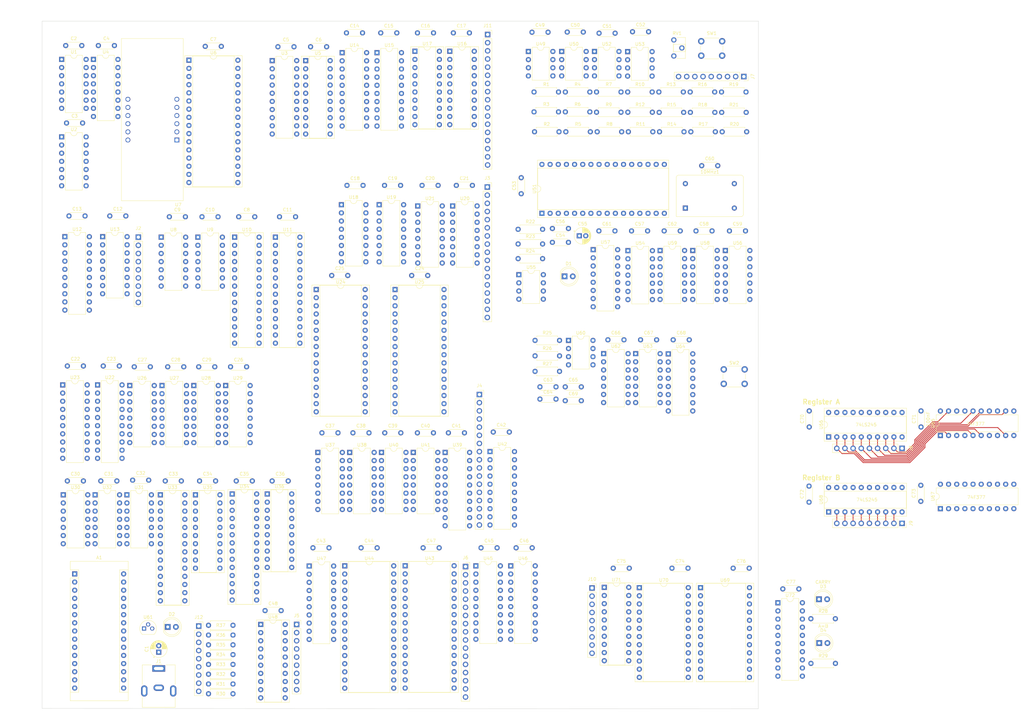
<source format=kicad_pcb>
(kicad_pcb (version 20171130) (host pcbnew "(5.1.0-0)")
  (layers (0 F.Cu signal) (1 Gnd1.Cu power hide) (2 Power.Cu power hide) (31 B.Cu signal) (34 B.Paste user) (35 F.Paste user) (36 B.SilkS user) (37 F.SilkS user) (38 B.Mask user) (39 F.Mask user) (44 Edge.Cuts user))
  (net 0 "")
  (net 1 GND)
  (net 2 "Net-(10MHz1-Pad8)")
  (net 3 VCC)
  (net 4 ~MI)
  (net 5 ~MO)
  (net 6 RegisterClock)
  (net 7 ~HLT)
  (net 8 ~DI)
  (net 9 ~BI)
  (net 10 ~BO)
  (net 11 ~AI)
  (net 12 ~AO)
  (net 13 ~FI)
  (net 14 ~EO)
  (net 15 ~XO)
  (net 16 ~YO)
  (net 17 ~XI)
  (net 18 ~YI)
  (net 19 ~J)
  (net 20 ~CO)
  (net 21 /ALU/AluResult7)
  (net 22 /ALU/AluResult6)
  (net 23 /ALU/AluResult5)
  (net 24 /ALU/AluResult4)
  (net 25 /ALU/AluResult3)
  (net 26 /ALU/AluResult2)
  (net 27 /ALU/AluResult1)
  (net 28 /ALU/AluResult0)
  (net 29 ~CarryOut)
  (net 30 ~A=B)
  (net 31 "Net-(RV1-Pad2)")
  (net 32 "Net-(SW1-Pad1)")
  (net 33 "Net-(SW2-Pad1)")
  (net 34 "Net-(U1-Pad4)")
  (net 35 "Net-(U1-Pad3)")
  (net 36 FixedRateClock)
  (net 37 "Net-(U2-Pad3)")
  (net 38 "/Output Display/Out7")
  (net 39 "/Output Display/Out3")
  (net 40 "/Output Display/Out6")
  (net 41 "/Output Display/Out2")
  (net 42 "/Output Display/Out5")
  (net 43 "/Output Display/Out1")
  (net 44 "/Output Display/Out4")
  (net 45 "/Output Display/Out0")
  (net 46 "Net-(U6-Pad15)")
  (net 47 "Net-(U6-Pad14)")
  (net 48 "Net-(U6-Pad13)")
  (net 49 "Net-(U6-Pad21)")
  (net 50 "Net-(U6-Pad20)")
  (net 51 "Net-(U6-Pad19)")
  (net 52 "Net-(U6-Pad18)")
  (net 53 "Net-(U6-Pad17)")
  (net 54 "Net-(U20-Pad15)")
  (net 55 CE)
  (net 56 ControlClock)
  (net 57 ~RST)
  (net 58 ClockRate2)
  (net 59 ClockRate1)
  (net 60 ClockRate0)
  (net 61 CLK)
  (net 62 AddressBus0)
  (net 63 DataBus7)
  (net 64 DataBus6)
  (net 65 DataBus5)
  (net 66 DataBus4)
  (net 67 DataBus3)
  (net 68 DataBus2)
  (net 69 DataBus1)
  (net 70 DataBus0)
  (net 71 DeviceSelect7)
  (net 72 DeviceSelect6)
  (net 73 DeviceSelect5)
  (net 74 DeviceSelect4)
  (net 75 DeviceSelect3)
  (net 76 DeviceSelect2)
  (net 77 DeviceSelect1)
  (net 78 DeviceSelect0)
  (net 79 PC15)
  (net 80 PC14)
  (net 81 PC13)
  (net 82 PC12)
  (net 83 PC11)
  (net 84 PC10)
  (net 85 PC9)
  (net 86 PC8)
  (net 87 PC7)
  (net 88 PC6)
  (net 89 PC5)
  (net 90 PC4)
  (net 91 PC3)
  (net 92 PC2)
  (net 93 PC1)
  (net 94 PC0)
  (net 95 IR15)
  (net 96 IR14)
  (net 97 IR13)
  (net 98 IR12)
  (net 99 IR11)
  (net 100 IR10)
  (net 101 IR9)
  (net 102 IR8)
  (net 103 IR7)
  (net 104 IR6)
  (net 105 IR5)
  (net 106 IR4)
  (net 107 IR3)
  (net 108 IR2)
  (net 109 IR1)
  (net 110 IR0)
  (net 111 C7)
  (net 112 C6)
  (net 113 C5)
  (net 114 C4)
  (net 115 C3)
  (net 116 C2)
  (net 117 C1)
  (net 118 C0)
  (net 119 A7)
  (net 120 A6)
  (net 121 A5)
  (net 122 A4)
  (net 123 A3)
  (net 124 A2)
  (net 125 A1)
  (net 126 A0)
  (net 127 B7)
  (net 128 B6)
  (net 129 B5)
  (net 130 B4)
  (net 131 B3)
  (net 132 B2)
  (net 133 B1)
  (net 134 B0)
  (net 135 AddressBus15)
  (net 136 AddressBus14)
  (net 137 AddressBus13)
  (net 138 AddressBus12)
  (net 139 AddressBus11)
  (net 140 AddressBus10)
  (net 141 AddressBus9)
  (net 142 AddressBus8)
  (net 143 AddressBus7)
  (net 144 AddressBus6)
  (net 145 AddressBus5)
  (net 146 AddressBus4)
  (net 147 AddressBus3)
  (net 148 AddressBus2)
  (net 149 AddressBus1)
  (net 150 PC_IF7)
  (net 151 PC_IF3)
  (net 152 PC_IF6)
  (net 153 PC_IF2)
  (net 154 PC_IF5)
  (net 155 PC_IF1)
  (net 156 PC_IF4)
  (net 157 PC_IF0)
  (net 158 PC_IF15)
  (net 159 PC_IF11)
  (net 160 PC_IF14)
  (net 161 PC_IF10)
  (net 162 PC_IF13)
  (net 163 PC_IF9)
  (net 164 PC_IF12)
  (net 165 PC_IF8)
  (net 166 IROM2)
  (net 167 IROM1)
  (net 168 IROM0)
  (net 169 IROM7)
  (net 170 IROM6)
  (net 171 IROM5)
  (net 172 IROM4)
  (net 173 IROM3)
  (net 174 IROM10)
  (net 175 IROM9)
  (net 176 IROM8)
  (net 177 IROM15)
  (net 178 IROM14)
  (net 179 IROM13)
  (net 180 IROM12)
  (net 181 IROM11)
  (net 182 IRAM10)
  (net 183 IRAM9)
  (net 184 IRAM8)
  (net 185 IRAM15)
  (net 186 IRAM14)
  (net 187 IRAM13)
  (net 188 IRAM12)
  (net 189 IRAM11)
  (net 190 IRAM2)
  (net 191 IRAM1)
  (net 192 IRAM0)
  (net 193 IRAM7)
  (net 194 IRAM6)
  (net 195 IRAM5)
  (net 196 IRAM4)
  (net 197 IRAM3)
  (net 198 "Net-(U2-Pad6)")
  (net 199 "Net-(U19-Pad15)")
  (net 200 "Net-(U10-Pad22)")
  (net 201 "Net-(U10-Pad27)")
  (net 202 "Net-(U11-Pad20)")
  (net 203 "Net-(U12-Pad6)")
  (net 204 "Net-(U12-Pad5)")
  (net 205 "Net-(U12-Pad2)")
  (net 206 "Net-(U18-Pad15)")
  (net 207 "Net-(U57-Pad15)")
  (net 208 "Net-(U57-Pad14)")
  (net 209 "Net-(U57-Pad13)")
  (net 210 "Net-(U58-Pad13)")
  (net 211 "Net-(J7-Pad8)")
  (net 212 "Net-(J7-Pad7)")
  (net 213 "Net-(J7-Pad6)")
  (net 214 "Net-(J7-Pad5)")
  (net 215 "Net-(J7-Pad4)")
  (net 216 "Net-(J7-Pad3)")
  (net 217 "Net-(J7-Pad2)")
  (net 218 "Net-(U38-Pad12)")
  (net 219 "Net-(U38-Pad4)")
  (net 220 "Net-(U38-Pad9)")
  (net 221 "Net-(U57-Pad1)")
  (net 222 "Net-(C54-Pad1)")
  (net 223 "Net-(C55-Pad1)")
  (net 224 "Net-(C63-Pad1)")
  (net 225 "Net-(C64-Pad1)")
  (net 226 "Net-(D1-Pad1)")
  (net 227 "Net-(D2-Pad2)")
  (net 228 "Net-(D2-Pad1)")
  (net 229 "Net-(D3-Pad1)")
  (net 230 "Net-(D4-Pad1)")
  (net 231 "Net-(R1-Pad2)")
  (net 232 "Net-(R4-Pad2)")
  (net 233 "Net-(R10-Pad1)")
  (net 234 "Net-(R10-Pad2)")
  (net 235 "Net-(R13-Pad2)")
  (net 236 "Net-(R16-Pad2)")
  (net 237 "Net-(R19-Pad2)")
  (net 238 "Net-(R22-Pad2)")
  (net 239 "Net-(R25-Pad2)")
  (net 240 "Net-(U4-Pad7)")
  (net 241 "Net-(U4-Pad6)")
  (net 242 "Net-(U4-Pad5)")
  (net 243 "Net-(U4-Pad4)")
  (net 244 "Net-(U30-Pad6)")
  (net 245 "Net-(U30-Pad4)")
  (net 246 "Net-(U30-Pad3)")
  (net 247 "Net-(U30-Pad8)")
  (net 248 "Net-(U32-Pad6)")
  (net 249 "Net-(U32-Pad11)")
  (net 250 "Net-(U32-Pad3)")
  (net 251 "Net-(U32-Pad8)")
  (net 252 "Net-(U37-Pad7)")
  (net 253 "Net-(U37-Pad12)")
  (net 254 "Net-(U37-Pad4)")
  (net 255 "Net-(U37-Pad9)")
  (net 256 "Net-(U38-Pad7)")
  (net 257 "Net-(U40-Pad7)")
  (net 258 "Net-(U40-Pad12)")
  (net 259 "Net-(U40-Pad4)")
  (net 260 "Net-(U40-Pad9)")
  (net 261 "Net-(U41-Pad7)")
  (net 262 "Net-(U41-Pad12)")
  (net 263 "Net-(U41-Pad4)")
  (net 264 "Net-(U41-Pad9)")
  (net 265 "Net-(U43-Pad15)")
  (net 266 "Net-(U43-Pad14)")
  (net 267 "Net-(U43-Pad13)")
  (net 268 "Net-(U43-Pad21)")
  (net 269 "Net-(U43-Pad20)")
  (net 270 "Net-(U43-Pad19)")
  (net 271 "Net-(U43-Pad18)")
  (net 272 "Net-(U43-Pad17)")
  (net 273 "Net-(U44-Pad15)")
  (net 274 "Net-(U44-Pad14)")
  (net 275 "Net-(U44-Pad13)")
  (net 276 "Net-(U44-Pad21)")
  (net 277 "Net-(U44-Pad20)")
  (net 278 "Net-(U44-Pad19)")
  (net 279 "Net-(U44-Pad18)")
  (net 280 "Net-(U44-Pad17)")
  (net 281 "Net-(U54-Pad2)")
  (net 282 "Net-(U55-Pad3)")
  (net 283 "Net-(U56-Pad8)")
  (net 284 "Net-(U58-Pad8)")
  (net 285 "Net-(U59-Pad13)")
  (net 286 "Net-(U60-Pad3)")
  (net 287 "Net-(U62-Pad2)")
  (net 288 "Net-(U69-Pad16)")
  (net 289 "Net-(U70-Pad16)")
  (module Resistor_THT:R_Axial_DIN0207_L6.3mm_D2.5mm_P7.62mm_Horizontal (layer F.Cu) (at -53.34 89.154)
    (fp_text reference R37 (at 3.81 0) (layer F.SilkS))
    (fp_text value 1kΩ)
    (pad 2 thru_hole oval (at 7.62 0) (size 1.6 1.6) (drill 0.8) (layers *.Cu *.Mask) (net 1 GND))
    (pad 1 thru_hole circle (at 0 0) (size 1.6 1.6) (drill 0.8) (layers *.Cu *.Mask) (net 70 DataBus0))
  )
  (module Resistor_THT:R_Axial_DIN0207_L6.3mm_D2.5mm_P7.62mm_Horizontal (layer F.Cu) (at -53.34 92.202)
    (fp_text reference R36 (at 3.81 0) (layer F.SilkS))
    (fp_text value 1kΩ)
    (pad 2 thru_hole oval (at 7.62 0) (size 1.6 1.6) (drill 0.8) (layers *.Cu *.Mask) (net 1 GND))
    (pad 1 thru_hole circle (at 0 0) (size 1.6 1.6) (drill 0.8) (layers *.Cu *.Mask) (net 69 DataBus1))
  )
  (module Resistor_THT:R_Axial_DIN0207_L6.3mm_D2.5mm_P7.62mm_Horizontal (layer F.Cu) (at -53.34 95.25)
    (fp_text reference R35 (at 3.81 0) (layer F.SilkS))
    (fp_text value 1kΩ)
    (pad 2 thru_hole oval (at 7.62 0) (size 1.6 1.6) (drill 0.8) (layers *.Cu *.Mask) (net 1 GND))
    (pad 1 thru_hole circle (at 0 0) (size 1.6 1.6) (drill 0.8) (layers *.Cu *.Mask) (net 68 DataBus2))
  )
  (module Resistor_THT:R_Axial_DIN0207_L6.3mm_D2.5mm_P7.62mm_Horizontal (layer F.Cu) (at -53.34 98.298)
    (fp_text reference R34 (at 3.81 0) (layer F.SilkS))
    (fp_text value 1kΩ)
    (pad 2 thru_hole oval (at 7.62 0) (size 1.6 1.6) (drill 0.8) (layers *.Cu *.Mask) (net 1 GND))
    (pad 1 thru_hole circle (at 0 0) (size 1.6 1.6) (drill 0.8) (layers *.Cu *.Mask) (net 67 DataBus3))
  )
  (module Resistor_THT:R_Axial_DIN0207_L6.3mm_D2.5mm_P7.62mm_Horizontal (layer F.Cu) (at -53.34 101.346)
    (fp_text reference R33 (at 3.81 0) (layer F.SilkS))
    (fp_text value 1kΩ)
    (pad 2 thru_hole oval (at 7.62 0) (size 1.6 1.6) (drill 0.8) (layers *.Cu *.Mask) (net 1 GND))
    (pad 1 thru_hole circle (at 0 0) (size 1.6 1.6) (drill 0.8) (layers *.Cu *.Mask) (net 66 DataBus4))
  )
  (module Resistor_THT:R_Axial_DIN0207_L6.3mm_D2.5mm_P7.62mm_Horizontal (layer F.Cu) (at -53.34 104.394)
    (fp_text reference R32 (at 3.81 0) (layer F.SilkS))
    (fp_text value 1kΩ)
    (pad 2 thru_hole oval (at 7.62 0) (size 1.6 1.6) (drill 0.8) (layers *.Cu *.Mask) (net 1 GND))
    (pad 1 thru_hole circle (at 0 0) (size 1.6 1.6) (drill 0.8) (layers *.Cu *.Mask) (net 65 DataBus5))
  )
  (module Resistor_THT:R_Axial_DIN0207_L6.3mm_D2.5mm_P7.62mm_Horizontal (layer F.Cu) (at -53.34 107.442)
    (fp_text reference R31 (at 3.81 0) (layer F.SilkS))
    (fp_text value 1kΩ)
    (pad 2 thru_hole oval (at 7.62 0) (size 1.6 1.6) (drill 0.8) (layers *.Cu *.Mask) (net 1 GND))
    (pad 1 thru_hole circle (at 0 0) (size 1.6 1.6) (drill 0.8) (layers *.Cu *.Mask) (net 64 DataBus6))
  )
  (module Resistor_THT:R_Axial_DIN0207_L6.3mm_D2.5mm_P7.62mm_Horizontal (layer F.Cu) (at -53.34 110.49)
    (fp_text reference R30 (at 3.81 0) (layer F.SilkS))
    (fp_text value 1kΩ)
    (pad 2 thru_hole oval (at 7.62 0) (size 1.6 1.6) (drill 0.8) (layers *.Cu *.Mask) (net 1 GND))
    (pad 1 thru_hole circle (at 0 0) (size 1.6 1.6) (drill 0.8) (layers *.Cu *.Mask) (net 63 DataBus7))
  )
  (module Package_DIP:DIP-14_W7.62mm (layer F.Cu) (at -88.646 48.514)
    (fp_text reference U32 (at 3.81 -2.33) (layer F.SilkS))
    (fp_text value 74LS32)
    (pad 14 thru_hole oval (at 7.62 0) (size 1.6 1.6) (drill 0.8) (layers *.Cu *.Mask))
    (pad 7 thru_hole oval (at 0 15.24) (size 1.6 1.6) (drill 0.8) (layers *.Cu *.Mask))
    (pad 13 thru_hole oval (at 7.62 2.54) (size 1.6 1.6) (drill 0.8) (layers *.Cu *.Mask) (net 74 DeviceSelect4))
    (pad 6 thru_hole oval (at 0 12.7) (size 1.6 1.6) (drill 0.8) (layers *.Cu *.Mask) (net 248 "Net-(U32-Pad6)"))
    (pad 12 thru_hole oval (at 7.62 5.08) (size 1.6 1.6) (drill 0.8) (layers *.Cu *.Mask) (net 4 ~MI))
    (pad 5 thru_hole oval (at 0 10.16) (size 1.6 1.6) (drill 0.8) (layers *.Cu *.Mask) (net 75 DeviceSelect3))
    (pad 11 thru_hole oval (at 7.62 7.62) (size 1.6 1.6) (drill 0.8) (layers *.Cu *.Mask) (net 249 "Net-(U32-Pad11)"))
    (pad 4 thru_hole oval (at 0 7.62) (size 1.6 1.6) (drill 0.8) (layers *.Cu *.Mask) (net 4 ~MI))
    (pad 10 thru_hole oval (at 7.62 10.16) (size 1.6 1.6) (drill 0.8) (layers *.Cu *.Mask) (net 74 DeviceSelect4))
    (pad 3 thru_hole oval (at 0 5.08) (size 1.6 1.6) (drill 0.8) (layers *.Cu *.Mask) (net 250 "Net-(U32-Pad3)"))
    (pad 9 thru_hole oval (at 7.62 12.7) (size 1.6 1.6) (drill 0.8) (layers *.Cu *.Mask) (net 246 "Net-(U30-Pad3)"))
    (pad 2 thru_hole oval (at 0 2.54) (size 1.6 1.6) (drill 0.8) (layers *.Cu *.Mask) (net 75 DeviceSelect3))
    (pad 8 thru_hole oval (at 7.62 15.24) (size 1.6 1.6) (drill 0.8) (layers *.Cu *.Mask) (net 251 "Net-(U32-Pad8)"))
    (pad 1 thru_hole rect (at 0 0) (size 1.6 1.6) (drill 0.8) (layers *.Cu *.Mask) (net 246 "Net-(U30-Pad3)"))
  )
  (module Package_DIP:DIP-14_W7.62mm (layer F.Cu) (at -98.552 48.514)
    (fp_text reference U30 (at 3.81 -2.33) (layer F.SilkS))
    (fp_text value 74LS08)
    (pad 14 thru_hole oval (at 7.62 0) (size 1.6 1.6) (drill 0.8) (layers *.Cu *.Mask))
    (pad 7 thru_hole oval (at 0 15.24) (size 1.6 1.6) (drill 0.8) (layers *.Cu *.Mask))
    (pad 13 thru_hole oval (at 7.62 2.54) (size 1.6 1.6) (drill 0.8) (layers *.Cu *.Mask))
    (pad 6 thru_hole oval (at 0 12.7) (size 1.6 1.6) (drill 0.8) (layers *.Cu *.Mask) (net 244 "Net-(U30-Pad6)"))
    (pad 12 thru_hole oval (at 7.62 5.08) (size 1.6 1.6) (drill 0.8) (layers *.Cu *.Mask))
    (pad 5 thru_hole oval (at 0 10.16) (size 1.6 1.6) (drill 0.8) (layers *.Cu *.Mask) (net 5 ~MO))
    (pad 11 thru_hole oval (at 7.62 7.62) (size 1.6 1.6) (drill 0.8) (layers *.Cu *.Mask))
    (pad 4 thru_hole oval (at 0 7.62) (size 1.6 1.6) (drill 0.8) (layers *.Cu *.Mask) (net 245 "Net-(U30-Pad4)"))
    (pad 10 thru_hole oval (at 7.62 10.16) (size 1.6 1.6) (drill 0.8) (layers *.Cu *.Mask) (net 5 ~MO))
    (pad 3 thru_hole oval (at 0 5.08) (size 1.6 1.6) (drill 0.8) (layers *.Cu *.Mask) (net 246 "Net-(U30-Pad3)"))
    (pad 9 thru_hole oval (at 7.62 12.7) (size 1.6 1.6) (drill 0.8) (layers *.Cu *.Mask) (net 246 "Net-(U30-Pad3)"))
    (pad 2 thru_hole oval (at 0 2.54) (size 1.6 1.6) (drill 0.8) (layers *.Cu *.Mask) (net 5 ~MO))
    (pad 8 thru_hole oval (at 7.62 15.24) (size 1.6 1.6) (drill 0.8) (layers *.Cu *.Mask) (net 247 "Net-(U30-Pad8)"))
    (pad 1 thru_hole rect (at 0 0) (size 1.6 1.6) (drill 0.8) (layers *.Cu *.Mask) (net 4 ~MI))
  )
  (module Package_DIP:DIP-14_W7.62mm (layer F.Cu) (at -78.74 48.514)
    (fp_text reference U31 (at 3.81 -2.33) (layer F.SilkS))
    (fp_text value 74LS04)
    (pad 14 thru_hole oval (at 7.62 0) (size 1.6 1.6) (drill 0.8) (layers *.Cu *.Mask))
    (pad 7 thru_hole oval (at 0 15.24) (size 1.6 1.6) (drill 0.8) (layers *.Cu *.Mask))
    (pad 13 thru_hole oval (at 7.62 2.54) (size 1.6 1.6) (drill 0.8) (layers *.Cu *.Mask))
    (pad 6 thru_hole oval (at 0 12.7) (size 1.6 1.6) (drill 0.8) (layers *.Cu *.Mask))
    (pad 12 thru_hole oval (at 7.62 5.08) (size 1.6 1.6) (drill 0.8) (layers *.Cu *.Mask))
    (pad 5 thru_hole oval (at 0 10.16) (size 1.6 1.6) (drill 0.8) (layers *.Cu *.Mask))
    (pad 11 thru_hole oval (at 7.62 7.62) (size 1.6 1.6) (drill 0.8) (layers *.Cu *.Mask))
    (pad 4 thru_hole oval (at 0 7.62) (size 1.6 1.6) (drill 0.8) (layers *.Cu *.Mask) (net 245 "Net-(U30-Pad4)"))
    (pad 10 thru_hole oval (at 7.62 10.16) (size 1.6 1.6) (drill 0.8) (layers *.Cu *.Mask))
    (pad 3 thru_hole oval (at 0 5.08) (size 1.6 1.6) (drill 0.8) (layers *.Cu *.Mask) (net 74 DeviceSelect4))
    (pad 9 thru_hole oval (at 7.62 12.7) (size 1.6 1.6) (drill 0.8) (layers *.Cu *.Mask))
    (pad 2 thru_hole oval (at 0 2.54) (size 1.6 1.6) (drill 0.8) (layers *.Cu *.Mask) (net 246 "Net-(U30-Pad3)"))
    (pad 8 thru_hole oval (at 7.62 15.24) (size 1.6 1.6) (drill 0.8) (layers *.Cu *.Mask))
    (pad 1 thru_hole rect (at 0 0) (size 1.6 1.6) (drill 0.8) (layers *.Cu *.Mask) (net 75 DeviceSelect3))
  )
  (module Capacitor_THT:C_Disc_D4.3mm_W1.9mm_P5.00mm (layer F.Cu) (at -33.528 44.196)
    (fp_text reference C36 (at 2.5 -2.2) (layer F.SilkS))
    (fp_text value 100nF)
    (pad 2 thru_hole circle (at 5 0) (size 1.6 1.6) (drill 0.8) (layers *.Cu *.Mask) (net 1 GND))
    (pad 1 thru_hole circle (at 0 0) (size 1.6 1.6) (drill 0.8) (layers *.Cu *.Mask) (net 3 VCC))
  )
  (module Capacitor_THT:C_Disc_D4.3mm_W1.9mm_P5.00mm (layer F.Cu) (at -44.704 44.196)
    (fp_text reference C35 (at 2.5 -2.2) (layer F.SilkS))
    (fp_text value 100nF)
    (pad 2 thru_hole circle (at 5 0) (size 1.6 1.6) (drill 0.8) (layers *.Cu *.Mask) (net 1 GND))
    (pad 1 thru_hole circle (at 0 0) (size 1.6 1.6) (drill 0.8) (layers *.Cu *.Mask) (net 3 VCC))
  )
  (module Capacitor_THT:C_Disc_D4.3mm_W1.9mm_P5.00mm (layer F.Cu) (at -56.134 44.196)
    (fp_text reference C34 (at 2.5 -2.2) (layer F.SilkS))
    (fp_text value 100nF)
    (pad 2 thru_hole circle (at 5 0) (size 1.6 1.6) (drill 0.8) (layers *.Cu *.Mask) (net 1 GND))
    (pad 1 thru_hole circle (at 0 0) (size 1.6 1.6) (drill 0.8) (layers *.Cu *.Mask) (net 3 VCC))
  )
  (module Connector_BarrelJack:BarrelJack_CUI_PJ-063AH_Horizontal (layer F.Cu) (at -68.834 102.616)
    (fp_text reference J1 (at 0 -2.3) (layer F.SilkS))
    (fp_text value Barrel_Jack)
    (pad "" np_thru_hole circle (at 0 9) (size 1.6 1.6) (drill 1.6) (layers *.Cu *.Mask))
    (pad MP thru_hole oval (at 4.5 7) (size 2 3.5) (drill oval 1 2.5) (layers *.Cu *.Mask))
    (pad MP thru_hole oval (at -4.5 7) (size 2 3.5) (drill oval 1 2.5) (layers *.Cu *.Mask))
    (pad 2 thru_hole oval (at 0 6) (size 3.3 2) (drill oval 2.3 1) (layers *.Cu *.Mask) (net 1 GND))
    (pad 1 thru_hole rect (at 0 0) (size 4 2) (drill oval 3 1) (layers *.Cu *.Mask) (net 3 VCC))
  )
  (module Capacitor_THT:CP_Radial_D5.0mm_P2.00mm (layer F.Cu) (at -68.834 97.536 90)
    (fp_text reference C1 (at 1 -3.75 90) (layer F.SilkS))
    (fp_text value 10µF)
    (pad 2 thru_hole circle (at 2 0 90) (size 1.6 1.6) (drill 0.8) (layers *.Cu *.Mask) (net 1 GND))
    (pad 1 thru_hole rect (at 0 0 90) (size 1.6 1.6) (drill 0.8) (layers *.Cu *.Mask) (net 3 VCC))
  )
  (module Connector_PinSocket_2.54mm:PinSocket_1x09_P2.54mm_Vertical (layer F.Cu) (at -56.388 89.408)
    (fp_text reference J12 (at 0 -2.77) (layer F.SilkS))
    (fp_text value "Data Bus LED Connector")
    (pad 9 thru_hole oval (at 0 20.32) (size 1.7 1.7) (drill 1) (layers *.Cu *.Mask) (net 63 DataBus7))
    (pad 8 thru_hole oval (at 0 17.78) (size 1.7 1.7) (drill 1) (layers *.Cu *.Mask) (net 64 DataBus6))
    (pad 7 thru_hole oval (at 0 15.24) (size 1.7 1.7) (drill 1) (layers *.Cu *.Mask) (net 65 DataBus5))
    (pad 6 thru_hole oval (at 0 12.7) (size 1.7 1.7) (drill 1) (layers *.Cu *.Mask) (net 66 DataBus4))
    (pad 5 thru_hole oval (at 0 10.16) (size 1.7 1.7) (drill 1) (layers *.Cu *.Mask) (net 67 DataBus3))
    (pad 4 thru_hole oval (at 0 7.62) (size 1.7 1.7) (drill 1) (layers *.Cu *.Mask) (net 68 DataBus2))
    (pad 3 thru_hole oval (at 0 5.08) (size 1.7 1.7) (drill 1) (layers *.Cu *.Mask) (net 69 DataBus1))
    (pad 2 thru_hole oval (at 0 2.54) (size 1.7 1.7) (drill 1) (layers *.Cu *.Mask) (net 70 DataBus0))
    (pad 1 thru_hole rect (at 0 0) (size 1.7 1.7) (drill 1) (layers *.Cu *.Mask) (net 1 GND))
  )
  (module Connector_PinSocket_2.54mm:PinSocket_1x17_P2.54mm_Vertical (layer F.Cu) (at 33.54832 -94.87408)
    (fp_text reference J11 (at 0 -2.77) (layer F.SilkS))
    (fp_text value "Address Bus LED Connector")
    (pad 17 thru_hole oval (at 0 40.64) (size 1.7 1.7) (drill 1) (layers *.Cu *.Mask) (net 135 AddressBus15))
    (pad 16 thru_hole oval (at 0 38.1) (size 1.7 1.7) (drill 1) (layers *.Cu *.Mask) (net 136 AddressBus14))
    (pad 15 thru_hole oval (at 0 35.56) (size 1.7 1.7) (drill 1) (layers *.Cu *.Mask) (net 137 AddressBus13))
    (pad 14 thru_hole oval (at 0 33.02) (size 1.7 1.7) (drill 1) (layers *.Cu *.Mask) (net 138 AddressBus12))
    (pad 13 thru_hole oval (at 0 30.48) (size 1.7 1.7) (drill 1) (layers *.Cu *.Mask) (net 139 AddressBus11))
    (pad 12 thru_hole oval (at 0 27.94) (size 1.7 1.7) (drill 1) (layers *.Cu *.Mask) (net 140 AddressBus10))
    (pad 11 thru_hole oval (at 0 25.4) (size 1.7 1.7) (drill 1) (layers *.Cu *.Mask) (net 141 AddressBus9))
    (pad 10 thru_hole oval (at 0 22.86) (size 1.7 1.7) (drill 1) (layers *.Cu *.Mask) (net 142 AddressBus8))
    (pad 9 thru_hole oval (at 0 20.32) (size 1.7 1.7) (drill 1) (layers *.Cu *.Mask) (net 143 AddressBus7))
    (pad 8 thru_hole oval (at 0 17.78) (size 1.7 1.7) (drill 1) (layers *.Cu *.Mask) (net 144 AddressBus6))
    (pad 7 thru_hole oval (at 0 15.24) (size 1.7 1.7) (drill 1) (layers *.Cu *.Mask) (net 145 AddressBus5))
    (pad 6 thru_hole oval (at 0 12.7) (size 1.7 1.7) (drill 1) (layers *.Cu *.Mask) (net 146 AddressBus4))
    (pad 5 thru_hole oval (at 0 10.16) (size 1.7 1.7) (drill 1) (layers *.Cu *.Mask) (net 147 AddressBus3))
    (pad 4 thru_hole oval (at 0 7.62) (size 1.7 1.7) (drill 1) (layers *.Cu *.Mask) (net 148 AddressBus2))
    (pad 3 thru_hole oval (at 0 5.08) (size 1.7 1.7) (drill 1) (layers *.Cu *.Mask) (net 149 AddressBus1))
    (pad 2 thru_hole oval (at 0 2.54) (size 1.7 1.7) (drill 1) (layers *.Cu *.Mask) (net 62 AddressBus0))
    (pad 1 thru_hole rect (at 0 0) (size 1.7 1.7) (drill 1) (layers *.Cu *.Mask) (net 1 GND))
  )
  (module Connector_PinSocket_2.54mm:PinSocket_1x09_P2.54mm_Vertical (layer F.Cu) (at 66.0527 77.5422)
    (fp_text reference J10 (at 0 -2.77) (layer F.SilkS))
    (fp_text value "ALU Result LED Connector")
    (pad 9 thru_hole oval (at 0 20.32) (size 1.7 1.7) (drill 1) (layers *.Cu *.Mask) (net 21 /ALU/AluResult7))
    (pad 8 thru_hole oval (at 0 17.78) (size 1.7 1.7) (drill 1) (layers *.Cu *.Mask) (net 22 /ALU/AluResult6))
    (pad 7 thru_hole oval (at 0 15.24) (size 1.7 1.7) (drill 1) (layers *.Cu *.Mask) (net 23 /ALU/AluResult5))
    (pad 6 thru_hole oval (at 0 12.7) (size 1.7 1.7) (drill 1) (layers *.Cu *.Mask) (net 24 /ALU/AluResult4))
    (pad 5 thru_hole oval (at 0 10.16) (size 1.7 1.7) (drill 1) (layers *.Cu *.Mask) (net 25 /ALU/AluResult3))
    (pad 4 thru_hole oval (at 0 7.62) (size 1.7 1.7) (drill 1) (layers *.Cu *.Mask) (net 26 /ALU/AluResult2))
    (pad 3 thru_hole oval (at 0 5.08) (size 1.7 1.7) (drill 1) (layers *.Cu *.Mask) (net 27 /ALU/AluResult1))
    (pad 2 thru_hole oval (at 0 2.54) (size 1.7 1.7) (drill 1) (layers *.Cu *.Mask) (net 28 /ALU/AluResult0))
    (pad 1 thru_hole rect (at 0 0) (size 1.7 1.7) (drill 1) (layers *.Cu *.Mask) (net 1 GND))
  )
  (module Connector_PinSocket_2.54mm:PinSocket_1x09_P2.54mm_Vertical (layer F.Cu) (at 162.56 57.404 270)
    (fp_text reference J9 (at 0 -2.77 270) (layer F.SilkS))
    (fp_text value "B Register LED Connector")
    (pad 9 thru_hole oval (at 0 20.32 270) (size 1.7 1.7) (drill 1) (layers *.Cu *.Mask) (net 127 B7))
    (pad 8 thru_hole oval (at 0 17.78 270) (size 1.7 1.7) (drill 1) (layers *.Cu *.Mask) (net 128 B6))
    (pad 7 thru_hole oval (at 0 15.24 270) (size 1.7 1.7) (drill 1) (layers *.Cu *.Mask) (net 129 B5))
    (pad 6 thru_hole oval (at 0 12.7 270) (size 1.7 1.7) (drill 1) (layers *.Cu *.Mask) (net 130 B4))
    (pad 5 thru_hole oval (at 0 10.16 270) (size 1.7 1.7) (drill 1) (layers *.Cu *.Mask) (net 131 B3))
    (pad 4 thru_hole oval (at 0 7.62 270) (size 1.7 1.7) (drill 1) (layers *.Cu *.Mask) (net 132 B2))
    (pad 3 thru_hole oval (at 0 5.08 270) (size 1.7 1.7) (drill 1) (layers *.Cu *.Mask) (net 133 B1))
    (pad 2 thru_hole oval (at 0 2.54 270) (size 1.7 1.7) (drill 1) (layers *.Cu *.Mask) (net 134 B0))
    (pad 1 thru_hole rect (at 0 0 270) (size 1.7 1.7) (drill 1) (layers *.Cu *.Mask) (net 1 GND))
  )
  (module Connector_PinSocket_2.54mm:PinSocket_1x09_P2.54mm_Vertical (layer F.Cu) (at 162.56 34.036 270)
    (fp_text reference J8 (at 0 -2.77 270) (layer F.SilkS))
    (fp_text value "A Register LED Connector")
    (pad 9 thru_hole oval (at 0 20.32 270) (size 1.7 1.7) (drill 1) (layers *.Cu *.Mask) (net 119 A7))
    (pad 8 thru_hole oval (at 0 17.78 270) (size 1.7 1.7) (drill 1) (layers *.Cu *.Mask) (net 120 A6))
    (pad 7 thru_hole oval (at 0 15.24 270) (size 1.7 1.7) (drill 1) (layers *.Cu *.Mask) (net 121 A5))
    (pad 6 thru_hole oval (at 0 12.7 270) (size 1.7 1.7) (drill 1) (layers *.Cu *.Mask) (net 122 A4))
    (pad 5 thru_hole oval (at 0 10.16 270) (size 1.7 1.7) (drill 1) (layers *.Cu *.Mask) (net 123 A3))
    (pad 4 thru_hole oval (at 0 7.62 270) (size 1.7 1.7) (drill 1) (layers *.Cu *.Mask) (net 124 A2))
    (pad 3 thru_hole oval (at 0 5.08 270) (size 1.7 1.7) (drill 1) (layers *.Cu *.Mask) (net 125 A1))
    (pad 2 thru_hole oval (at 0 2.54 270) (size 1.7 1.7) (drill 1) (layers *.Cu *.Mask) (net 126 A0))
    (pad 1 thru_hole rect (at 0 0 270) (size 1.7 1.7) (drill 1) (layers *.Cu *.Mask) (net 1 GND))
  )
  (module Connector_PinSocket_2.54mm:PinSocket_1x09_P2.54mm_Vertical (layer F.Cu) (at 113.30432 -81.78292 270)
    (fp_text reference J7 (at 0 -2.77 270) (layer F.SilkS))
    (fp_text value "Speed Control LED Connector")
    (pad 9 thru_hole oval (at 0 20.32 270) (size 1.7 1.7) (drill 1) (layers *.Cu *.Mask))
    (pad 8 thru_hole oval (at 0 17.78 270) (size 1.7 1.7) (drill 1) (layers *.Cu *.Mask) (net 211 "Net-(J7-Pad8)"))
    (pad 7 thru_hole oval (at 0 15.24 270) (size 1.7 1.7) (drill 1) (layers *.Cu *.Mask) (net 212 "Net-(J7-Pad7)"))
    (pad 6 thru_hole oval (at 0 12.7 270) (size 1.7 1.7) (drill 1) (layers *.Cu *.Mask) (net 213 "Net-(J7-Pad6)"))
    (pad 5 thru_hole oval (at 0 10.16 270) (size 1.7 1.7) (drill 1) (layers *.Cu *.Mask) (net 214 "Net-(J7-Pad5)"))
    (pad 4 thru_hole oval (at 0 7.62 270) (size 1.7 1.7) (drill 1) (layers *.Cu *.Mask) (net 215 "Net-(J7-Pad4)"))
    (pad 3 thru_hole oval (at 0 5.08 270) (size 1.7 1.7) (drill 1) (layers *.Cu *.Mask) (net 216 "Net-(J7-Pad3)"))
    (pad 2 thru_hole oval (at 0 2.54 270) (size 1.7 1.7) (drill 1) (layers *.Cu *.Mask) (net 217 "Net-(J7-Pad2)"))
    (pad 1 thru_hole rect (at 0 0 270) (size 1.7 1.7) (drill 1) (layers *.Cu *.Mask) (net 1 GND))
  )
  (module Connector_PinSocket_2.54mm:PinSocket_1x17_P2.54mm_Vertical (layer F.Cu) (at 26.67 70.866)
    (fp_text reference J6 (at 0 -2.77) (layer F.SilkS))
    (fp_text value "Control Word LED Connector")
    (pad 17 thru_hole oval (at 0 40.64) (size 1.7 1.7) (drill 1) (layers *.Cu *.Mask) (net 7 ~HLT))
    (pad 16 thru_hole oval (at 0 38.1) (size 1.7 1.7) (drill 1) (layers *.Cu *.Mask) (net 8 ~DI))
    (pad 15 thru_hole oval (at 0 35.56) (size 1.7 1.7) (drill 1) (layers *.Cu *.Mask) (net 9 ~BI))
    (pad 14 thru_hole oval (at 0 33.02) (size 1.7 1.7) (drill 1) (layers *.Cu *.Mask) (net 10 ~BO))
    (pad 13 thru_hole oval (at 0 30.48) (size 1.7 1.7) (drill 1) (layers *.Cu *.Mask) (net 11 ~AI))
    (pad 12 thru_hole oval (at 0 27.94) (size 1.7 1.7) (drill 1) (layers *.Cu *.Mask) (net 12 ~AO))
    (pad 11 thru_hole oval (at 0 25.4) (size 1.7 1.7) (drill 1) (layers *.Cu *.Mask) (net 13 ~FI))
    (pad 10 thru_hole oval (at 0 22.86) (size 1.7 1.7) (drill 1) (layers *.Cu *.Mask) (net 14 ~EO))
    (pad 9 thru_hole oval (at 0 20.32) (size 1.7 1.7) (drill 1) (layers *.Cu *.Mask) (net 4 ~MI))
    (pad 8 thru_hole oval (at 0 17.78) (size 1.7 1.7) (drill 1) (layers *.Cu *.Mask) (net 5 ~MO))
    (pad 7 thru_hole oval (at 0 15.24) (size 1.7 1.7) (drill 1) (layers *.Cu *.Mask) (net 15 ~XO))
    (pad 6 thru_hole oval (at 0 12.7) (size 1.7 1.7) (drill 1) (layers *.Cu *.Mask) (net 16 ~YO))
    (pad 5 thru_hole oval (at 0 10.16) (size 1.7 1.7) (drill 1) (layers *.Cu *.Mask) (net 17 ~XI))
    (pad 4 thru_hole oval (at 0 7.62) (size 1.7 1.7) (drill 1) (layers *.Cu *.Mask) (net 18 ~YI))
    (pad 3 thru_hole oval (at 0 5.08) (size 1.7 1.7) (drill 1) (layers *.Cu *.Mask) (net 19 ~J))
    (pad 2 thru_hole oval (at 0 2.54) (size 1.7 1.7) (drill 1) (layers *.Cu *.Mask) (net 20 ~CO))
    (pad 1 thru_hole rect (at 0 0) (size 1.7 1.7) (drill 1) (layers *.Cu *.Mask) (net 1 GND))
  )
  (module Connector_PinSocket_2.54mm:PinSocket_1x09_P2.54mm_Vertical (layer F.Cu) (at -25.908 88.9)
    (fp_text reference J5 (at 0 -2.77) (layer F.SilkS))
    (fp_text value "C Register LED Connector")
    (pad 9 thru_hole oval (at 0 20.32) (size 1.7 1.7) (drill 1) (layers *.Cu *.Mask) (net 111 C7))
    (pad 8 thru_hole oval (at 0 17.78) (size 1.7 1.7) (drill 1) (layers *.Cu *.Mask) (net 112 C6))
    (pad 7 thru_hole oval (at 0 15.24) (size 1.7 1.7) (drill 1) (layers *.Cu *.Mask) (net 113 C5))
    (pad 6 thru_hole oval (at 0 12.7) (size 1.7 1.7) (drill 1) (layers *.Cu *.Mask) (net 114 C4))
    (pad 5 thru_hole oval (at 0 10.16) (size 1.7 1.7) (drill 1) (layers *.Cu *.Mask) (net 115 C3))
    (pad 4 thru_hole oval (at 0 7.62) (size 1.7 1.7) (drill 1) (layers *.Cu *.Mask) (net 116 C2))
    (pad 3 thru_hole oval (at 0 5.08) (size 1.7 1.7) (drill 1) (layers *.Cu *.Mask) (net 117 C1))
    (pad 2 thru_hole oval (at 0 2.54) (size 1.7 1.7) (drill 1) (layers *.Cu *.Mask) (net 118 C0))
    (pad 1 thru_hole rect (at 0 0) (size 1.7 1.7) (drill 1) (layers *.Cu *.Mask) (net 1 GND))
  )
  (module Connector_PinSocket_2.54mm:PinSocket_1x17_P2.54mm_Vertical (layer F.Cu) (at 30.988 17.272)
    (fp_text reference J4 (at 0 -2.77) (layer F.SilkS))
    (fp_text value "Instruction Register LED Connector")
    (pad 17 thru_hole oval (at 0 40.64) (size 1.7 1.7) (drill 1) (layers *.Cu *.Mask) (net 95 IR15))
    (pad 16 thru_hole oval (at 0 38.1) (size 1.7 1.7) (drill 1) (layers *.Cu *.Mask) (net 96 IR14))
    (pad 15 thru_hole oval (at 0 35.56) (size 1.7 1.7) (drill 1) (layers *.Cu *.Mask) (net 97 IR13))
    (pad 14 thru_hole oval (at 0 33.02) (size 1.7 1.7) (drill 1) (layers *.Cu *.Mask) (net 98 IR12))
    (pad 13 thru_hole oval (at 0 30.48) (size 1.7 1.7) (drill 1) (layers *.Cu *.Mask) (net 99 IR11))
    (pad 12 thru_hole oval (at 0 27.94) (size 1.7 1.7) (drill 1) (layers *.Cu *.Mask) (net 100 IR10))
    (pad 11 thru_hole oval (at 0 25.4) (size 1.7 1.7) (drill 1) (layers *.Cu *.Mask) (net 101 IR9))
    (pad 10 thru_hole oval (at 0 22.86) (size 1.7 1.7) (drill 1) (layers *.Cu *.Mask) (net 102 IR8))
    (pad 9 thru_hole oval (at 0 20.32) (size 1.7 1.7) (drill 1) (layers *.Cu *.Mask) (net 103 IR7))
    (pad 8 thru_hole oval (at 0 17.78) (size 1.7 1.7) (drill 1) (layers *.Cu *.Mask) (net 104 IR6))
    (pad 7 thru_hole oval (at 0 15.24) (size 1.7 1.7) (drill 1) (layers *.Cu *.Mask) (net 105 IR5))
    (pad 6 thru_hole oval (at 0 12.7) (size 1.7 1.7) (drill 1) (layers *.Cu *.Mask) (net 106 IR4))
    (pad 5 thru_hole oval (at 0 10.16) (size 1.7 1.7) (drill 1) (layers *.Cu *.Mask) (net 107 IR3))
    (pad 4 thru_hole oval (at 0 7.62) (size 1.7 1.7) (drill 1) (layers *.Cu *.Mask) (net 108 IR2))
    (pad 3 thru_hole oval (at 0 5.08) (size 1.7 1.7) (drill 1) (layers *.Cu *.Mask) (net 109 IR1))
    (pad 2 thru_hole oval (at 0 2.54) (size 1.7 1.7) (drill 1) (layers *.Cu *.Mask) (net 110 IR0))
    (pad 1 thru_hole rect (at 0 0) (size 1.7 1.7) (drill 1) (layers *.Cu *.Mask) (net 1 GND))
  )
  (module Connector_PinSocket_2.54mm:PinSocket_1x17_P2.54mm_Vertical (layer F.Cu) (at 33.45688 -47.371)
    (fp_text reference J3 (at 0 -2.77) (layer F.SilkS))
    (fp_text value "Program Counter LED Connector")
    (pad 17 thru_hole oval (at 0 40.64) (size 1.7 1.7) (drill 1) (layers *.Cu *.Mask) (net 79 PC15))
    (pad 16 thru_hole oval (at 0 38.1) (size 1.7 1.7) (drill 1) (layers *.Cu *.Mask) (net 80 PC14))
    (pad 15 thru_hole oval (at 0 35.56) (size 1.7 1.7) (drill 1) (layers *.Cu *.Mask) (net 81 PC13))
    (pad 14 thru_hole oval (at 0 33.02) (size 1.7 1.7) (drill 1) (layers *.Cu *.Mask) (net 82 PC12))
    (pad 13 thru_hole oval (at 0 30.48) (size 1.7 1.7) (drill 1) (layers *.Cu *.Mask) (net 83 PC11))
    (pad 12 thru_hole oval (at 0 27.94) (size 1.7 1.7) (drill 1) (layers *.Cu *.Mask) (net 84 PC10))
    (pad 11 thru_hole oval (at 0 25.4) (size 1.7 1.7) (drill 1) (layers *.Cu *.Mask) (net 85 PC9))
    (pad 10 thru_hole oval (at 0 22.86) (size 1.7 1.7) (drill 1) (layers *.Cu *.Mask) (net 86 PC8))
    (pad 9 thru_hole oval (at 0 20.32) (size 1.7 1.7) (drill 1) (layers *.Cu *.Mask) (net 87 PC7))
    (pad 8 thru_hole oval (at 0 17.78) (size 1.7 1.7) (drill 1) (layers *.Cu *.Mask) (net 88 PC6))
    (pad 7 thru_hole oval (at 0 15.24) (size 1.7 1.7) (drill 1) (layers *.Cu *.Mask) (net 89 PC5))
    (pad 6 thru_hole oval (at 0 12.7) (size 1.7 1.7) (drill 1) (layers *.Cu *.Mask) (net 90 PC4))
    (pad 5 thru_hole oval (at 0 10.16) (size 1.7 1.7) (drill 1) (layers *.Cu *.Mask) (net 91 PC3))
    (pad 4 thru_hole oval (at 0 7.62) (size 1.7 1.7) (drill 1) (layers *.Cu *.Mask) (net 92 PC2))
    (pad 3 thru_hole oval (at 0 5.08) (size 1.7 1.7) (drill 1) (layers *.Cu *.Mask) (net 93 PC1))
    (pad 2 thru_hole oval (at 0 2.54) (size 1.7 1.7) (drill 1) (layers *.Cu *.Mask) (net 94 PC0))
    (pad 1 thru_hole rect (at 0 0) (size 1.7 1.7) (drill 1) (layers *.Cu *.Mask) (net 1 GND))
  )
  (module Connector_PinSocket_2.54mm:PinSocket_1x09_P2.54mm_Vertical (layer F.Cu) (at -75.184 -31.75)
    (fp_text reference J2 (at 0 -2.77) (layer F.SilkS))
    (fp_text value "Device Select LED Connector")
    (pad 9 thru_hole oval (at 0 20.32) (size 1.7 1.7) (drill 1) (layers *.Cu *.Mask) (net 71 DeviceSelect7))
    (pad 8 thru_hole oval (at 0 17.78) (size 1.7 1.7) (drill 1) (layers *.Cu *.Mask) (net 72 DeviceSelect6))
    (pad 7 thru_hole oval (at 0 15.24) (size 1.7 1.7) (drill 1) (layers *.Cu *.Mask) (net 73 DeviceSelect5))
    (pad 6 thru_hole oval (at 0 12.7) (size 1.7 1.7) (drill 1) (layers *.Cu *.Mask) (net 74 DeviceSelect4))
    (pad 5 thru_hole oval (at 0 10.16) (size 1.7 1.7) (drill 1) (layers *.Cu *.Mask) (net 75 DeviceSelect3))
    (pad 4 thru_hole oval (at 0 7.62) (size 1.7 1.7) (drill 1) (layers *.Cu *.Mask) (net 76 DeviceSelect2))
    (pad 3 thru_hole oval (at 0 5.08) (size 1.7 1.7) (drill 1) (layers *.Cu *.Mask) (net 77 DeviceSelect1))
    (pad 2 thru_hole oval (at 0 2.54) (size 1.7 1.7) (drill 1) (layers *.Cu *.Mask) (net 78 DeviceSelect0))
    (pad 1 thru_hole rect (at 0 0) (size 1.7 1.7) (drill 1) (layers *.Cu *.Mask) (net 1 GND))
  )
  (module Capacitor_THT:C_Disc_D4.3mm_W1.9mm_P5.00mm (layer F.Cu) (at 88.5063 -33.6931)
    (fp_text reference C62 (at 2.5 -2.2) (layer F.SilkS))
    (fp_text value 100nF)
    (pad 2 thru_hole circle (at 5 0) (size 1.6 1.6) (drill 0.8) (layers *.Cu *.Mask) (net 1 GND))
    (pad 1 thru_hole circle (at 0 0) (size 1.6 1.6) (drill 0.8) (layers *.Cu *.Mask) (net 3 VCC))
  )
  (module Capacitor_THT:C_Disc_D4.3mm_W1.9mm_P5.00mm (layer F.Cu) (at 68.1863 -33.6931)
    (fp_text reference C61 (at 2.5 -2.2) (layer F.SilkS))
    (fp_text value 100nF)
    (pad 2 thru_hole circle (at 5 0) (size 1.6 1.6) (drill 0.8) (layers *.Cu *.Mask) (net 1 GND))
    (pad 1 thru_hole circle (at 0 0) (size 1.6 1.6) (drill 0.8) (layers *.Cu *.Mask) (net 3 VCC))
  )
  (module Package_DIP:DIP-16_W7.62mm (layer F.Cu) (at 66.4083 -27.8511)
    (fp_text reference U57 (at 3.81 -2.33) (layer F.SilkS))
    (fp_text value 74LS151)
    (pad 16 thru_hole oval (at 7.62 0) (size 1.6 1.6) (drill 0.8) (layers *.Cu *.Mask) (net 3 VCC))
    (pad 8 thru_hole oval (at 0 17.78) (size 1.6 1.6) (drill 0.8) (layers *.Cu *.Mask) (net 1 GND))
    (pad 15 thru_hole oval (at 7.62 2.54) (size 1.6 1.6) (drill 0.8) (layers *.Cu *.Mask) (net 207 "Net-(U57-Pad15)"))
    (pad 7 thru_hole oval (at 0 15.24) (size 1.6 1.6) (drill 0.8) (layers *.Cu *.Mask) (net 281 "Net-(U54-Pad2)"))
    (pad 14 thru_hole oval (at 7.62 5.08) (size 1.6 1.6) (drill 0.8) (layers *.Cu *.Mask) (net 208 "Net-(U57-Pad14)"))
    (pad 6 thru_hole oval (at 0 12.7) (size 1.6 1.6) (drill 0.8) (layers *.Cu *.Mask) (net 6 RegisterClock))
    (pad 13 thru_hole oval (at 7.62 7.62) (size 1.6 1.6) (drill 0.8) (layers *.Cu *.Mask) (net 209 "Net-(U57-Pad13)"))
    (pad 5 thru_hole oval (at 0 10.16) (size 1.6 1.6) (drill 0.8) (layers *.Cu *.Mask) (net 61 CLK))
    (pad 12 thru_hole oval (at 7.62 10.16) (size 1.6 1.6) (drill 0.8) (layers *.Cu *.Mask) (net 282 "Net-(U55-Pad3)"))
    (pad 4 thru_hole oval (at 0 7.62) (size 1.6 1.6) (drill 0.8) (layers *.Cu *.Mask) (net 2 "Net-(10MHz1-Pad8)"))
    (pad 11 thru_hole oval (at 7.62 12.7) (size 1.6 1.6) (drill 0.8) (layers *.Cu *.Mask) (net 60 ClockRate0))
    (pad 3 thru_hole oval (at 0 5.08) (size 1.6 1.6) (drill 0.8) (layers *.Cu *.Mask) (net 36 FixedRateClock))
    (pad 10 thru_hole oval (at 7.62 15.24) (size 1.6 1.6) (drill 0.8) (layers *.Cu *.Mask) (net 59 ClockRate1))
    (pad 2 thru_hole oval (at 0 2.54) (size 1.6 1.6) (drill 0.8) (layers *.Cu *.Mask) (net 283 "Net-(U56-Pad8)"))
    (pad 9 thru_hole oval (at 7.62 17.78) (size 1.6 1.6) (drill 0.8) (layers *.Cu *.Mask) (net 58 ClockRate2))
    (pad 1 thru_hole rect (at 0 0) (size 1.6 1.6) (drill 0.8) (layers *.Cu *.Mask) (net 221 "Net-(U57-Pad1)"))
  )
  (module Package_DIP:DIP-14_W7.62mm (layer F.Cu) (at 107.5563 -27.5971)
    (fp_text reference U56 (at 3.81 -2.33) (layer F.SilkS))
    (fp_text value 74LS393)
    (pad 14 thru_hole oval (at 7.62 0) (size 1.6 1.6) (drill 0.8) (layers *.Cu *.Mask))
    (pad 7 thru_hole oval (at 0 15.24) (size 1.6 1.6) (drill 0.8) (layers *.Cu *.Mask))
    (pad 13 thru_hole oval (at 7.62 2.54) (size 1.6 1.6) (drill 0.8) (layers *.Cu *.Mask) (net 36 FixedRateClock))
    (pad 6 thru_hole oval (at 0 12.7) (size 1.6 1.6) (drill 0.8) (layers *.Cu *.Mask) (net 36 FixedRateClock))
    (pad 12 thru_hole oval (at 7.62 5.08) (size 1.6 1.6) (drill 0.8) (layers *.Cu *.Mask) (net 1 GND))
    (pad 5 thru_hole oval (at 0 10.16) (size 1.6 1.6) (drill 0.8) (layers *.Cu *.Mask) (net 3 VCC))
    (pad 11 thru_hole oval (at 7.62 7.62) (size 1.6 1.6) (drill 0.8) (layers *.Cu *.Mask) (net 3 VCC))
    (pad 4 thru_hole oval (at 0 7.62) (size 1.6 1.6) (drill 0.8) (layers *.Cu *.Mask) (net 3 VCC))
    (pad 10 thru_hole oval (at 7.62 10.16) (size 1.6 1.6) (drill 0.8) (layers *.Cu *.Mask) (net 3 VCC))
    (pad 3 thru_hole oval (at 0 5.08) (size 1.6 1.6) (drill 0.8) (layers *.Cu *.Mask) (net 3 VCC))
    (pad 9 thru_hole oval (at 7.62 12.7) (size 1.6 1.6) (drill 0.8) (layers *.Cu *.Mask) (net 3 VCC))
    (pad 2 thru_hole oval (at 0 2.54) (size 1.6 1.6) (drill 0.8) (layers *.Cu *.Mask) (net 1 GND))
    (pad 8 thru_hole oval (at 7.62 15.24) (size 1.6 1.6) (drill 0.8) (layers *.Cu *.Mask) (net 283 "Net-(U56-Pad8)"))
    (pad 1 thru_hole rect (at 0 0) (size 1.6 1.6) (drill 0.8) (layers *.Cu *.Mask) (net 2 "Net-(10MHz1-Pad8)"))
  )
  (module Package_DIP:DIP-8_W7.62mm (layer F.Cu) (at 43.27144 -20.05584)
    (fp_text reference U55 (at 3.81 -2.33) (layer F.SilkS))
    (fp_text value LM555)
    (pad 8 thru_hole oval (at 7.62 0) (size 1.6 1.6) (drill 0.8) (layers *.Cu *.Mask) (net 3 VCC))
    (pad 4 thru_hole oval (at 0 7.62) (size 1.6 1.6) (drill 0.8) (layers *.Cu *.Mask) (net 3 VCC))
    (pad 7 thru_hole oval (at 7.62 2.54) (size 1.6 1.6) (drill 0.8) (layers *.Cu *.Mask) (net 223 "Net-(C55-Pad1)"))
    (pad 3 thru_hole oval (at 0 5.08) (size 1.6 1.6) (drill 0.8) (layers *.Cu *.Mask) (net 282 "Net-(U55-Pad3)"))
    (pad 6 thru_hole oval (at 7.62 5.08) (size 1.6 1.6) (drill 0.8) (layers *.Cu *.Mask) (net 223 "Net-(C55-Pad1)"))
    (pad 2 thru_hole oval (at 0 2.54) (size 1.6 1.6) (drill 0.8) (layers *.Cu *.Mask) (net 32 "Net-(SW1-Pad1)"))
    (pad 5 thru_hole oval (at 7.62 7.62) (size 1.6 1.6) (drill 0.8) (layers *.Cu *.Mask) (net 222 "Net-(C54-Pad1)"))
    (pad 1 thru_hole rect (at 0 0) (size 1.6 1.6) (drill 0.8) (layers *.Cu *.Mask) (net 1 GND))
  )
  (module Package_DIP:DIP-8_W7.62mm (layer F.Cu) (at 77.1271 -89.5477)
    (fp_text reference U53 (at 3.81 -2.33) (layer F.SilkS))
    (fp_text value LM393)
    (pad 8 thru_hole oval (at 7.62 0) (size 1.6 1.6) (drill 0.8) (layers *.Cu *.Mask))
    (pad 4 thru_hole oval (at 0 7.62) (size 1.6 1.6) (drill 0.8) (layers *.Cu *.Mask))
    (pad 7 thru_hole oval (at 7.62 2.54) (size 1.6 1.6) (drill 0.8) (layers *.Cu *.Mask))
    (pad 3 thru_hole oval (at 0 5.08) (size 1.6 1.6) (drill 0.8) (layers *.Cu *.Mask) (net 237 "Net-(R19-Pad2)"))
    (pad 6 thru_hole oval (at 7.62 5.08) (size 1.6 1.6) (drill 0.8) (layers *.Cu *.Mask))
    (pad 2 thru_hole oval (at 0 2.54) (size 1.6 1.6) (drill 0.8) (layers *.Cu *.Mask) (net 31 "Net-(RV1-Pad2)"))
    (pad 5 thru_hole oval (at 7.62 7.62) (size 1.6 1.6) (drill 0.8) (layers *.Cu *.Mask))
    (pad 1 thru_hole rect (at 0 0) (size 1.6 1.6) (drill 0.8) (layers *.Cu *.Mask) (net 217 "Net-(J7-Pad2)"))
  )
  (module Package_DIP:DIP-8_W7.62mm (layer F.Cu) (at 66.8147 -89.5985)
    (fp_text reference U52 (at 3.81 -2.33) (layer F.SilkS))
    (fp_text value LM393)
    (pad 8 thru_hole oval (at 7.62 0) (size 1.6 1.6) (drill 0.8) (layers *.Cu *.Mask))
    (pad 4 thru_hole oval (at 0 7.62) (size 1.6 1.6) (drill 0.8) (layers *.Cu *.Mask))
    (pad 7 thru_hole oval (at 7.62 2.54) (size 1.6 1.6) (drill 0.8) (layers *.Cu *.Mask) (net 216 "Net-(J7-Pad3)"))
    (pad 3 thru_hole oval (at 0 5.08) (size 1.6 1.6) (drill 0.8) (layers *.Cu *.Mask) (net 235 "Net-(R13-Pad2)"))
    (pad 6 thru_hole oval (at 7.62 5.08) (size 1.6 1.6) (drill 0.8) (layers *.Cu *.Mask) (net 31 "Net-(RV1-Pad2)"))
    (pad 2 thru_hole oval (at 0 2.54) (size 1.6 1.6) (drill 0.8) (layers *.Cu *.Mask) (net 31 "Net-(RV1-Pad2)"))
    (pad 5 thru_hole oval (at 7.62 7.62) (size 1.6 1.6) (drill 0.8) (layers *.Cu *.Mask) (net 236 "Net-(R16-Pad2)"))
    (pad 1 thru_hole rect (at 0 0) (size 1.6 1.6) (drill 0.8) (layers *.Cu *.Mask) (net 215 "Net-(J7-Pad4)"))
  )
  (module Package_DIP:DIP-32_W15.24mm_Socket (layer F.Cu) (at 50.4571 -39.1795 90)
    (fp_text reference U51 (at 7.62 -2.33 90) (layer F.SilkS))
    (fp_text value GLS29EE010)
    (pad 32 thru_hole oval (at 15.24 0 90) (size 1.6 1.6) (drill 0.8) (layers *.Cu *.Mask) (net 3 VCC))
    (pad 16 thru_hole oval (at 0 38.1 90) (size 1.6 1.6) (drill 0.8) (layers *.Cu *.Mask) (net 1 GND))
    (pad 31 thru_hole oval (at 15.24 2.54 90) (size 1.6 1.6) (drill 0.8) (layers *.Cu *.Mask) (net 3 VCC))
    (pad 15 thru_hole oval (at 0 35.56 90) (size 1.6 1.6) (drill 0.8) (layers *.Cu *.Mask) (net 58 ClockRate2))
    (pad 30 thru_hole oval (at 15.24 5.08 90) (size 1.6 1.6) (drill 0.8) (layers *.Cu *.Mask))
    (pad 14 thru_hole oval (at 0 33.02 90) (size 1.6 1.6) (drill 0.8) (layers *.Cu *.Mask) (net 59 ClockRate1))
    (pad 29 thru_hole oval (at 15.24 7.62 90) (size 1.6 1.6) (drill 0.8) (layers *.Cu *.Mask) (net 1 GND))
    (pad 13 thru_hole oval (at 0 30.48 90) (size 1.6 1.6) (drill 0.8) (layers *.Cu *.Mask) (net 60 ClockRate0))
    (pad 28 thru_hole oval (at 15.24 10.16 90) (size 1.6 1.6) (drill 0.8) (layers *.Cu *.Mask) (net 1 GND))
    (pad 12 thru_hole oval (at 0 27.94 90) (size 1.6 1.6) (drill 0.8) (layers *.Cu *.Mask) (net 217 "Net-(J7-Pad2)"))
    (pad 27 thru_hole oval (at 15.24 12.7 90) (size 1.6 1.6) (drill 0.8) (layers *.Cu *.Mask) (net 1 GND))
    (pad 11 thru_hole oval (at 0 25.4 90) (size 1.6 1.6) (drill 0.8) (layers *.Cu *.Mask) (net 216 "Net-(J7-Pad3)"))
    (pad 26 thru_hole oval (at 15.24 15.24 90) (size 1.6 1.6) (drill 0.8) (layers *.Cu *.Mask) (net 1 GND))
    (pad 10 thru_hole oval (at 0 22.86 90) (size 1.6 1.6) (drill 0.8) (layers *.Cu *.Mask) (net 215 "Net-(J7-Pad4)"))
    (pad 25 thru_hole oval (at 15.24 17.78 90) (size 1.6 1.6) (drill 0.8) (layers *.Cu *.Mask) (net 1 GND))
    (pad 9 thru_hole oval (at 0 20.32 90) (size 1.6 1.6) (drill 0.8) (layers *.Cu *.Mask) (net 214 "Net-(J7-Pad5)"))
    (pad 24 thru_hole oval (at 15.24 20.32 90) (size 1.6 1.6) (drill 0.8) (layers *.Cu *.Mask) (net 1 GND))
    (pad 8 thru_hole oval (at 0 17.78 90) (size 1.6 1.6) (drill 0.8) (layers *.Cu *.Mask) (net 213 "Net-(J7-Pad6)"))
    (pad 23 thru_hole oval (at 15.24 22.86 90) (size 1.6 1.6) (drill 0.8) (layers *.Cu *.Mask) (net 1 GND))
    (pad 7 thru_hole oval (at 0 15.24 90) (size 1.6 1.6) (drill 0.8) (layers *.Cu *.Mask) (net 212 "Net-(J7-Pad7)"))
    (pad 22 thru_hole oval (at 15.24 25.4 90) (size 1.6 1.6) (drill 0.8) (layers *.Cu *.Mask) (net 1 GND))
    (pad 6 thru_hole oval (at 0 12.7 90) (size 1.6 1.6) (drill 0.8) (layers *.Cu *.Mask) (net 211 "Net-(J7-Pad8)"))
    (pad 21 thru_hole oval (at 15.24 27.94 90) (size 1.6 1.6) (drill 0.8) (layers *.Cu *.Mask) (net 1 GND))
    (pad 5 thru_hole oval (at 0 10.16 90) (size 1.6 1.6) (drill 0.8) (layers *.Cu *.Mask) (net 1 GND))
    (pad 20 thru_hole oval (at 15.24 30.48 90) (size 1.6 1.6) (drill 0.8) (layers *.Cu *.Mask) (net 1 GND))
    (pad 4 thru_hole oval (at 0 7.62 90) (size 1.6 1.6) (drill 0.8) (layers *.Cu *.Mask) (net 1 GND))
    (pad 19 thru_hole oval (at 15.24 33.02 90) (size 1.6 1.6) (drill 0.8) (layers *.Cu *.Mask) (net 1 GND))
    (pad 3 thru_hole oval (at 0 5.08 90) (size 1.6 1.6) (drill 0.8) (layers *.Cu *.Mask) (net 1 GND))
    (pad 18 thru_hole oval (at 15.24 35.56 90) (size 1.6 1.6) (drill 0.8) (layers *.Cu *.Mask) (net 1 GND))
    (pad 2 thru_hole oval (at 0 2.54 90) (size 1.6 1.6) (drill 0.8) (layers *.Cu *.Mask) (net 1 GND))
    (pad 17 thru_hole oval (at 15.24 38.1 90) (size 1.6 1.6) (drill 0.8) (layers *.Cu *.Mask) (net 1 GND))
    (pad 1 thru_hole rect (at 0 0 90) (size 1.6 1.6) (drill 0.8) (layers *.Cu *.Mask))
  )
  (module Package_DIP:DIP-20_W7.62mm_Socket (layer F.Cu) (at -37.084 88.9)
    (fp_text reference U48 (at 3.81 -2.33) (layer F.SilkS))
    (fp_text value 74LS245)
    (pad 20 thru_hole oval (at 7.62 0) (size 1.6 1.6) (drill 0.8) (layers *.Cu *.Mask) (net 3 VCC))
    (pad 10 thru_hole oval (at 0 22.86) (size 1.6 1.6) (drill 0.8) (layers *.Cu *.Mask) (net 1 GND))
    (pad 19 thru_hole oval (at 7.62 2.54) (size 1.6 1.6) (drill 0.8) (layers *.Cu *.Mask) (net 20 ~CO))
    (pad 9 thru_hole oval (at 0 20.32) (size 1.6 1.6) (drill 0.8) (layers *.Cu *.Mask) (net 111 C7))
    (pad 18 thru_hole oval (at 7.62 5.08) (size 1.6 1.6) (drill 0.8) (layers *.Cu *.Mask) (net 70 DataBus0))
    (pad 8 thru_hole oval (at 0 17.78) (size 1.6 1.6) (drill 0.8) (layers *.Cu *.Mask) (net 112 C6))
    (pad 17 thru_hole oval (at 7.62 7.62) (size 1.6 1.6) (drill 0.8) (layers *.Cu *.Mask) (net 69 DataBus1))
    (pad 7 thru_hole oval (at 0 15.24) (size 1.6 1.6) (drill 0.8) (layers *.Cu *.Mask) (net 113 C5))
    (pad 16 thru_hole oval (at 7.62 10.16) (size 1.6 1.6) (drill 0.8) (layers *.Cu *.Mask) (net 68 DataBus2))
    (pad 6 thru_hole oval (at 0 12.7) (size 1.6 1.6) (drill 0.8) (layers *.Cu *.Mask) (net 114 C4))
    (pad 15 thru_hole oval (at 7.62 12.7) (size 1.6 1.6) (drill 0.8) (layers *.Cu *.Mask) (net 67 DataBus3))
    (pad 5 thru_hole oval (at 0 10.16) (size 1.6 1.6) (drill 0.8) (layers *.Cu *.Mask) (net 115 C3))
    (pad 14 thru_hole oval (at 7.62 15.24) (size 1.6 1.6) (drill 0.8) (layers *.Cu *.Mask) (net 66 DataBus4))
    (pad 4 thru_hole oval (at 0 7.62) (size 1.6 1.6) (drill 0.8) (layers *.Cu *.Mask) (net 116 C2))
    (pad 13 thru_hole oval (at 7.62 17.78) (size 1.6 1.6) (drill 0.8) (layers *.Cu *.Mask) (net 65 DataBus5))
    (pad 3 thru_hole oval (at 0 5.08) (size 1.6 1.6) (drill 0.8) (layers *.Cu *.Mask) (net 117 C1))
    (pad 12 thru_hole oval (at 7.62 20.32) (size 1.6 1.6) (drill 0.8) (layers *.Cu *.Mask) (net 64 DataBus6))
    (pad 2 thru_hole oval (at 0 2.54) (size 1.6 1.6) (drill 0.8) (layers *.Cu *.Mask) (net 118 C0))
    (pad 11 thru_hole oval (at 7.62 22.86) (size 1.6 1.6) (drill 0.8) (layers *.Cu *.Mask) (net 63 DataBus7))
    (pad 1 thru_hole rect (at 0 0) (size 1.6 1.6) (drill 0.8) (layers *.Cu *.Mask) (net 3 VCC))
  )
  (module Package_DIP:DIP-20_W7.62mm (layer F.Cu) (at -22.004 70.696)
    (fp_text reference U47 (at 3.81 -2.33) (layer F.SilkS))
    (fp_text value 74F574)
    (pad 20 thru_hole oval (at 7.62 0) (size 1.6 1.6) (drill 0.8) (layers *.Cu *.Mask) (net 3 VCC))
    (pad 10 thru_hole oval (at 0 22.86) (size 1.6 1.6) (drill 0.8) (layers *.Cu *.Mask) (net 1 GND))
    (pad 19 thru_hole oval (at 7.62 2.54) (size 1.6 1.6) (drill 0.8) (layers *.Cu *.Mask) (net 118 C0))
    (pad 9 thru_hole oval (at 0 20.32) (size 1.6 1.6) (drill 0.8) (layers *.Cu *.Mask) (net 103 IR7))
    (pad 18 thru_hole oval (at 7.62 5.08) (size 1.6 1.6) (drill 0.8) (layers *.Cu *.Mask) (net 117 C1))
    (pad 8 thru_hole oval (at 0 17.78) (size 1.6 1.6) (drill 0.8) (layers *.Cu *.Mask) (net 104 IR6))
    (pad 17 thru_hole oval (at 7.62 7.62) (size 1.6 1.6) (drill 0.8) (layers *.Cu *.Mask) (net 116 C2))
    (pad 7 thru_hole oval (at 0 15.24) (size 1.6 1.6) (drill 0.8) (layers *.Cu *.Mask) (net 105 IR5))
    (pad 16 thru_hole oval (at 7.62 10.16) (size 1.6 1.6) (drill 0.8) (layers *.Cu *.Mask) (net 115 C3))
    (pad 6 thru_hole oval (at 0 12.7) (size 1.6 1.6) (drill 0.8) (layers *.Cu *.Mask) (net 106 IR4))
    (pad 15 thru_hole oval (at 7.62 12.7) (size 1.6 1.6) (drill 0.8) (layers *.Cu *.Mask) (net 114 C4))
    (pad 5 thru_hole oval (at 0 10.16) (size 1.6 1.6) (drill 0.8) (layers *.Cu *.Mask) (net 107 IR3))
    (pad 14 thru_hole oval (at 7.62 15.24) (size 1.6 1.6) (drill 0.8) (layers *.Cu *.Mask) (net 113 C5))
    (pad 4 thru_hole oval (at 0 7.62) (size 1.6 1.6) (drill 0.8) (layers *.Cu *.Mask) (net 108 IR2))
    (pad 13 thru_hole oval (at 7.62 17.78) (size 1.6 1.6) (drill 0.8) (layers *.Cu *.Mask) (net 112 C6))
    (pad 3 thru_hole oval (at 0 5.08) (size 1.6 1.6) (drill 0.8) (layers *.Cu *.Mask) (net 109 IR1))
    (pad 12 thru_hole oval (at 7.62 20.32) (size 1.6 1.6) (drill 0.8) (layers *.Cu *.Mask) (net 111 C7))
    (pad 2 thru_hole oval (at 0 2.54) (size 1.6 1.6) (drill 0.8) (layers *.Cu *.Mask) (net 110 IR0))
    (pad 11 thru_hole oval (at 7.62 22.86) (size 1.6 1.6) (drill 0.8) (layers *.Cu *.Mask) (net 56 ControlClock))
    (pad 1 thru_hole rect (at 0 0) (size 1.6 1.6) (drill 0.8) (layers *.Cu *.Mask) (net 1 GND))
  )
  (module Package_DIP:DIP-20_W7.62mm (layer F.Cu) (at 40.744 70.646)
    (fp_text reference U46 (at 3.81 -2.33) (layer F.SilkS))
    (fp_text value 74F574)
    (pad 20 thru_hole oval (at 7.62 0) (size 1.6 1.6) (drill 0.8) (layers *.Cu *.Mask) (net 3 VCC))
    (pad 10 thru_hole oval (at 0 22.86) (size 1.6 1.6) (drill 0.8) (layers *.Cu *.Mask) (net 1 GND))
    (pad 19 thru_hole oval (at 7.62 2.54) (size 1.6 1.6) (drill 0.8) (layers *.Cu *.Mask) (net 14 ~EO))
    (pad 9 thru_hole oval (at 0 20.32) (size 1.6 1.6) (drill 0.8) (layers *.Cu *.Mask) (net 276 "Net-(U44-Pad21)"))
    (pad 18 thru_hole oval (at 7.62 5.08) (size 1.6 1.6) (drill 0.8) (layers *.Cu *.Mask) (net 13 ~FI))
    (pad 8 thru_hole oval (at 0 17.78) (size 1.6 1.6) (drill 0.8) (layers *.Cu *.Mask) (net 277 "Net-(U44-Pad20)"))
    (pad 17 thru_hole oval (at 7.62 7.62) (size 1.6 1.6) (drill 0.8) (layers *.Cu *.Mask) (net 12 ~AO))
    (pad 7 thru_hole oval (at 0 15.24) (size 1.6 1.6) (drill 0.8) (layers *.Cu *.Mask) (net 278 "Net-(U44-Pad19)"))
    (pad 16 thru_hole oval (at 7.62 10.16) (size 1.6 1.6) (drill 0.8) (layers *.Cu *.Mask) (net 11 ~AI))
    (pad 6 thru_hole oval (at 0 12.7) (size 1.6 1.6) (drill 0.8) (layers *.Cu *.Mask) (net 279 "Net-(U44-Pad18)"))
    (pad 15 thru_hole oval (at 7.62 12.7) (size 1.6 1.6) (drill 0.8) (layers *.Cu *.Mask) (net 10 ~BO))
    (pad 5 thru_hole oval (at 0 10.16) (size 1.6 1.6) (drill 0.8) (layers *.Cu *.Mask) (net 280 "Net-(U44-Pad17)"))
    (pad 14 thru_hole oval (at 7.62 15.24) (size 1.6 1.6) (drill 0.8) (layers *.Cu *.Mask) (net 9 ~BI))
    (pad 4 thru_hole oval (at 0 7.62) (size 1.6 1.6) (drill 0.8) (layers *.Cu *.Mask) (net 273 "Net-(U44-Pad15)"))
    (pad 13 thru_hole oval (at 7.62 17.78) (size 1.6 1.6) (drill 0.8) (layers *.Cu *.Mask) (net 8 ~DI))
    (pad 3 thru_hole oval (at 0 5.08) (size 1.6 1.6) (drill 0.8) (layers *.Cu *.Mask) (net 274 "Net-(U44-Pad14)"))
    (pad 12 thru_hole oval (at 7.62 20.32) (size 1.6 1.6) (drill 0.8) (layers *.Cu *.Mask) (net 7 ~HLT))
    (pad 2 thru_hole oval (at 0 2.54) (size 1.6 1.6) (drill 0.8) (layers *.Cu *.Mask) (net 275 "Net-(U44-Pad13)"))
    (pad 11 thru_hole oval (at 7.62 22.86) (size 1.6 1.6) (drill 0.8) (layers *.Cu *.Mask) (net 56 ControlClock))
    (pad 1 thru_hole rect (at 0 0) (size 1.6 1.6) (drill 0.8) (layers *.Cu *.Mask) (net 1 GND))
  )
  (module Package_DIP:DIP-20_W7.62mm (layer F.Cu) (at 29.894 70.646)
    (fp_text reference U45 (at 3.81 -2.33) (layer F.SilkS))
    (fp_text value 74F574)
    (pad 20 thru_hole oval (at 7.62 0) (size 1.6 1.6) (drill 0.8) (layers *.Cu *.Mask) (net 3 VCC))
    (pad 10 thru_hole oval (at 0 22.86) (size 1.6 1.6) (drill 0.8) (layers *.Cu *.Mask) (net 1 GND))
    (pad 19 thru_hole oval (at 7.62 2.54) (size 1.6 1.6) (drill 0.8) (layers *.Cu *.Mask) (net 20 ~CO))
    (pad 9 thru_hole oval (at 0 20.32) (size 1.6 1.6) (drill 0.8) (layers *.Cu *.Mask) (net 268 "Net-(U43-Pad21)"))
    (pad 18 thru_hole oval (at 7.62 5.08) (size 1.6 1.6) (drill 0.8) (layers *.Cu *.Mask) (net 19 ~J))
    (pad 8 thru_hole oval (at 0 17.78) (size 1.6 1.6) (drill 0.8) (layers *.Cu *.Mask) (net 269 "Net-(U43-Pad20)"))
    (pad 17 thru_hole oval (at 7.62 7.62) (size 1.6 1.6) (drill 0.8) (layers *.Cu *.Mask) (net 18 ~YI))
    (pad 7 thru_hole oval (at 0 15.24) (size 1.6 1.6) (drill 0.8) (layers *.Cu *.Mask) (net 270 "Net-(U43-Pad19)"))
    (pad 16 thru_hole oval (at 7.62 10.16) (size 1.6 1.6) (drill 0.8) (layers *.Cu *.Mask) (net 17 ~XI))
    (pad 6 thru_hole oval (at 0 12.7) (size 1.6 1.6) (drill 0.8) (layers *.Cu *.Mask) (net 271 "Net-(U43-Pad18)"))
    (pad 15 thru_hole oval (at 7.62 12.7) (size 1.6 1.6) (drill 0.8) (layers *.Cu *.Mask) (net 16 ~YO))
    (pad 5 thru_hole oval (at 0 10.16) (size 1.6 1.6) (drill 0.8) (layers *.Cu *.Mask) (net 272 "Net-(U43-Pad17)"))
    (pad 14 thru_hole oval (at 7.62 15.24) (size 1.6 1.6) (drill 0.8) (layers *.Cu *.Mask) (net 15 ~XO))
    (pad 4 thru_hole oval (at 0 7.62) (size 1.6 1.6) (drill 0.8) (layers *.Cu *.Mask) (net 265 "Net-(U43-Pad15)"))
    (pad 13 thru_hole oval (at 7.62 17.78) (size 1.6 1.6) (drill 0.8) (layers *.Cu *.Mask) (net 5 ~MO))
    (pad 3 thru_hole oval (at 0 5.08) (size 1.6 1.6) (drill 0.8) (layers *.Cu *.Mask) (net 266 "Net-(U43-Pad14)"))
    (pad 12 thru_hole oval (at 7.62 20.32) (size 1.6 1.6) (drill 0.8) (layers *.Cu *.Mask) (net 4 ~MI))
    (pad 2 thru_hole oval (at 0 2.54) (size 1.6 1.6) (drill 0.8) (layers *.Cu *.Mask) (net 267 "Net-(U43-Pad13)"))
    (pad 11 thru_hole oval (at 7.62 22.86) (size 1.6 1.6) (drill 0.8) (layers *.Cu *.Mask) (net 56 ControlClock))
    (pad 1 thru_hole rect (at 0 0) (size 1.6 1.6) (drill 0.8) (layers *.Cu *.Mask) (net 1 GND))
  )
  (module Package_DIP:DIP-32_W15.24mm_Socket (layer F.Cu) (at -10.922 70.646)
    (fp_text reference U44 (at 7.62 -2.33) (layer F.SilkS))
    (fp_text value GLS29EE010)
    (pad 32 thru_hole oval (at 15.24 0) (size 1.6 1.6) (drill 0.8) (layers *.Cu *.Mask) (net 3 VCC))
    (pad 16 thru_hole oval (at 0 38.1) (size 1.6 1.6) (drill 0.8) (layers *.Cu *.Mask) (net 1 GND))
    (pad 31 thru_hole oval (at 15.24 2.54) (size 1.6 1.6) (drill 0.8) (layers *.Cu *.Mask) (net 3 VCC))
    (pad 15 thru_hole oval (at 0 35.56) (size 1.6 1.6) (drill 0.8) (layers *.Cu *.Mask) (net 273 "Net-(U44-Pad15)"))
    (pad 30 thru_hole oval (at 15.24 5.08) (size 1.6 1.6) (drill 0.8) (layers *.Cu *.Mask))
    (pad 14 thru_hole oval (at 0 33.02) (size 1.6 1.6) (drill 0.8) (layers *.Cu *.Mask) (net 274 "Net-(U44-Pad14)"))
    (pad 29 thru_hole oval (at 15.24 7.62) (size 1.6 1.6) (drill 0.8) (layers *.Cu *.Mask) (net 1 GND))
    (pad 13 thru_hole oval (at 0 30.48) (size 1.6 1.6) (drill 0.8) (layers *.Cu *.Mask) (net 275 "Net-(U44-Pad13)"))
    (pad 28 thru_hole oval (at 15.24 10.16) (size 1.6 1.6) (drill 0.8) (layers *.Cu *.Mask) (net 1 GND))
    (pad 12 thru_hole oval (at 0 27.94) (size 1.6 1.6) (drill 0.8) (layers *.Cu *.Mask) (net 102 IR8))
    (pad 27 thru_hole oval (at 15.24 12.7) (size 1.6 1.6) (drill 0.8) (layers *.Cu *.Mask) (net 30 ~A=B))
    (pad 11 thru_hole oval (at 0 25.4) (size 1.6 1.6) (drill 0.8) (layers *.Cu *.Mask) (net 101 IR9))
    (pad 26 thru_hole oval (at 15.24 15.24) (size 1.6 1.6) (drill 0.8) (layers *.Cu *.Mask) (net 29 ~CarryOut))
    (pad 10 thru_hole oval (at 0 22.86) (size 1.6 1.6) (drill 0.8) (layers *.Cu *.Mask) (net 100 IR10))
    (pad 25 thru_hole oval (at 15.24 17.78) (size 1.6 1.6) (drill 0.8) (layers *.Cu *.Mask) (net 1 GND))
    (pad 9 thru_hole oval (at 0 20.32) (size 1.6 1.6) (drill 0.8) (layers *.Cu *.Mask) (net 99 IR11))
    (pad 24 thru_hole oval (at 15.24 20.32) (size 1.6 1.6) (drill 0.8) (layers *.Cu *.Mask) (net 1 GND))
    (pad 8 thru_hole oval (at 0 17.78) (size 1.6 1.6) (drill 0.8) (layers *.Cu *.Mask) (net 98 IR12))
    (pad 23 thru_hole oval (at 15.24 22.86) (size 1.6 1.6) (drill 0.8) (layers *.Cu *.Mask) (net 1 GND))
    (pad 7 thru_hole oval (at 0 15.24) (size 1.6 1.6) (drill 0.8) (layers *.Cu *.Mask) (net 97 IR13))
    (pad 22 thru_hole oval (at 15.24 25.4) (size 1.6 1.6) (drill 0.8) (layers *.Cu *.Mask) (net 1 GND))
    (pad 6 thru_hole oval (at 0 12.7) (size 1.6 1.6) (drill 0.8) (layers *.Cu *.Mask) (net 96 IR14))
    (pad 21 thru_hole oval (at 15.24 27.94) (size 1.6 1.6) (drill 0.8) (layers *.Cu *.Mask) (net 276 "Net-(U44-Pad21)"))
    (pad 5 thru_hole oval (at 0 10.16) (size 1.6 1.6) (drill 0.8) (layers *.Cu *.Mask) (net 95 IR15))
    (pad 20 thru_hole oval (at 15.24 30.48) (size 1.6 1.6) (drill 0.8) (layers *.Cu *.Mask) (net 277 "Net-(U44-Pad20)"))
    (pad 4 thru_hole oval (at 0 7.62) (size 1.6 1.6) (drill 0.8) (layers *.Cu *.Mask) (net 1 GND))
    (pad 19 thru_hole oval (at 15.24 33.02) (size 1.6 1.6) (drill 0.8) (layers *.Cu *.Mask) (net 278 "Net-(U44-Pad19)"))
    (pad 3 thru_hole oval (at 0 5.08) (size 1.6 1.6) (drill 0.8) (layers *.Cu *.Mask) (net 1 GND))
    (pad 18 thru_hole oval (at 15.24 35.56) (size 1.6 1.6) (drill 0.8) (layers *.Cu *.Mask) (net 279 "Net-(U44-Pad18)"))
    (pad 2 thru_hole oval (at 0 2.54) (size 1.6 1.6) (drill 0.8) (layers *.Cu *.Mask) (net 1 GND))
    (pad 17 thru_hole oval (at 15.24 38.1) (size 1.6 1.6) (drill 0.8) (layers *.Cu *.Mask) (net 280 "Net-(U44-Pad17)"))
    (pad 1 thru_hole rect (at 0 0) (size 1.6 1.6) (drill 0.8) (layers *.Cu *.Mask))
  )
  (module Package_DIP:DIP-32_W15.24mm_Socket (layer F.Cu) (at 7.874 70.612)
    (fp_text reference U43 (at 7.62 -2.33) (layer F.SilkS))
    (fp_text value GLS29EE010)
    (pad 32 thru_hole oval (at 15.24 0) (size 1.6 1.6) (drill 0.8) (layers *.Cu *.Mask) (net 3 VCC))
    (pad 16 thru_hole oval (at 0 38.1) (size 1.6 1.6) (drill 0.8) (layers *.Cu *.Mask) (net 1 GND))
    (pad 31 thru_hole oval (at 15.24 2.54) (size 1.6 1.6) (drill 0.8) (layers *.Cu *.Mask) (net 3 VCC))
    (pad 15 thru_hole oval (at 0 35.56) (size 1.6 1.6) (drill 0.8) (layers *.Cu *.Mask) (net 265 "Net-(U43-Pad15)"))
    (pad 30 thru_hole oval (at 15.24 5.08) (size 1.6 1.6) (drill 0.8) (layers *.Cu *.Mask))
    (pad 14 thru_hole oval (at 0 33.02) (size 1.6 1.6) (drill 0.8) (layers *.Cu *.Mask) (net 266 "Net-(U43-Pad14)"))
    (pad 29 thru_hole oval (at 15.24 7.62) (size 1.6 1.6) (drill 0.8) (layers *.Cu *.Mask) (net 1 GND))
    (pad 13 thru_hole oval (at 0 30.48) (size 1.6 1.6) (drill 0.8) (layers *.Cu *.Mask) (net 267 "Net-(U43-Pad13)"))
    (pad 28 thru_hole oval (at 15.24 10.16) (size 1.6 1.6) (drill 0.8) (layers *.Cu *.Mask) (net 1 GND))
    (pad 12 thru_hole oval (at 0 27.94) (size 1.6 1.6) (drill 0.8) (layers *.Cu *.Mask) (net 102 IR8))
    (pad 27 thru_hole oval (at 15.24 12.7) (size 1.6 1.6) (drill 0.8) (layers *.Cu *.Mask) (net 30 ~A=B))
    (pad 11 thru_hole oval (at 0 25.4) (size 1.6 1.6) (drill 0.8) (layers *.Cu *.Mask) (net 101 IR9))
    (pad 26 thru_hole oval (at 15.24 15.24) (size 1.6 1.6) (drill 0.8) (layers *.Cu *.Mask) (net 29 ~CarryOut))
    (pad 10 thru_hole oval (at 0 22.86) (size 1.6 1.6) (drill 0.8) (layers *.Cu *.Mask) (net 100 IR10))
    (pad 25 thru_hole oval (at 15.24 17.78) (size 1.6 1.6) (drill 0.8) (layers *.Cu *.Mask) (net 1 GND))
    (pad 9 thru_hole oval (at 0 20.32) (size 1.6 1.6) (drill 0.8) (layers *.Cu *.Mask) (net 99 IR11))
    (pad 24 thru_hole oval (at 15.24 20.32) (size 1.6 1.6) (drill 0.8) (layers *.Cu *.Mask) (net 1 GND))
    (pad 8 thru_hole oval (at 0 17.78) (size 1.6 1.6) (drill 0.8) (layers *.Cu *.Mask) (net 98 IR12))
    (pad 23 thru_hole oval (at 15.24 22.86) (size 1.6 1.6) (drill 0.8) (layers *.Cu *.Mask) (net 1 GND))
    (pad 7 thru_hole oval (at 0 15.24) (size 1.6 1.6) (drill 0.8) (layers *.Cu *.Mask) (net 97 IR13))
    (pad 22 thru_hole oval (at 15.24 25.4) (size 1.6 1.6) (drill 0.8) (layers *.Cu *.Mask) (net 1 GND))
    (pad 6 thru_hole oval (at 0 12.7) (size 1.6 1.6) (drill 0.8) (layers *.Cu *.Mask) (net 96 IR14))
    (pad 21 thru_hole oval (at 15.24 27.94) (size 1.6 1.6) (drill 0.8) (layers *.Cu *.Mask) (net 268 "Net-(U43-Pad21)"))
    (pad 5 thru_hole oval (at 0 10.16) (size 1.6 1.6) (drill 0.8) (layers *.Cu *.Mask) (net 95 IR15))
    (pad 20 thru_hole oval (at 15.24 30.48) (size 1.6 1.6) (drill 0.8) (layers *.Cu *.Mask) (net 269 "Net-(U43-Pad20)"))
    (pad 4 thru_hole oval (at 0 7.62) (size 1.6 1.6) (drill 0.8) (layers *.Cu *.Mask) (net 1 GND))
    (pad 19 thru_hole oval (at 15.24 33.02) (size 1.6 1.6) (drill 0.8) (layers *.Cu *.Mask) (net 270 "Net-(U43-Pad19)"))
    (pad 3 thru_hole oval (at 0 5.08) (size 1.6 1.6) (drill 0.8) (layers *.Cu *.Mask) (net 1 GND))
    (pad 18 thru_hole oval (at 15.24 35.56) (size 1.6 1.6) (drill 0.8) (layers *.Cu *.Mask) (net 271 "Net-(U43-Pad18)"))
    (pad 2 thru_hole oval (at 0 2.54) (size 1.6 1.6) (drill 0.8) (layers *.Cu *.Mask) (net 1 GND))
    (pad 17 thru_hole oval (at 15.24 38.1) (size 1.6 1.6) (drill 0.8) (layers *.Cu *.Mask) (net 272 "Net-(U43-Pad17)"))
    (pad 1 thru_hole rect (at 0 0) (size 1.6 1.6) (drill 0.8) (layers *.Cu *.Mask))
  )
  (module Package_DIP:DIP-20_W7.62mm (layer F.Cu) (at 34.29 35.052)
    (fp_text reference U42 (at 3.81 -2.33) (layer F.SilkS))
    (fp_text value 74F574)
    (pad 20 thru_hole oval (at 7.62 0) (size 1.6 1.6) (drill 0.8) (layers *.Cu *.Mask) (net 3 VCC))
    (pad 10 thru_hole oval (at 0 22.86) (size 1.6 1.6) (drill 0.8) (layers *.Cu *.Mask) (net 1 GND))
    (pad 19 thru_hole oval (at 7.62 2.54) (size 1.6 1.6) (drill 0.8) (layers *.Cu *.Mask) (net 102 IR8))
    (pad 9 thru_hole oval (at 0 20.32) (size 1.6 1.6) (drill 0.8) (layers *.Cu *.Mask) (net 262 "Net-(U41-Pad12)"))
    (pad 18 thru_hole oval (at 7.62 5.08) (size 1.6 1.6) (drill 0.8) (layers *.Cu *.Mask) (net 101 IR9))
    (pad 8 thru_hole oval (at 0 17.78) (size 1.6 1.6) (drill 0.8) (layers *.Cu *.Mask) (net 264 "Net-(U41-Pad9)"))
    (pad 17 thru_hole oval (at 7.62 7.62) (size 1.6 1.6) (drill 0.8) (layers *.Cu *.Mask) (net 100 IR10))
    (pad 7 thru_hole oval (at 0 15.24) (size 1.6 1.6) (drill 0.8) (layers *.Cu *.Mask) (net 261 "Net-(U41-Pad7)"))
    (pad 16 thru_hole oval (at 7.62 10.16) (size 1.6 1.6) (drill 0.8) (layers *.Cu *.Mask) (net 99 IR11))
    (pad 6 thru_hole oval (at 0 12.7) (size 1.6 1.6) (drill 0.8) (layers *.Cu *.Mask) (net 263 "Net-(U41-Pad4)"))
    (pad 15 thru_hole oval (at 7.62 12.7) (size 1.6 1.6) (drill 0.8) (layers *.Cu *.Mask) (net 98 IR12))
    (pad 5 thru_hole oval (at 0 10.16) (size 1.6 1.6) (drill 0.8) (layers *.Cu *.Mask) (net 258 "Net-(U40-Pad12)"))
    (pad 14 thru_hole oval (at 7.62 15.24) (size 1.6 1.6) (drill 0.8) (layers *.Cu *.Mask) (net 97 IR13))
    (pad 4 thru_hole oval (at 0 7.62) (size 1.6 1.6) (drill 0.8) (layers *.Cu *.Mask) (net 260 "Net-(U40-Pad9)"))
    (pad 13 thru_hole oval (at 7.62 17.78) (size 1.6 1.6) (drill 0.8) (layers *.Cu *.Mask) (net 96 IR14))
    (pad 3 thru_hole oval (at 0 5.08) (size 1.6 1.6) (drill 0.8) (layers *.Cu *.Mask) (net 257 "Net-(U40-Pad7)"))
    (pad 12 thru_hole oval (at 7.62 20.32) (size 1.6 1.6) (drill 0.8) (layers *.Cu *.Mask) (net 95 IR15))
    (pad 2 thru_hole oval (at 0 2.54) (size 1.6 1.6) (drill 0.8) (layers *.Cu *.Mask) (net 259 "Net-(U40-Pad4)"))
    (pad 11 thru_hole oval (at 7.62 22.86) (size 1.6 1.6) (drill 0.8) (layers *.Cu *.Mask) (net 56 ControlClock))
    (pad 1 thru_hole rect (at 0 0) (size 1.6 1.6) (drill 0.8) (layers *.Cu *.Mask) (net 1 GND))
  )
  (module Package_DIP:DIP-16_W7.62mm (layer F.Cu) (at 10.414 35.306)
    (fp_text reference U41 (at 3.81 -2.33) (layer F.SilkS))
    (fp_text value 74F157)
    (pad 16 thru_hole oval (at 7.62 0) (size 1.6 1.6) (drill 0.8) (layers *.Cu *.Mask) (net 3 VCC))
    (pad 8 thru_hole oval (at 0 17.78) (size 1.6 1.6) (drill 0.8) (layers *.Cu *.Mask) (net 1 GND))
    (pad 15 thru_hole oval (at 7.62 2.54) (size 1.6 1.6) (drill 0.8) (layers *.Cu *.Mask) (net 1 GND))
    (pad 7 thru_hole oval (at 0 15.24) (size 1.6 1.6) (drill 0.8) (layers *.Cu *.Mask) (net 261 "Net-(U41-Pad7)"))
    (pad 14 thru_hole oval (at 7.62 5.08) (size 1.6 1.6) (drill 0.8) (layers *.Cu *.Mask) (net 177 IROM15))
    (pad 6 thru_hole oval (at 0 12.7) (size 1.6 1.6) (drill 0.8) (layers *.Cu *.Mask) (net 187 IRAM13))
    (pad 13 thru_hole oval (at 7.62 7.62) (size 1.6 1.6) (drill 0.8) (layers *.Cu *.Mask) (net 185 IRAM15))
    (pad 5 thru_hole oval (at 0 10.16) (size 1.6 1.6) (drill 0.8) (layers *.Cu *.Mask) (net 179 IROM13))
    (pad 12 thru_hole oval (at 7.62 10.16) (size 1.6 1.6) (drill 0.8) (layers *.Cu *.Mask) (net 262 "Net-(U41-Pad12)"))
    (pad 4 thru_hole oval (at 0 7.62) (size 1.6 1.6) (drill 0.8) (layers *.Cu *.Mask) (net 263 "Net-(U41-Pad4)"))
    (pad 11 thru_hole oval (at 7.62 12.7) (size 1.6 1.6) (drill 0.8) (layers *.Cu *.Mask) (net 178 IROM14))
    (pad 3 thru_hole oval (at 0 5.08) (size 1.6 1.6) (drill 0.8) (layers *.Cu *.Mask) (net 188 IRAM12))
    (pad 10 thru_hole oval (at 7.62 15.24) (size 1.6 1.6) (drill 0.8) (layers *.Cu *.Mask) (net 186 IRAM14))
    (pad 2 thru_hole oval (at 0 2.54) (size 1.6 1.6) (drill 0.8) (layers *.Cu *.Mask) (net 180 IROM12))
    (pad 9 thru_hole oval (at 7.62 17.78) (size 1.6 1.6) (drill 0.8) (layers *.Cu *.Mask) (net 264 "Net-(U41-Pad9)"))
    (pad 1 thru_hole rect (at 0 0) (size 1.6 1.6) (drill 0.8) (layers *.Cu *.Mask) (net 79 PC15))
  )
  (module Package_DIP:DIP-16_W7.62mm (layer F.Cu) (at 0.508 35.306)
    (fp_text reference U40 (at 3.81 -2.33) (layer F.SilkS))
    (fp_text value 74F157)
    (pad 16 thru_hole oval (at 7.62 0) (size 1.6 1.6) (drill 0.8) (layers *.Cu *.Mask) (net 3 VCC))
    (pad 8 thru_hole oval (at 0 17.78) (size 1.6 1.6) (drill 0.8) (layers *.Cu *.Mask) (net 1 GND))
    (pad 15 thru_hole oval (at 7.62 2.54) (size 1.6 1.6) (drill 0.8) (layers *.Cu *.Mask) (net 1 GND))
    (pad 7 thru_hole oval (at 0 15.24) (size 1.6 1.6) (drill 0.8) (layers *.Cu *.Mask) (net 257 "Net-(U40-Pad7)"))
    (pad 14 thru_hole oval (at 7.62 5.08) (size 1.6 1.6) (drill 0.8) (layers *.Cu *.Mask) (net 181 IROM11))
    (pad 6 thru_hole oval (at 0 12.7) (size 1.6 1.6) (drill 0.8) (layers *.Cu *.Mask) (net 183 IRAM9))
    (pad 13 thru_hole oval (at 7.62 7.62) (size 1.6 1.6) (drill 0.8) (layers *.Cu *.Mask) (net 189 IRAM11))
    (pad 5 thru_hole oval (at 0 10.16) (size 1.6 1.6) (drill 0.8) (layers *.Cu *.Mask) (net 175 IROM9))
    (pad 12 thru_hole oval (at 7.62 10.16) (size 1.6 1.6) (drill 0.8) (layers *.Cu *.Mask) (net 258 "Net-(U40-Pad12)"))
    (pad 4 thru_hole oval (at 0 7.62) (size 1.6 1.6) (drill 0.8) (layers *.Cu *.Mask) (net 259 "Net-(U40-Pad4)"))
    (pad 11 thru_hole oval (at 7.62 12.7) (size 1.6 1.6) (drill 0.8) (layers *.Cu *.Mask) (net 174 IROM10))
    (pad 3 thru_hole oval (at 0 5.08) (size 1.6 1.6) (drill 0.8) (layers *.Cu *.Mask) (net 184 IRAM8))
    (pad 10 thru_hole oval (at 7.62 15.24) (size 1.6 1.6) (drill 0.8) (layers *.Cu *.Mask) (net 182 IRAM10))
    (pad 2 thru_hole oval (at 0 2.54) (size 1.6 1.6) (drill 0.8) (layers *.Cu *.Mask) (net 176 IROM8))
    (pad 9 thru_hole oval (at 7.62 17.78) (size 1.6 1.6) (drill 0.8) (layers *.Cu *.Mask) (net 260 "Net-(U40-Pad9)"))
    (pad 1 thru_hole rect (at 0 0) (size 1.6 1.6) (drill 0.8) (layers *.Cu *.Mask) (net 79 PC15))
  )
  (module Package_DIP:DIP-16_W7.62mm (layer F.Cu) (at -9.398 35.306)
    (fp_text reference U38 (at 3.81 -2.33) (layer F.SilkS))
    (fp_text value 74F157)
    (pad 16 thru_hole oval (at 7.62 0) (size 1.6 1.6) (drill 0.8) (layers *.Cu *.Mask) (net 3 VCC))
    (pad 8 thru_hole oval (at 0 17.78) (size 1.6 1.6) (drill 0.8) (layers *.Cu *.Mask) (net 1 GND))
    (pad 15 thru_hole oval (at 7.62 2.54) (size 1.6 1.6) (drill 0.8) (layers *.Cu *.Mask) (net 1 GND))
    (pad 7 thru_hole oval (at 0 15.24) (size 1.6 1.6) (drill 0.8) (layers *.Cu *.Mask) (net 256 "Net-(U38-Pad7)"))
    (pad 14 thru_hole oval (at 7.62 5.08) (size 1.6 1.6) (drill 0.8) (layers *.Cu *.Mask) (net 169 IROM7))
    (pad 6 thru_hole oval (at 0 12.7) (size 1.6 1.6) (drill 0.8) (layers *.Cu *.Mask) (net 195 IRAM5))
    (pad 13 thru_hole oval (at 7.62 7.62) (size 1.6 1.6) (drill 0.8) (layers *.Cu *.Mask) (net 193 IRAM7))
    (pad 5 thru_hole oval (at 0 10.16) (size 1.6 1.6) (drill 0.8) (layers *.Cu *.Mask) (net 171 IROM5))
    (pad 12 thru_hole oval (at 7.62 10.16) (size 1.6 1.6) (drill 0.8) (layers *.Cu *.Mask) (net 218 "Net-(U38-Pad12)"))
    (pad 4 thru_hole oval (at 0 7.62) (size 1.6 1.6) (drill 0.8) (layers *.Cu *.Mask) (net 219 "Net-(U38-Pad4)"))
    (pad 11 thru_hole oval (at 7.62 12.7) (size 1.6 1.6) (drill 0.8) (layers *.Cu *.Mask) (net 170 IROM6))
    (pad 3 thru_hole oval (at 0 5.08) (size 1.6 1.6) (drill 0.8) (layers *.Cu *.Mask) (net 196 IRAM4))
    (pad 10 thru_hole oval (at 7.62 15.24) (size 1.6 1.6) (drill 0.8) (layers *.Cu *.Mask) (net 194 IRAM6))
    (pad 2 thru_hole oval (at 0 2.54) (size 1.6 1.6) (drill 0.8) (layers *.Cu *.Mask) (net 172 IROM4))
    (pad 9 thru_hole oval (at 7.62 17.78) (size 1.6 1.6) (drill 0.8) (layers *.Cu *.Mask) (net 220 "Net-(U38-Pad9)"))
    (pad 1 thru_hole rect (at 0 0) (size 1.6 1.6) (drill 0.8) (layers *.Cu *.Mask) (net 79 PC15))
  )
  (module Package_DIP:DIP-16_W7.62mm (layer F.Cu) (at -19.304 35.306)
    (fp_text reference U37 (at 3.81 -2.33) (layer F.SilkS))
    (fp_text value 74F157)
    (pad 16 thru_hole oval (at 7.62 0) (size 1.6 1.6) (drill 0.8) (layers *.Cu *.Mask) (net 3 VCC))
    (pad 8 thru_hole oval (at 0 17.78) (size 1.6 1.6) (drill 0.8) (layers *.Cu *.Mask) (net 1 GND))
    (pad 15 thru_hole oval (at 7.62 2.54) (size 1.6 1.6) (drill 0.8) (layers *.Cu *.Mask) (net 1 GND))
    (pad 7 thru_hole oval (at 0 15.24) (size 1.6 1.6) (drill 0.8) (layers *.Cu *.Mask) (net 252 "Net-(U37-Pad7)"))
    (pad 14 thru_hole oval (at 7.62 5.08) (size 1.6 1.6) (drill 0.8) (layers *.Cu *.Mask) (net 173 IROM3))
    (pad 6 thru_hole oval (at 0 12.7) (size 1.6 1.6) (drill 0.8) (layers *.Cu *.Mask) (net 191 IRAM1))
    (pad 13 thru_hole oval (at 7.62 7.62) (size 1.6 1.6) (drill 0.8) (layers *.Cu *.Mask) (net 197 IRAM3))
    (pad 5 thru_hole oval (at 0 10.16) (size 1.6 1.6) (drill 0.8) (layers *.Cu *.Mask) (net 167 IROM1))
    (pad 12 thru_hole oval (at 7.62 10.16) (size 1.6 1.6) (drill 0.8) (layers *.Cu *.Mask) (net 253 "Net-(U37-Pad12)"))
    (pad 4 thru_hole oval (at 0 7.62) (size 1.6 1.6) (drill 0.8) (layers *.Cu *.Mask) (net 254 "Net-(U37-Pad4)"))
    (pad 11 thru_hole oval (at 7.62 12.7) (size 1.6 1.6) (drill 0.8) (layers *.Cu *.Mask) (net 166 IROM2))
    (pad 3 thru_hole oval (at 0 5.08) (size 1.6 1.6) (drill 0.8) (layers *.Cu *.Mask) (net 192 IRAM0))
    (pad 10 thru_hole oval (at 7.62 15.24) (size 1.6 1.6) (drill 0.8) (layers *.Cu *.Mask) (net 190 IRAM2))
    (pad 2 thru_hole oval (at 0 2.54) (size 1.6 1.6) (drill 0.8) (layers *.Cu *.Mask) (net 168 IROM0))
    (pad 9 thru_hole oval (at 7.62 17.78) (size 1.6 1.6) (drill 0.8) (layers *.Cu *.Mask) (net 255 "Net-(U37-Pad9)"))
    (pad 1 thru_hole rect (at 0 0) (size 1.6 1.6) (drill 0.8) (layers *.Cu *.Mask) (net 79 PC15))
  )
  (module Package_DIP:DIP-20_W7.62mm_Socket (layer F.Cu) (at -57.404 48.514)
    (fp_text reference U35 (at 3.81 -2.33) (layer F.SilkS))
    (fp_text value 74LS245)
    (pad 20 thru_hole oval (at 7.62 0) (size 1.6 1.6) (drill 0.8) (layers *.Cu *.Mask) (net 3 VCC))
    (pad 10 thru_hole oval (at 0 22.86) (size 1.6 1.6) (drill 0.8) (layers *.Cu *.Mask) (net 1 GND))
    (pad 19 thru_hole oval (at 7.62 2.54) (size 1.6 1.6) (drill 0.8) (layers *.Cu *.Mask) (net 250 "Net-(U32-Pad3)"))
    (pad 9 thru_hole oval (at 0 20.32) (size 1.6 1.6) (drill 0.8) (layers *.Cu *.Mask) (net 185 IRAM15))
    (pad 18 thru_hole oval (at 7.62 5.08) (size 1.6 1.6) (drill 0.8) (layers *.Cu *.Mask) (net 70 DataBus0))
    (pad 8 thru_hole oval (at 0 17.78) (size 1.6 1.6) (drill 0.8) (layers *.Cu *.Mask) (net 186 IRAM14))
    (pad 17 thru_hole oval (at 7.62 7.62) (size 1.6 1.6) (drill 0.8) (layers *.Cu *.Mask) (net 69 DataBus1))
    (pad 7 thru_hole oval (at 0 15.24) (size 1.6 1.6) (drill 0.8) (layers *.Cu *.Mask) (net 187 IRAM13))
    (pad 16 thru_hole oval (at 7.62 10.16) (size 1.6 1.6) (drill 0.8) (layers *.Cu *.Mask) (net 68 DataBus2))
    (pad 6 thru_hole oval (at 0 12.7) (size 1.6 1.6) (drill 0.8) (layers *.Cu *.Mask) (net 188 IRAM12))
    (pad 15 thru_hole oval (at 7.62 12.7) (size 1.6 1.6) (drill 0.8) (layers *.Cu *.Mask) (net 67 DataBus3))
    (pad 5 thru_hole oval (at 0 10.16) (size 1.6 1.6) (drill 0.8) (layers *.Cu *.Mask) (net 189 IRAM11))
    (pad 14 thru_hole oval (at 7.62 15.24) (size 1.6 1.6) (drill 0.8) (layers *.Cu *.Mask) (net 66 DataBus4))
    (pad 4 thru_hole oval (at 0 7.62) (size 1.6 1.6) (drill 0.8) (layers *.Cu *.Mask) (net 182 IRAM10))
    (pad 13 thru_hole oval (at 7.62 17.78) (size 1.6 1.6) (drill 0.8) (layers *.Cu *.Mask) (net 65 DataBus5))
    (pad 3 thru_hole oval (at 0 5.08) (size 1.6 1.6) (drill 0.8) (layers *.Cu *.Mask) (net 183 IRAM9))
    (pad 12 thru_hole oval (at 7.62 20.32) (size 1.6 1.6) (drill 0.8) (layers *.Cu *.Mask) (net 64 DataBus6))
    (pad 2 thru_hole oval (at 0 2.54) (size 1.6 1.6) (drill 0.8) (layers *.Cu *.Mask) (net 184 IRAM8))
    (pad 11 thru_hole oval (at 7.62 22.86) (size 1.6 1.6) (drill 0.8) (layers *.Cu *.Mask) (net 63 DataBus7))
    (pad 1 thru_hole rect (at 0 0) (size 1.6 1.6) (drill 0.8) (layers *.Cu *.Mask) (net 4 ~MI))
  )
  (module Package_DIP:DIP-28_W7.62mm_Socket (layer F.Cu) (at -68.326 48.514)
    (fp_text reference U33 (at 3.81 -2.33) (layer F.SilkS))
    (fp_text value IDT71256SA12TPG)
    (pad 28 thru_hole oval (at 7.62 0) (size 1.6 1.6) (drill 0.8) (layers *.Cu *.Mask) (net 3 VCC))
    (pad 14 thru_hole oval (at 0 33.02) (size 1.6 1.6) (drill 0.8) (layers *.Cu *.Mask) (net 1 GND))
    (pad 27 thru_hole oval (at 7.62 2.54) (size 1.6 1.6) (drill 0.8) (layers *.Cu *.Mask) (net 248 "Net-(U32-Pad6)"))
    (pad 13 thru_hole oval (at 0 30.48) (size 1.6 1.6) (drill 0.8) (layers *.Cu *.Mask) (net 182 IRAM10))
    (pad 26 thru_hole oval (at 7.62 5.08) (size 1.6 1.6) (drill 0.8) (layers *.Cu *.Mask) (net 137 AddressBus13))
    (pad 12 thru_hole oval (at 0 27.94) (size 1.6 1.6) (drill 0.8) (layers *.Cu *.Mask) (net 183 IRAM9))
    (pad 25 thru_hole oval (at 7.62 7.62) (size 1.6 1.6) (drill 0.8) (layers *.Cu *.Mask) (net 142 AddressBus8))
    (pad 11 thru_hole oval (at 0 25.4) (size 1.6 1.6) (drill 0.8) (layers *.Cu *.Mask) (net 184 IRAM8))
    (pad 24 thru_hole oval (at 7.62 10.16) (size 1.6 1.6) (drill 0.8) (layers *.Cu *.Mask) (net 141 AddressBus9))
    (pad 10 thru_hole oval (at 0 22.86) (size 1.6 1.6) (drill 0.8) (layers *.Cu *.Mask) (net 62 AddressBus0))
    (pad 23 thru_hole oval (at 7.62 12.7) (size 1.6 1.6) (drill 0.8) (layers *.Cu *.Mask) (net 139 AddressBus11))
    (pad 9 thru_hole oval (at 0 20.32) (size 1.6 1.6) (drill 0.8) (layers *.Cu *.Mask) (net 149 AddressBus1))
    (pad 22 thru_hole oval (at 7.62 15.24) (size 1.6 1.6) (drill 0.8) (layers *.Cu *.Mask) (net 247 "Net-(U30-Pad8)"))
    (pad 8 thru_hole oval (at 0 17.78) (size 1.6 1.6) (drill 0.8) (layers *.Cu *.Mask) (net 148 AddressBus2))
    (pad 21 thru_hole oval (at 7.62 17.78) (size 1.6 1.6) (drill 0.8) (layers *.Cu *.Mask) (net 140 AddressBus10))
    (pad 7 thru_hole oval (at 0 15.24) (size 1.6 1.6) (drill 0.8) (layers *.Cu *.Mask) (net 147 AddressBus3))
    (pad 20 thru_hole oval (at 7.62 20.32) (size 1.6 1.6) (drill 0.8) (layers *.Cu *.Mask) (net 1 GND))
    (pad 6 thru_hole oval (at 0 12.7) (size 1.6 1.6) (drill 0.8) (layers *.Cu *.Mask) (net 146 AddressBus4))
    (pad 19 thru_hole oval (at 7.62 22.86) (size 1.6 1.6) (drill 0.8) (layers *.Cu *.Mask) (net 185 IRAM15))
    (pad 5 thru_hole oval (at 0 10.16) (size 1.6 1.6) (drill 0.8) (layers *.Cu *.Mask) (net 145 AddressBus5))
    (pad 18 thru_hole oval (at 7.62 25.4) (size 1.6 1.6) (drill 0.8) (layers *.Cu *.Mask) (net 186 IRAM14))
    (pad 4 thru_hole oval (at 0 7.62) (size 1.6 1.6) (drill 0.8) (layers *.Cu *.Mask) (net 144 AddressBus6))
    (pad 17 thru_hole oval (at 7.62 27.94) (size 1.6 1.6) (drill 0.8) (layers *.Cu *.Mask) (net 187 IRAM13))
    (pad 3 thru_hole oval (at 0 5.08) (size 1.6 1.6) (drill 0.8) (layers *.Cu *.Mask) (net 143 AddressBus7))
    (pad 16 thru_hole oval (at 7.62 30.48) (size 1.6 1.6) (drill 0.8) (layers *.Cu *.Mask) (net 188 IRAM12))
    (pad 2 thru_hole oval (at 0 2.54) (size 1.6 1.6) (drill 0.8) (layers *.Cu *.Mask) (net 138 AddressBus12))
    (pad 15 thru_hole oval (at 7.62 33.02) (size 1.6 1.6) (drill 0.8) (layers *.Cu *.Mask) (net 189 IRAM11))
    (pad 1 thru_hole rect (at 0 0) (size 1.6 1.6) (drill 0.8) (layers *.Cu *.Mask) (net 136 AddressBus14))
  )
  (module Package_DIP:DIP-16_W7.62mm (layer F.Cu) (at -77.852 14.474)
    (fp_text reference U26 (at 3.81 -2.33) (layer F.SilkS))
    (fp_text value 74F157)
    (pad 16 thru_hole oval (at 7.62 0) (size 1.6 1.6) (drill 0.8) (layers *.Cu *.Mask) (net 3 VCC))
    (pad 8 thru_hole oval (at 0 17.78) (size 1.6 1.6) (drill 0.8) (layers *.Cu *.Mask) (net 1 GND))
    (pad 15 thru_hole oval (at 7.62 2.54) (size 1.6 1.6) (drill 0.8) (layers *.Cu *.Mask) (net 1 GND))
    (pad 7 thru_hole oval (at 0 15.24) (size 1.6 1.6) (drill 0.8) (layers *.Cu *.Mask))
    (pad 14 thru_hole oval (at 7.62 5.08) (size 1.6 1.6) (drill 0.8) (layers *.Cu *.Mask) (net 151 PC_IF3))
    (pad 6 thru_hole oval (at 0 12.7) (size 1.6 1.6) (drill 0.8) (layers *.Cu *.Mask) (net 149 AddressBus1))
    (pad 13 thru_hole oval (at 7.62 7.62) (size 1.6 1.6) (drill 0.8) (layers *.Cu *.Mask) (net 147 AddressBus3))
    (pad 5 thru_hole oval (at 0 10.16) (size 1.6 1.6) (drill 0.8) (layers *.Cu *.Mask) (net 155 PC_IF1))
    (pad 12 thru_hole oval (at 7.62 10.16) (size 1.6 1.6) (drill 0.8) (layers *.Cu *.Mask))
    (pad 4 thru_hole oval (at 0 7.62) (size 1.6 1.6) (drill 0.8) (layers *.Cu *.Mask))
    (pad 11 thru_hole oval (at 7.62 12.7) (size 1.6 1.6) (drill 0.8) (layers *.Cu *.Mask) (net 153 PC_IF2))
    (pad 3 thru_hole oval (at 0 5.08) (size 1.6 1.6) (drill 0.8) (layers *.Cu *.Mask) (net 62 AddressBus0))
    (pad 10 thru_hole oval (at 7.62 15.24) (size 1.6 1.6) (drill 0.8) (layers *.Cu *.Mask) (net 148 AddressBus2))
    (pad 2 thru_hole oval (at 0 2.54) (size 1.6 1.6) (drill 0.8) (layers *.Cu *.Mask) (net 157 PC_IF0))
    (pad 9 thru_hole oval (at 7.62 17.78) (size 1.6 1.6) (drill 0.8) (layers *.Cu *.Mask))
    (pad 1 thru_hole rect (at 0 0) (size 1.6 1.6) (drill 0.8) (layers *.Cu *.Mask) (net 158 PC_IF15))
  )
  (module Package_DIP:DIP-32_W15.24mm_Socket (layer F.Cu) (at -19.812 -15.438)
    (fp_text reference U24 (at 7.62 -2.33) (layer F.SilkS))
    (fp_text value GLS29EE010)
    (pad 32 thru_hole oval (at 15.24 0) (size 1.6 1.6) (drill 0.8) (layers *.Cu *.Mask) (net 3 VCC))
    (pad 16 thru_hole oval (at 0 38.1) (size 1.6 1.6) (drill 0.8) (layers *.Cu *.Mask) (net 1 GND))
    (pad 31 thru_hole oval (at 15.24 2.54) (size 1.6 1.6) (drill 0.8) (layers *.Cu *.Mask) (net 3 VCC))
    (pad 15 thru_hole oval (at 0 35.56) (size 1.6 1.6) (drill 0.8) (layers *.Cu *.Mask) (net 166 IROM2))
    (pad 30 thru_hole oval (at 15.24 5.08) (size 1.6 1.6) (drill 0.8) (layers *.Cu *.Mask))
    (pad 14 thru_hole oval (at 0 33.02) (size 1.6 1.6) (drill 0.8) (layers *.Cu *.Mask) (net 167 IROM1))
    (pad 29 thru_hole oval (at 15.24 7.62) (size 1.6 1.6) (drill 0.8) (layers *.Cu *.Mask) (net 160 PC_IF14))
    (pad 13 thru_hole oval (at 0 30.48) (size 1.6 1.6) (drill 0.8) (layers *.Cu *.Mask) (net 168 IROM0))
    (pad 28 thru_hole oval (at 15.24 10.16) (size 1.6 1.6) (drill 0.8) (layers *.Cu *.Mask) (net 162 PC_IF13))
    (pad 12 thru_hole oval (at 0 27.94) (size 1.6 1.6) (drill 0.8) (layers *.Cu *.Mask) (net 157 PC_IF0))
    (pad 27 thru_hole oval (at 15.24 12.7) (size 1.6 1.6) (drill 0.8) (layers *.Cu *.Mask) (net 165 PC_IF8))
    (pad 11 thru_hole oval (at 0 25.4) (size 1.6 1.6) (drill 0.8) (layers *.Cu *.Mask) (net 155 PC_IF1))
    (pad 26 thru_hole oval (at 15.24 15.24) (size 1.6 1.6) (drill 0.8) (layers *.Cu *.Mask) (net 163 PC_IF9))
    (pad 10 thru_hole oval (at 0 22.86) (size 1.6 1.6) (drill 0.8) (layers *.Cu *.Mask) (net 153 PC_IF2))
    (pad 25 thru_hole oval (at 15.24 17.78) (size 1.6 1.6) (drill 0.8) (layers *.Cu *.Mask) (net 159 PC_IF11))
    (pad 9 thru_hole oval (at 0 20.32) (size 1.6 1.6) (drill 0.8) (layers *.Cu *.Mask) (net 151 PC_IF3))
    (pad 24 thru_hole oval (at 15.24 20.32) (size 1.6 1.6) (drill 0.8) (layers *.Cu *.Mask) (net 1 GND))
    (pad 8 thru_hole oval (at 0 17.78) (size 1.6 1.6) (drill 0.8) (layers *.Cu *.Mask) (net 156 PC_IF4))
    (pad 23 thru_hole oval (at 15.24 22.86) (size 1.6 1.6) (drill 0.8) (layers *.Cu *.Mask) (net 161 PC_IF10))
    (pad 7 thru_hole oval (at 0 15.24) (size 1.6 1.6) (drill 0.8) (layers *.Cu *.Mask) (net 154 PC_IF5))
    (pad 22 thru_hole oval (at 15.24 25.4) (size 1.6 1.6) (drill 0.8) (layers *.Cu *.Mask) (net 1 GND))
    (pad 6 thru_hole oval (at 0 12.7) (size 1.6 1.6) (drill 0.8) (layers *.Cu *.Mask) (net 152 PC_IF6))
    (pad 21 thru_hole oval (at 15.24 27.94) (size 1.6 1.6) (drill 0.8) (layers *.Cu *.Mask) (net 169 IROM7))
    (pad 5 thru_hole oval (at 0 10.16) (size 1.6 1.6) (drill 0.8) (layers *.Cu *.Mask) (net 150 PC_IF7))
    (pad 20 thru_hole oval (at 15.24 30.48) (size 1.6 1.6) (drill 0.8) (layers *.Cu *.Mask) (net 170 IROM6))
    (pad 4 thru_hole oval (at 0 7.62) (size 1.6 1.6) (drill 0.8) (layers *.Cu *.Mask) (net 164 PC_IF12))
    (pad 19 thru_hole oval (at 15.24 33.02) (size 1.6 1.6) (drill 0.8) (layers *.Cu *.Mask) (net 171 IROM5))
    (pad 3 thru_hole oval (at 0 5.08) (size 1.6 1.6) (drill 0.8) (layers *.Cu *.Mask) (net 158 PC_IF15))
    (pad 18 thru_hole oval (at 15.24 35.56) (size 1.6 1.6) (drill 0.8) (layers *.Cu *.Mask) (net 172 IROM4))
    (pad 2 thru_hole oval (at 0 2.54) (size 1.6 1.6) (drill 0.8) (layers *.Cu *.Mask) (net 1 GND))
    (pad 17 thru_hole oval (at 15.24 38.1) (size 1.6 1.6) (drill 0.8) (layers *.Cu *.Mask) (net 173 IROM3))
    (pad 1 thru_hole rect (at 0 0) (size 1.6 1.6) (drill 0.8) (layers *.Cu *.Mask))
  )
  (module Package_DIP:DIP-20_W7.62mm (layer F.Cu) (at -87.878 14.28)
    (fp_text reference U22 (at 3.81 -2.33) (layer F.SilkS))
    (fp_text value 74F377)
    (pad 20 thru_hole oval (at 7.62 0) (size 1.6 1.6) (drill 0.8) (layers *.Cu *.Mask) (net 3 VCC))
    (pad 10 thru_hole oval (at 0 22.86) (size 1.6 1.6) (drill 0.8) (layers *.Cu *.Mask) (net 1 GND))
    (pad 19 thru_hole oval (at 7.62 2.54) (size 1.6 1.6) (drill 0.8) (layers *.Cu *.Mask) (net 150 PC_IF7))
    (pad 9 thru_hole oval (at 0 20.32) (size 1.6 1.6) (drill 0.8) (layers *.Cu *.Mask) (net 151 PC_IF3))
    (pad 18 thru_hole oval (at 7.62 5.08) (size 1.6 1.6) (drill 0.8) (layers *.Cu *.Mask) (net 87 PC7))
    (pad 8 thru_hole oval (at 0 17.78) (size 1.6 1.6) (drill 0.8) (layers *.Cu *.Mask) (net 91 PC3))
    (pad 17 thru_hole oval (at 7.62 7.62) (size 1.6 1.6) (drill 0.8) (layers *.Cu *.Mask) (net 88 PC6))
    (pad 7 thru_hole oval (at 0 15.24) (size 1.6 1.6) (drill 0.8) (layers *.Cu *.Mask) (net 92 PC2))
    (pad 16 thru_hole oval (at 7.62 10.16) (size 1.6 1.6) (drill 0.8) (layers *.Cu *.Mask) (net 152 PC_IF6))
    (pad 6 thru_hole oval (at 0 12.7) (size 1.6 1.6) (drill 0.8) (layers *.Cu *.Mask) (net 153 PC_IF2))
    (pad 15 thru_hole oval (at 7.62 12.7) (size 1.6 1.6) (drill 0.8) (layers *.Cu *.Mask) (net 154 PC_IF5))
    (pad 5 thru_hole oval (at 0 10.16) (size 1.6 1.6) (drill 0.8) (layers *.Cu *.Mask) (net 155 PC_IF1))
    (pad 14 thru_hole oval (at 7.62 15.24) (size 1.6 1.6) (drill 0.8) (layers *.Cu *.Mask) (net 89 PC5))
    (pad 4 thru_hole oval (at 0 7.62) (size 1.6 1.6) (drill 0.8) (layers *.Cu *.Mask) (net 93 PC1))
    (pad 13 thru_hole oval (at 7.62 17.78) (size 1.6 1.6) (drill 0.8) (layers *.Cu *.Mask) (net 90 PC4))
    (pad 3 thru_hole oval (at 0 5.08) (size 1.6 1.6) (drill 0.8) (layers *.Cu *.Mask) (net 94 PC0))
    (pad 12 thru_hole oval (at 7.62 20.32) (size 1.6 1.6) (drill 0.8) (layers *.Cu *.Mask) (net 156 PC_IF4))
    (pad 2 thru_hole oval (at 0 2.54) (size 1.6 1.6) (drill 0.8) (layers *.Cu *.Mask) (net 157 PC_IF0))
    (pad 11 thru_hole oval (at 7.62 22.86) (size 1.6 1.6) (drill 0.8) (layers *.Cu *.Mask) (net 56 ControlClock))
    (pad 1 thru_hole rect (at 0 0) (size 1.6 1.6) (drill 0.8) (layers *.Cu *.Mask) (net 1 GND))
  )
  (module Package_DIP:DIP-16_W7.62mm (layer F.Cu) (at -11.96912 -41.853)
    (fp_text reference U18 (at 3.81 -2.33) (layer F.SilkS))
    (fp_text value 74F161)
    (pad 16 thru_hole oval (at 7.62 0) (size 1.6 1.6) (drill 0.8) (layers *.Cu *.Mask) (net 3 VCC))
    (pad 8 thru_hole oval (at 0 17.78) (size 1.6 1.6) (drill 0.8) (layers *.Cu *.Mask) (net 1 GND))
    (pad 15 thru_hole oval (at 7.62 2.54) (size 1.6 1.6) (drill 0.8) (layers *.Cu *.Mask) (net 206 "Net-(U18-Pad15)"))
    (pad 7 thru_hole oval (at 0 15.24) (size 1.6 1.6) (drill 0.8) (layers *.Cu *.Mask) (net 55 CE))
    (pad 14 thru_hole oval (at 7.62 5.08) (size 1.6 1.6) (drill 0.8) (layers *.Cu *.Mask) (net 94 PC0))
    (pad 6 thru_hole oval (at 0 12.7) (size 1.6 1.6) (drill 0.8) (layers *.Cu *.Mask) (net 147 AddressBus3))
    (pad 13 thru_hole oval (at 7.62 7.62) (size 1.6 1.6) (drill 0.8) (layers *.Cu *.Mask) (net 93 PC1))
    (pad 5 thru_hole oval (at 0 10.16) (size 1.6 1.6) (drill 0.8) (layers *.Cu *.Mask) (net 148 AddressBus2))
    (pad 12 thru_hole oval (at 7.62 10.16) (size 1.6 1.6) (drill 0.8) (layers *.Cu *.Mask) (net 92 PC2))
    (pad 4 thru_hole oval (at 0 7.62) (size 1.6 1.6) (drill 0.8) (layers *.Cu *.Mask) (net 149 AddressBus1))
    (pad 11 thru_hole oval (at 7.62 12.7) (size 1.6 1.6) (drill 0.8) (layers *.Cu *.Mask) (net 91 PC3))
    (pad 3 thru_hole oval (at 0 5.08) (size 1.6 1.6) (drill 0.8) (layers *.Cu *.Mask) (net 62 AddressBus0))
    (pad 10 thru_hole oval (at 7.62 15.24) (size 1.6 1.6) (drill 0.8) (layers *.Cu *.Mask) (net 55 CE))
    (pad 2 thru_hole oval (at 0 2.54) (size 1.6 1.6) (drill 0.8) (layers *.Cu *.Mask) (net 56 ControlClock))
    (pad 9 thru_hole oval (at 7.62 17.78) (size 1.6 1.6) (drill 0.8) (layers *.Cu *.Mask) (net 19 ~J))
    (pad 1 thru_hole rect (at 0 0) (size 1.6 1.6) (drill 0.8) (layers *.Cu *.Mask) (net 57 ~RST))
  )
  (module Package_DIP:DIP-20_W7.62mm_Socket (layer F.Cu) (at 21.76832 -89.66008)
    (fp_text reference U16 (at 3.81 -2.33) (layer F.SilkS))
    (fp_text value 74LS245)
    (pad 20 thru_hole oval (at 7.62 0) (size 1.6 1.6) (drill 0.8) (layers *.Cu *.Mask) (net 3 VCC))
    (pad 10 thru_hole oval (at 0 22.86) (size 1.6 1.6) (drill 0.8) (layers *.Cu *.Mask) (net 1 GND))
    (pad 19 thru_hole oval (at 7.62 2.54) (size 1.6 1.6) (drill 0.8) (layers *.Cu *.Mask) (net 15 ~XO))
    (pad 9 thru_hole oval (at 0 20.32) (size 1.6 1.6) (drill 0.8) (layers *.Cu *.Mask) (net 142 AddressBus8))
    (pad 18 thru_hole oval (at 7.62 5.08) (size 1.6 1.6) (drill 0.8) (layers *.Cu *.Mask) (net 70 DataBus0))
    (pad 8 thru_hole oval (at 0 17.78) (size 1.6 1.6) (drill 0.8) (layers *.Cu *.Mask) (net 141 AddressBus9))
    (pad 17 thru_hole oval (at 7.62 7.62) (size 1.6 1.6) (drill 0.8) (layers *.Cu *.Mask) (net 69 DataBus1))
    (pad 7 thru_hole oval (at 0 15.24) (size 1.6 1.6) (drill 0.8) (layers *.Cu *.Mask) (net 140 AddressBus10))
    (pad 16 thru_hole oval (at 7.62 10.16) (size 1.6 1.6) (drill 0.8) (layers *.Cu *.Mask) (net 68 DataBus2))
    (pad 6 thru_hole oval (at 0 12.7) (size 1.6 1.6) (drill 0.8) (layers *.Cu *.Mask) (net 139 AddressBus11))
    (pad 15 thru_hole oval (at 7.62 12.7) (size 1.6 1.6) (drill 0.8) (layers *.Cu *.Mask) (net 67 DataBus3))
    (pad 5 thru_hole oval (at 0 10.16) (size 1.6 1.6) (drill 0.8) (layers *.Cu *.Mask) (net 138 AddressBus12))
    (pad 14 thru_hole oval (at 7.62 15.24) (size 1.6 1.6) (drill 0.8) (layers *.Cu *.Mask) (net 66 DataBus4))
    (pad 4 thru_hole oval (at 0 7.62) (size 1.6 1.6) (drill 0.8) (layers *.Cu *.Mask) (net 137 AddressBus13))
    (pad 13 thru_hole oval (at 7.62 17.78) (size 1.6 1.6) (drill 0.8) (layers *.Cu *.Mask) (net 65 DataBus5))
    (pad 3 thru_hole oval (at 0 5.08) (size 1.6 1.6) (drill 0.8) (layers *.Cu *.Mask) (net 136 AddressBus14))
    (pad 12 thru_hole oval (at 7.62 20.32) (size 1.6 1.6) (drill 0.8) (layers *.Cu *.Mask) (net 64 DataBus6))
    (pad 2 thru_hole oval (at 0 2.54) (size 1.6 1.6) (drill 0.8) (layers *.Cu *.Mask) (net 135 AddressBus15))
    (pad 11 thru_hole oval (at 7.62 22.86) (size 1.6 1.6) (drill 0.8) (layers *.Cu *.Mask) (net 63 DataBus7))
    (pad 1 thru_hole rect (at 0 0) (size 1.6 1.6) (drill 0.8) (layers *.Cu *.Mask) (net 3 VCC))
  )
  (module Package_DIP:DIP-20_W7.62mm (layer F.Cu) (at -11.74168 -89.22008)
    (fp_text reference U14 (at 3.81 -2.33) (layer F.SilkS))
    (fp_text value 74F377)
    (pad 20 thru_hole oval (at 7.62 0) (size 1.6 1.6) (drill 0.8) (layers *.Cu *.Mask) (net 3 VCC))
    (pad 10 thru_hole oval (at 0 22.86) (size 1.6 1.6) (drill 0.8) (layers *.Cu *.Mask) (net 1 GND))
    (pad 19 thru_hole oval (at 7.62 2.54) (size 1.6 1.6) (drill 0.8) (layers *.Cu *.Mask) (net 142 AddressBus8))
    (pad 9 thru_hole oval (at 0 20.32) (size 1.6 1.6) (drill 0.8) (layers *.Cu *.Mask) (net 138 AddressBus12))
    (pad 18 thru_hole oval (at 7.62 5.08) (size 1.6 1.6) (drill 0.8) (layers *.Cu *.Mask) (net 63 DataBus7))
    (pad 8 thru_hole oval (at 0 17.78) (size 1.6 1.6) (drill 0.8) (layers *.Cu *.Mask) (net 67 DataBus3))
    (pad 17 thru_hole oval (at 7.62 7.62) (size 1.6 1.6) (drill 0.8) (layers *.Cu *.Mask) (net 64 DataBus6))
    (pad 7 thru_hole oval (at 0 15.24) (size 1.6 1.6) (drill 0.8) (layers *.Cu *.Mask) (net 68 DataBus2))
    (pad 16 thru_hole oval (at 7.62 10.16) (size 1.6 1.6) (drill 0.8) (layers *.Cu *.Mask) (net 141 AddressBus9))
    (pad 6 thru_hole oval (at 0 12.7) (size 1.6 1.6) (drill 0.8) (layers *.Cu *.Mask) (net 137 AddressBus13))
    (pad 15 thru_hole oval (at 7.62 12.7) (size 1.6 1.6) (drill 0.8) (layers *.Cu *.Mask) (net 140 AddressBus10))
    (pad 5 thru_hole oval (at 0 10.16) (size 1.6 1.6) (drill 0.8) (layers *.Cu *.Mask) (net 136 AddressBus14))
    (pad 14 thru_hole oval (at 7.62 15.24) (size 1.6 1.6) (drill 0.8) (layers *.Cu *.Mask) (net 65 DataBus5))
    (pad 4 thru_hole oval (at 0 7.62) (size 1.6 1.6) (drill 0.8) (layers *.Cu *.Mask) (net 69 DataBus1))
    (pad 13 thru_hole oval (at 7.62 17.78) (size 1.6 1.6) (drill 0.8) (layers *.Cu *.Mask) (net 66 DataBus4))
    (pad 3 thru_hole oval (at 0 5.08) (size 1.6 1.6) (drill 0.8) (layers *.Cu *.Mask) (net 70 DataBus0))
    (pad 12 thru_hole oval (at 7.62 20.32) (size 1.6 1.6) (drill 0.8) (layers *.Cu *.Mask) (net 139 AddressBus11))
    (pad 2 thru_hole oval (at 0 2.54) (size 1.6 1.6) (drill 0.8) (layers *.Cu *.Mask) (net 135 AddressBus15))
    (pad 11 thru_hole oval (at 7.62 22.86) (size 1.6 1.6) (drill 0.8) (layers *.Cu *.Mask) (net 6 RegisterClock))
    (pad 1 thru_hole rect (at 0 0) (size 1.6 1.6) (drill 0.8) (layers *.Cu *.Mask) (net 17 ~XI))
  )
  (module Package_DIP:DIP-16_W7.62mm (layer F.Cu) (at -86.304 -31.894)
    (fp_text reference U13 (at 3.81 -2.33) (layer F.SilkS))
    (fp_text value 74LS138)
    (pad 16 thru_hole oval (at 7.62 0) (size 1.6 1.6) (drill 0.8) (layers *.Cu *.Mask) (net 3 VCC))
    (pad 8 thru_hole oval (at 0 17.78) (size 1.6 1.6) (drill 0.8) (layers *.Cu *.Mask) (net 1 GND))
    (pad 15 thru_hole oval (at 7.62 2.54) (size 1.6 1.6) (drill 0.8) (layers *.Cu *.Mask) (net 78 DeviceSelect0))
    (pad 7 thru_hole oval (at 0 15.24) (size 1.6 1.6) (drill 0.8) (layers *.Cu *.Mask) (net 71 DeviceSelect7))
    (pad 14 thru_hole oval (at 7.62 5.08) (size 1.6 1.6) (drill 0.8) (layers *.Cu *.Mask) (net 77 DeviceSelect1))
    (pad 6 thru_hole oval (at 0 12.7) (size 1.6 1.6) (drill 0.8) (layers *.Cu *.Mask) (net 3 VCC))
    (pad 13 thru_hole oval (at 7.62 7.62) (size 1.6 1.6) (drill 0.8) (layers *.Cu *.Mask) (net 76 DeviceSelect2))
    (pad 5 thru_hole oval (at 0 10.16) (size 1.6 1.6) (drill 0.8) (layers *.Cu *.Mask) (net 1 GND))
    (pad 12 thru_hole oval (at 7.62 10.16) (size 1.6 1.6) (drill 0.8) (layers *.Cu *.Mask) (net 75 DeviceSelect3))
    (pad 4 thru_hole oval (at 0 7.62) (size 1.6 1.6) (drill 0.8) (layers *.Cu *.Mask) (net 1 GND))
    (pad 11 thru_hole oval (at 7.62 12.7) (size 1.6 1.6) (drill 0.8) (layers *.Cu *.Mask) (net 74 DeviceSelect4))
    (pad 3 thru_hole oval (at 0 5.08) (size 1.6 1.6) (drill 0.8) (layers *.Cu *.Mask) (net 203 "Net-(U12-Pad6)"))
    (pad 10 thru_hole oval (at 7.62 15.24) (size 1.6 1.6) (drill 0.8) (layers *.Cu *.Mask) (net 73 DeviceSelect5))
    (pad 2 thru_hole oval (at 0 2.54) (size 1.6 1.6) (drill 0.8) (layers *.Cu *.Mask) (net 204 "Net-(U12-Pad5)"))
    (pad 9 thru_hole oval (at 7.62 17.78) (size 1.6 1.6) (drill 0.8) (layers *.Cu *.Mask) (net 72 DeviceSelect6))
    (pad 1 thru_hole rect (at 0 0) (size 1.6 1.6) (drill 0.8) (layers *.Cu *.Mask) (net 205 "Net-(U12-Pad2)"))
  )
  (module Package_DIP:DIP-20_W7.62mm (layer F.Cu) (at -98.054 -31.894)
    (fp_text reference U12 (at 3.81 -2.33) (layer F.SilkS))
    (fp_text value 74F377)
    (pad 20 thru_hole oval (at 7.62 0) (size 1.6 1.6) (drill 0.8) (layers *.Cu *.Mask) (net 3 VCC))
    (pad 10 thru_hole oval (at 0 22.86) (size 1.6 1.6) (drill 0.8) (layers *.Cu *.Mask) (net 1 GND))
    (pad 19 thru_hole oval (at 7.62 2.54) (size 1.6 1.6) (drill 0.8) (layers *.Cu *.Mask))
    (pad 9 thru_hole oval (at 0 20.32) (size 1.6 1.6) (drill 0.8) (layers *.Cu *.Mask))
    (pad 18 thru_hole oval (at 7.62 5.08) (size 1.6 1.6) (drill 0.8) (layers *.Cu *.Mask) (net 63 DataBus7))
    (pad 8 thru_hole oval (at 0 17.78) (size 1.6 1.6) (drill 0.8) (layers *.Cu *.Mask) (net 67 DataBus3))
    (pad 17 thru_hole oval (at 7.62 7.62) (size 1.6 1.6) (drill 0.8) (layers *.Cu *.Mask) (net 64 DataBus6))
    (pad 7 thru_hole oval (at 0 15.24) (size 1.6 1.6) (drill 0.8) (layers *.Cu *.Mask) (net 68 DataBus2))
    (pad 16 thru_hole oval (at 7.62 10.16) (size 1.6 1.6) (drill 0.8) (layers *.Cu *.Mask))
    (pad 6 thru_hole oval (at 0 12.7) (size 1.6 1.6) (drill 0.8) (layers *.Cu *.Mask) (net 203 "Net-(U12-Pad6)"))
    (pad 15 thru_hole oval (at 7.62 12.7) (size 1.6 1.6) (drill 0.8) (layers *.Cu *.Mask))
    (pad 5 thru_hole oval (at 0 10.16) (size 1.6 1.6) (drill 0.8) (layers *.Cu *.Mask) (net 204 "Net-(U12-Pad5)"))
    (pad 14 thru_hole oval (at 7.62 15.24) (size 1.6 1.6) (drill 0.8) (layers *.Cu *.Mask) (net 65 DataBus5))
    (pad 4 thru_hole oval (at 0 7.62) (size 1.6 1.6) (drill 0.8) (layers *.Cu *.Mask) (net 69 DataBus1))
    (pad 13 thru_hole oval (at 7.62 17.78) (size 1.6 1.6) (drill 0.8) (layers *.Cu *.Mask) (net 66 DataBus4))
    (pad 3 thru_hole oval (at 0 5.08) (size 1.6 1.6) (drill 0.8) (layers *.Cu *.Mask) (net 70 DataBus0))
    (pad 12 thru_hole oval (at 7.62 20.32) (size 1.6 1.6) (drill 0.8) (layers *.Cu *.Mask))
    (pad 2 thru_hole oval (at 0 2.54) (size 1.6 1.6) (drill 0.8) (layers *.Cu *.Mask) (net 205 "Net-(U12-Pad2)"))
    (pad 11 thru_hole oval (at 7.62 22.86) (size 1.6 1.6) (drill 0.8) (layers *.Cu *.Mask) (net 6 RegisterClock))
    (pad 1 thru_hole rect (at 0 0) (size 1.6 1.6) (drill 0.8) (layers *.Cu *.Mask) (net 8 ~DI))
  )
  (module Package_DIP:DIP-28_W7.62mm_Socket (layer F.Cu) (at -45.212 -31.75)
    (fp_text reference U10 (at 3.81 -2.33) (layer F.SilkS))
    (fp_text value IDT71256SA12TPG)
    (pad 28 thru_hole oval (at 7.62 0) (size 1.6 1.6) (drill 0.8) (layers *.Cu *.Mask) (net 3 VCC))
    (pad 14 thru_hole oval (at 0 33.02) (size 1.6 1.6) (drill 0.8) (layers *.Cu *.Mask) (net 1 GND))
    (pad 27 thru_hole oval (at 7.62 2.54) (size 1.6 1.6) (drill 0.8) (layers *.Cu *.Mask) (net 201 "Net-(U10-Pad27)"))
    (pad 13 thru_hole oval (at 0 30.48) (size 1.6 1.6) (drill 0.8) (layers *.Cu *.Mask) (net 68 DataBus2))
    (pad 26 thru_hole oval (at 7.62 5.08) (size 1.6 1.6) (drill 0.8) (layers *.Cu *.Mask) (net 137 AddressBus13))
    (pad 12 thru_hole oval (at 0 27.94) (size 1.6 1.6) (drill 0.8) (layers *.Cu *.Mask) (net 69 DataBus1))
    (pad 25 thru_hole oval (at 7.62 7.62) (size 1.6 1.6) (drill 0.8) (layers *.Cu *.Mask) (net 142 AddressBus8))
    (pad 11 thru_hole oval (at 0 25.4) (size 1.6 1.6) (drill 0.8) (layers *.Cu *.Mask) (net 70 DataBus0))
    (pad 24 thru_hole oval (at 7.62 10.16) (size 1.6 1.6) (drill 0.8) (layers *.Cu *.Mask) (net 141 AddressBus9))
    (pad 10 thru_hole oval (at 0 22.86) (size 1.6 1.6) (drill 0.8) (layers *.Cu *.Mask) (net 62 AddressBus0))
    (pad 23 thru_hole oval (at 7.62 12.7) (size 1.6 1.6) (drill 0.8) (layers *.Cu *.Mask) (net 139 AddressBus11))
    (pad 9 thru_hole oval (at 0 20.32) (size 1.6 1.6) (drill 0.8) (layers *.Cu *.Mask) (net 149 AddressBus1))
    (pad 22 thru_hole oval (at 7.62 15.24) (size 1.6 1.6) (drill 0.8) (layers *.Cu *.Mask) (net 200 "Net-(U10-Pad22)"))
    (pad 8 thru_hole oval (at 0 17.78) (size 1.6 1.6) (drill 0.8) (layers *.Cu *.Mask) (net 148 AddressBus2))
    (pad 21 thru_hole oval (at 7.62 17.78) (size 1.6 1.6) (drill 0.8) (layers *.Cu *.Mask) (net 140 AddressBus10))
    (pad 7 thru_hole oval (at 0 15.24) (size 1.6 1.6) (drill 0.8) (layers *.Cu *.Mask) (net 147 AddressBus3))
    (pad 20 thru_hole oval (at 7.62 20.32) (size 1.6 1.6) (drill 0.8) (layers *.Cu *.Mask) (net 135 AddressBus15))
    (pad 6 thru_hole oval (at 0 12.7) (size 1.6 1.6) (drill 0.8) (layers *.Cu *.Mask) (net 146 AddressBus4))
    (pad 19 thru_hole oval (at 7.62 22.86) (size 1.6 1.6) (drill 0.8) (layers *.Cu *.Mask) (net 63 DataBus7))
    (pad 5 thru_hole oval (at 0 10.16) (size 1.6 1.6) (drill 0.8) (layers *.Cu *.Mask) (net 145 AddressBus5))
    (pad 18 thru_hole oval (at 7.62 25.4) (size 1.6 1.6) (drill 0.8) (layers *.Cu *.Mask) (net 64 DataBus6))
    (pad 4 thru_hole oval (at 0 7.62) (size 1.6 1.6) (drill 0.8) (layers *.Cu *.Mask) (net 144 AddressBus6))
    (pad 17 thru_hole oval (at 7.62 27.94) (size 1.6 1.6) (drill 0.8) (layers *.Cu *.Mask) (net 65 DataBus5))
    (pad 3 thru_hole oval (at 0 5.08) (size 1.6 1.6) (drill 0.8) (layers *.Cu *.Mask) (net 143 AddressBus7))
    (pad 16 thru_hole oval (at 7.62 30.48) (size 1.6 1.6) (drill 0.8) (layers *.Cu *.Mask) (net 66 DataBus4))
    (pad 2 thru_hole oval (at 0 2.54) (size 1.6 1.6) (drill 0.8) (layers *.Cu *.Mask) (net 138 AddressBus12))
    (pad 15 thru_hole oval (at 7.62 33.02) (size 1.6 1.6) (drill 0.8) (layers *.Cu *.Mask) (net 67 DataBus3))
    (pad 1 thru_hole rect (at 0 0) (size 1.6 1.6) (drill 0.8) (layers *.Cu *.Mask) (net 136 AddressBus14))
  )
  (module Package_DIP:DIP-20_W7.62mm (layer F.Cu) (at 123.9139 82.1436)
    (fp_text reference U72 (at 3.81 -2.33) (layer F.SilkS))
    (fp_text value 74F377)
    (pad 20 thru_hole oval (at 7.62 0) (size 1.6 1.6) (drill 0.8) (layers *.Cu *.Mask) (net 3 VCC))
    (pad 10 thru_hole oval (at 0 22.86) (size 1.6 1.6) (drill 0.8) (layers *.Cu *.Mask) (net 1 GND))
    (pad 19 thru_hole oval (at 7.62 2.54) (size 1.6 1.6) (drill 0.8) (layers *.Cu *.Mask))
    (pad 9 thru_hole oval (at 0 20.32) (size 1.6 1.6) (drill 0.8) (layers *.Cu *.Mask))
    (pad 18 thru_hole oval (at 7.62 5.08) (size 1.6 1.6) (drill 0.8) (layers *.Cu *.Mask))
    (pad 8 thru_hole oval (at 0 17.78) (size 1.6 1.6) (drill 0.8) (layers *.Cu *.Mask))
    (pad 17 thru_hole oval (at 7.62 7.62) (size 1.6 1.6) (drill 0.8) (layers *.Cu *.Mask))
    (pad 7 thru_hole oval (at 0 15.24) (size 1.6 1.6) (drill 0.8) (layers *.Cu *.Mask))
    (pad 16 thru_hole oval (at 7.62 10.16) (size 1.6 1.6) (drill 0.8) (layers *.Cu *.Mask))
    (pad 6 thru_hole oval (at 0 12.7) (size 1.6 1.6) (drill 0.8) (layers *.Cu *.Mask))
    (pad 15 thru_hole oval (at 7.62 12.7) (size 1.6 1.6) (drill 0.8) (layers *.Cu *.Mask))
    (pad 5 thru_hole oval (at 0 10.16) (size 1.6 1.6) (drill 0.8) (layers *.Cu *.Mask) (net 30 ~A=B))
    (pad 14 thru_hole oval (at 7.62 15.24) (size 1.6 1.6) (drill 0.8) (layers *.Cu *.Mask))
    (pad 4 thru_hole oval (at 0 7.62) (size 1.6 1.6) (drill 0.8) (layers *.Cu *.Mask) (net 3 VCC))
    (pad 13 thru_hole oval (at 7.62 17.78) (size 1.6 1.6) (drill 0.8) (layers *.Cu *.Mask))
    (pad 3 thru_hole oval (at 0 5.08) (size 1.6 1.6) (drill 0.8) (layers *.Cu *.Mask) (net 289 "Net-(U70-Pad16)"))
    (pad 12 thru_hole oval (at 7.62 20.32) (size 1.6 1.6) (drill 0.8) (layers *.Cu *.Mask))
    (pad 2 thru_hole oval (at 0 2.54) (size 1.6 1.6) (drill 0.8) (layers *.Cu *.Mask) (net 29 ~CarryOut))
    (pad 11 thru_hole oval (at 7.62 22.86) (size 1.6 1.6) (drill 0.8) (layers *.Cu *.Mask) (net 6 RegisterClock))
    (pad 1 thru_hole rect (at 0 0) (size 1.6 1.6) (drill 0.8) (layers *.Cu *.Mask) (net 13 ~FI))
  )
  (module Package_DIP:DIP-20_W7.62mm_Socket (layer F.Cu) (at 69.8627 77.3422)
    (fp_text reference U71 (at 3.81 -2.33) (layer F.SilkS))
    (fp_text value 74LS245)
    (pad 20 thru_hole oval (at 7.62 0) (size 1.6 1.6) (drill 0.8) (layers *.Cu *.Mask) (net 3 VCC))
    (pad 10 thru_hole oval (at 0 22.86) (size 1.6 1.6) (drill 0.8) (layers *.Cu *.Mask) (net 1 GND))
    (pad 19 thru_hole oval (at 7.62 2.54) (size 1.6 1.6) (drill 0.8) (layers *.Cu *.Mask) (net 14 ~EO))
    (pad 9 thru_hole oval (at 0 20.32) (size 1.6 1.6) (drill 0.8) (layers *.Cu *.Mask) (net 21 /ALU/AluResult7))
    (pad 18 thru_hole oval (at 7.62 5.08) (size 1.6 1.6) (drill 0.8) (layers *.Cu *.Mask) (net 70 DataBus0))
    (pad 8 thru_hole oval (at 0 17.78) (size 1.6 1.6) (drill 0.8) (layers *.Cu *.Mask) (net 22 /ALU/AluResult6))
    (pad 17 thru_hole oval (at 7.62 7.62) (size 1.6 1.6) (drill 0.8) (layers *.Cu *.Mask) (net 69 DataBus1))
    (pad 7 thru_hole oval (at 0 15.24) (size 1.6 1.6) (drill 0.8) (layers *.Cu *.Mask) (net 23 /ALU/AluResult5))
    (pad 16 thru_hole oval (at 7.62 10.16) (size 1.6 1.6) (drill 0.8) (layers *.Cu *.Mask) (net 68 DataBus2))
    (pad 6 thru_hole oval (at 0 12.7) (size 1.6 1.6) (drill 0.8) (layers *.Cu *.Mask) (net 24 /ALU/AluResult4))
    (pad 15 thru_hole oval (at 7.62 12.7) (size 1.6 1.6) (drill 0.8) (layers *.Cu *.Mask) (net 67 DataBus3))
    (pad 5 thru_hole oval (at 0 10.16) (size 1.6 1.6) (drill 0.8) (layers *.Cu *.Mask) (net 25 /ALU/AluResult3))
    (pad 14 thru_hole oval (at 7.62 15.24) (size 1.6 1.6) (drill 0.8) (layers *.Cu *.Mask) (net 66 DataBus4))
    (pad 4 thru_hole oval (at 0 7.62) (size 1.6 1.6) (drill 0.8) (layers *.Cu *.Mask) (net 26 /ALU/AluResult2))
    (pad 13 thru_hole oval (at 7.62 17.78) (size 1.6 1.6) (drill 0.8) (layers *.Cu *.Mask) (net 65 DataBus5))
    (pad 3 thru_hole oval (at 0 5.08) (size 1.6 1.6) (drill 0.8) (layers *.Cu *.Mask) (net 27 /ALU/AluResult1))
    (pad 12 thru_hole oval (at 7.62 20.32) (size 1.6 1.6) (drill 0.8) (layers *.Cu *.Mask) (net 64 DataBus6))
    (pad 2 thru_hole oval (at 0 2.54) (size 1.6 1.6) (drill 0.8) (layers *.Cu *.Mask) (net 28 /ALU/AluResult0))
    (pad 11 thru_hole oval (at 7.62 22.86) (size 1.6 1.6) (drill 0.8) (layers *.Cu *.Mask) (net 63 DataBus7))
    (pad 1 thru_hole rect (at 0 0) (size 1.6 1.6) (drill 0.8) (layers *.Cu *.Mask) (net 3 VCC))
  )
  (module Package_DIP:DIP-24_W15.24mm_Socket (layer F.Cu) (at 99.822 77.4311)
    (fp_text reference U69 (at 7.62 -2.33) (layer F.SilkS))
    (fp_text value 74F181)
    (pad 24 thru_hole oval (at 15.24 0) (size 1.6 1.6) (drill 0.8) (layers *.Cu *.Mask) (net 3 VCC))
    (pad 12 thru_hole oval (at 0 27.94) (size 1.6 1.6) (drill 0.8) (layers *.Cu *.Mask) (net 1 GND))
    (pad 23 thru_hole oval (at 15.24 2.54) (size 1.6 1.6) (drill 0.8) (layers *.Cu *.Mask) (net 125 A1))
    (pad 11 thru_hole oval (at 0 25.4) (size 1.6 1.6) (drill 0.8) (layers *.Cu *.Mask) (net 26 /ALU/AluResult2))
    (pad 22 thru_hole oval (at 15.24 5.08) (size 1.6 1.6) (drill 0.8) (layers *.Cu *.Mask) (net 133 B1))
    (pad 10 thru_hole oval (at 0 22.86) (size 1.6 1.6) (drill 0.8) (layers *.Cu *.Mask) (net 27 /ALU/AluResult1))
    (pad 21 thru_hole oval (at 15.24 7.62) (size 1.6 1.6) (drill 0.8) (layers *.Cu *.Mask) (net 124 A2))
    (pad 9 thru_hole oval (at 0 20.32) (size 1.6 1.6) (drill 0.8) (layers *.Cu *.Mask) (net 28 /ALU/AluResult0))
    (pad 20 thru_hole oval (at 15.24 10.16) (size 1.6 1.6) (drill 0.8) (layers *.Cu *.Mask) (net 132 B2))
    (pad 8 thru_hole oval (at 0 17.78) (size 1.6 1.6) (drill 0.8) (layers *.Cu *.Mask) (net 113 C5))
    (pad 19 thru_hole oval (at 15.24 12.7) (size 1.6 1.6) (drill 0.8) (layers *.Cu *.Mask) (net 123 A3))
    (pad 7 thru_hole oval (at 0 15.24) (size 1.6 1.6) (drill 0.8) (layers *.Cu *.Mask) (net 114 C4))
    (pad 18 thru_hole oval (at 15.24 15.24) (size 1.6 1.6) (drill 0.8) (layers *.Cu *.Mask) (net 131 B3))
    (pad 6 thru_hole oval (at 0 12.7) (size 1.6 1.6) (drill 0.8) (layers *.Cu *.Mask) (net 118 C0))
    (pad 17 thru_hole oval (at 15.24 17.78) (size 1.6 1.6) (drill 0.8) (layers *.Cu *.Mask))
    (pad 5 thru_hole oval (at 0 10.16) (size 1.6 1.6) (drill 0.8) (layers *.Cu *.Mask) (net 117 C1))
    (pad 16 thru_hole oval (at 15.24 20.32) (size 1.6 1.6) (drill 0.8) (layers *.Cu *.Mask) (net 288 "Net-(U69-Pad16)"))
    (pad 4 thru_hole oval (at 0 7.62) (size 1.6 1.6) (drill 0.8) (layers *.Cu *.Mask) (net 116 C2))
    (pad 15 thru_hole oval (at 15.24 22.86) (size 1.6 1.6) (drill 0.8) (layers *.Cu *.Mask))
    (pad 3 thru_hole oval (at 0 5.08) (size 1.6 1.6) (drill 0.8) (layers *.Cu *.Mask) (net 115 C3))
    (pad 14 thru_hole oval (at 15.24 25.4) (size 1.6 1.6) (drill 0.8) (layers *.Cu *.Mask) (net 3 VCC))
    (pad 2 thru_hole oval (at 0 2.54) (size 1.6 1.6) (drill 0.8) (layers *.Cu *.Mask) (net 126 A0))
    (pad 13 thru_hole oval (at 15.24 27.94) (size 1.6 1.6) (drill 0.8) (layers *.Cu *.Mask) (net 25 /ALU/AluResult3))
    (pad 1 thru_hole rect (at 0 0) (size 1.6 1.6) (drill 0.8) (layers *.Cu *.Mask) (net 134 B0))
  )
  (module Package_DIP:DIP-20_W7.62mm_Socket (layer F.Cu) (at 139.7 53.848 90)
    (fp_text reference U68 (at 3.81 -2.33 90) (layer F.SilkS))
    (fp_text value 74LS245)
    (pad 20 thru_hole oval (at 7.62 0 90) (size 1.6 1.6) (drill 0.8) (layers *.Cu *.Mask) (net 3 VCC))
    (pad 10 thru_hole oval (at 0 22.86 90) (size 1.6 1.6) (drill 0.8) (layers *.Cu *.Mask) (net 1 GND))
    (pad 19 thru_hole oval (at 7.62 2.54 90) (size 1.6 1.6) (drill 0.8) (layers *.Cu *.Mask) (net 10 ~BO))
    (pad 9 thru_hole oval (at 0 20.32 90) (size 1.6 1.6) (drill 0.8) (layers *.Cu *.Mask) (net 134 B0))
    (pad 18 thru_hole oval (at 7.62 5.08 90) (size 1.6 1.6) (drill 0.8) (layers *.Cu *.Mask) (net 63 DataBus7))
    (pad 8 thru_hole oval (at 0 17.78 90) (size 1.6 1.6) (drill 0.8) (layers *.Cu *.Mask) (net 133 B1))
    (pad 17 thru_hole oval (at 7.62 7.62 90) (size 1.6 1.6) (drill 0.8) (layers *.Cu *.Mask) (net 64 DataBus6))
    (pad 7 thru_hole oval (at 0 15.24 90) (size 1.6 1.6) (drill 0.8) (layers *.Cu *.Mask) (net 132 B2))
    (pad 16 thru_hole oval (at 7.62 10.16 90) (size 1.6 1.6) (drill 0.8) (layers *.Cu *.Mask) (net 65 DataBus5))
    (pad 6 thru_hole oval (at 0 12.7 90) (size 1.6 1.6) (drill 0.8) (layers *.Cu *.Mask) (net 131 B3))
    (pad 15 thru_hole oval (at 7.62 12.7 90) (size 1.6 1.6) (drill 0.8) (layers *.Cu *.Mask) (net 66 DataBus4))
    (pad 5 thru_hole oval (at 0 10.16 90) (size 1.6 1.6) (drill 0.8) (layers *.Cu *.Mask) (net 130 B4))
    (pad 14 thru_hole oval (at 7.62 15.24 90) (size 1.6 1.6) (drill 0.8) (layers *.Cu *.Mask) (net 67 DataBus3))
    (pad 4 thru_hole oval (at 0 7.62 90) (size 1.6 1.6) (drill 0.8) (layers *.Cu *.Mask) (net 129 B5))
    (pad 13 thru_hole oval (at 7.62 17.78 90) (size 1.6 1.6) (drill 0.8) (layers *.Cu *.Mask) (net 68 DataBus2))
    (pad 3 thru_hole oval (at 0 5.08 90) (size 1.6 1.6) (drill 0.8) (layers *.Cu *.Mask) (net 128 B6))
    (pad 12 thru_hole oval (at 7.62 20.32 90) (size 1.6 1.6) (drill 0.8) (layers *.Cu *.Mask) (net 69 DataBus1))
    (pad 2 thru_hole oval (at 0 2.54 90) (size 1.6 1.6) (drill 0.8) (layers *.Cu *.Mask) (net 127 B7))
    (pad 11 thru_hole oval (at 7.62 22.86 90) (size 1.6 1.6) (drill 0.8) (layers *.Cu *.Mask) (net 70 DataBus0))
    (pad 1 thru_hole rect (at 0 0 90) (size 1.6 1.6) (drill 0.8) (layers *.Cu *.Mask) (net 3 VCC))
  )
  (module Package_DIP:DIP-20_W7.62mm (layer F.Cu) (at 174.498 52.832 90)
    (fp_text reference U67 (at 3.81 -2.33 90) (layer F.SilkS))
    (fp_text value 74F377)
    (pad 20 thru_hole oval (at 7.62 0 90) (size 1.6 1.6) (drill 0.8) (layers *.Cu *.Mask) (net 3 VCC))
    (pad 10 thru_hole oval (at 0 22.86 90) (size 1.6 1.6) (drill 0.8) (layers *.Cu *.Mask) (net 1 GND))
    (pad 19 thru_hole oval (at 7.62 2.54 90) (size 1.6 1.6) (drill 0.8) (layers *.Cu *.Mask) (net 134 B0))
    (pad 9 thru_hole oval (at 0 20.32 90) (size 1.6 1.6) (drill 0.8) (layers *.Cu *.Mask) (net 130 B4))
    (pad 18 thru_hole oval (at 7.62 5.08 90) (size 1.6 1.6) (drill 0.8) (layers *.Cu *.Mask) (net 70 DataBus0))
    (pad 8 thru_hole oval (at 0 17.78 90) (size 1.6 1.6) (drill 0.8) (layers *.Cu *.Mask) (net 66 DataBus4))
    (pad 17 thru_hole oval (at 7.62 7.62 90) (size 1.6 1.6) (drill 0.8) (layers *.Cu *.Mask) (net 69 DataBus1))
    (pad 7 thru_hole oval (at 0 15.24 90) (size 1.6 1.6) (drill 0.8) (layers *.Cu *.Mask) (net 65 DataBus5))
    (pad 16 thru_hole oval (at 7.62 10.16 90) (size 1.6 1.6) (drill 0.8) (layers *.Cu *.Mask) (net 133 B1))
    (pad 6 thru_hole oval (at 0 12.7 90) (size 1.6 1.6) (drill 0.8) (layers *.Cu *.Mask) (net 129 B5))
    (pad 15 thru_hole oval (at 7.62 12.7 90) (size 1.6 1.6) (drill 0.8) (layers *.Cu *.Mask) (net 132 B2))
    (pad 5 thru_hole oval (at 0 10.16 90) (size 1.6 1.6) (drill 0.8) (layers *.Cu *.Mask) (net 128 B6))
    (pad 14 thru_hole oval (at 7.62 15.24 90) (size 1.6 1.6) (drill 0.8) (layers *.Cu *.Mask) (net 68 DataBus2))
    (pad 4 thru_hole oval (at 0 7.62 90) (size 1.6 1.6) (drill 0.8) (layers *.Cu *.Mask) (net 64 DataBus6))
    (pad 13 thru_hole oval (at 7.62 17.78 90) (size 1.6 1.6) (drill 0.8) (layers *.Cu *.Mask) (net 67 DataBus3))
    (pad 3 thru_hole oval (at 0 5.08 90) (size 1.6 1.6) (drill 0.8) (layers *.Cu *.Mask) (net 63 DataBus7))
    (pad 12 thru_hole oval (at 7.62 20.32 90) (size 1.6 1.6) (drill 0.8) (layers *.Cu *.Mask) (net 131 B3))
    (pad 2 thru_hole oval (at 0 2.54 90) (size 1.6 1.6) (drill 0.8) (layers *.Cu *.Mask) (net 127 B7))
    (pad 11 thru_hole oval (at 7.62 22.86 90) (size 1.6 1.6) (drill 0.8) (layers *.Cu *.Mask) (net 6 RegisterClock))
    (pad 1 thru_hole rect (at 0 0 90) (size 1.6 1.6) (drill 0.8) (layers *.Cu *.Mask) (net 9 ~BI))
  )
  (module Package_DIP:DIP-20_W7.62mm_Socket (layer F.Cu) (at 139.7 30.48 90)
    (fp_text reference U66 (at 3.81 -2.33 90) (layer F.SilkS))
    (fp_text value 74LS245)
    (pad 20 thru_hole oval (at 7.62 0 90) (size 1.6 1.6) (drill 0.8) (layers *.Cu *.Mask) (net 3 VCC))
    (pad 10 thru_hole oval (at 0 22.86 90) (size 1.6 1.6) (drill 0.8) (layers *.Cu *.Mask) (net 1 GND))
    (pad 19 thru_hole oval (at 7.62 2.54 90) (size 1.6 1.6) (drill 0.8) (layers *.Cu *.Mask) (net 12 ~AO))
    (pad 9 thru_hole oval (at 0 20.32 90) (size 1.6 1.6) (drill 0.8) (layers *.Cu *.Mask) (net 126 A0))
    (pad 18 thru_hole oval (at 7.62 5.08 90) (size 1.6 1.6) (drill 0.8) (layers *.Cu *.Mask) (net 63 DataBus7))
    (pad 8 thru_hole oval (at 0 17.78 90) (size 1.6 1.6) (drill 0.8) (layers *.Cu *.Mask) (net 125 A1))
    (pad 17 thru_hole oval (at 7.62 7.62 90) (size 1.6 1.6) (drill 0.8) (layers *.Cu *.Mask) (net 64 DataBus6))
    (pad 7 thru_hole oval (at 0 15.24 90) (size 1.6 1.6) (drill 0.8) (layers *.Cu *.Mask) (net 124 A2))
    (pad 16 thru_hole oval (at 7.62 10.16 90) (size 1.6 1.6) (drill 0.8) (layers *.Cu *.Mask) (net 65 DataBus5))
    (pad 6 thru_hole oval (at 0 12.7 90) (size 1.6 1.6) (drill 0.8) (layers *.Cu *.Mask) (net 123 A3))
    (pad 15 thru_hole oval (at 7.62 12.7 90) (size 1.6 1.6) (drill 0.8) (layers *.Cu *.Mask) (net 66 DataBus4))
    (pad 5 thru_hole oval (at 0 10.16 90) (size 1.6 1.6) (drill 0.8) (layers *.Cu *.Mask) (net 122 A4))
    (pad 14 thru_hole oval (at 7.62 15.24 90) (size 1.6 1.6) (drill 0.8) (layers *.Cu *.Mask) (net 67 DataBus3))
    (pad 4 thru_hole oval (at 0 7.62 90) (size 1.6 1.6) (drill 0.8) (layers *.Cu *.Mask) (net 121 A5))
    (pad 13 thru_hole oval (at 7.62 17.78 90) (size 1.6 1.6) (drill 0.8) (layers *.Cu *.Mask) (net 68 DataBus2))
    (pad 3 thru_hole oval (at 0 5.08 90) (size 1.6 1.6) (drill 0.8) (layers *.Cu *.Mask) (net 120 A6))
    (pad 12 thru_hole oval (at 7.62 20.32 90) (size 1.6 1.6) (drill 0.8) (layers *.Cu *.Mask) (net 69 DataBus1))
    (pad 2 thru_hole oval (at 0 2.54 90) (size 1.6 1.6) (drill 0.8) (layers *.Cu *.Mask) (net 119 A7))
    (pad 11 thru_hole oval (at 7.62 22.86 90) (size 1.6 1.6) (drill 0.8) (layers *.Cu *.Mask) (net 70 DataBus0))
    (pad 1 thru_hole rect (at 0 0 90) (size 1.6 1.6) (drill 0.8) (layers *.Cu *.Mask) (net 3 VCC))
  )
  (module Package_DIP:DIP-20_W7.62mm (layer F.Cu) (at 174.498 30.03 90)
    (fp_text reference U65 (at 3.81 -2.33 90) (layer F.SilkS))
    (fp_text value 74F377)
    (pad 20 thru_hole oval (at 7.62 0 90) (size 1.6 1.6) (drill 0.8) (layers *.Cu *.Mask) (net 3 VCC))
    (pad 10 thru_hole oval (at 0 22.86 90) (size 1.6 1.6) (drill 0.8) (layers *.Cu *.Mask) (net 1 GND))
    (pad 19 thru_hole oval (at 7.62 2.54 90) (size 1.6 1.6) (drill 0.8) (layers *.Cu *.Mask) (net 126 A0))
    (pad 9 thru_hole oval (at 0 20.32 90) (size 1.6 1.6) (drill 0.8) (layers *.Cu *.Mask) (net 122 A4))
    (pad 18 thru_hole oval (at 7.62 5.08 90) (size 1.6 1.6) (drill 0.8) (layers *.Cu *.Mask) (net 70 DataBus0))
    (pad 8 thru_hole oval (at 0 17.78 90) (size 1.6 1.6) (drill 0.8) (layers *.Cu *.Mask) (net 66 DataBus4))
    (pad 17 thru_hole oval (at 7.62 7.62 90) (size 1.6 1.6) (drill 0.8) (layers *.Cu *.Mask) (net 69 DataBus1))
    (pad 7 thru_hole oval (at 0 15.24 90) (size 1.6 1.6) (drill 0.8) (layers *.Cu *.Mask) (net 65 DataBus5))
    (pad 16 thru_hole oval (at 7.62 10.16 90) (size 1.6 1.6) (drill 0.8) (layers *.Cu *.Mask) (net 125 A1))
    (pad 6 thru_hole oval (at 0 12.7 90) (size 1.6 1.6) (drill 0.8) (layers *.Cu *.Mask) (net 121 A5))
    (pad 15 thru_hole oval (at 7.62 12.7 90) (size 1.6 1.6) (drill 0.8) (layers *.Cu *.Mask) (net 124 A2))
    (pad 5 thru_hole oval (at 0 10.16 90) (size 1.6 1.6) (drill 0.8) (layers *.Cu *.Mask) (net 120 A6))
    (pad 14 thru_hole oval (at 7.62 15.24 90) (size 1.6 1.6) (drill 0.8) (layers *.Cu *.Mask) (net 68 DataBus2))
    (pad 4 thru_hole oval (at 0 7.62 90) (size 1.6 1.6) (drill 0.8) (layers *.Cu *.Mask) (net 64 DataBus6))
    (pad 13 thru_hole oval (at 7.62 17.78 90) (size 1.6 1.6) (drill 0.8) (layers *.Cu *.Mask) (net 67 DataBus3))
    (pad 3 thru_hole oval (at 0 5.08 90) (size 1.6 1.6) (drill 0.8) (layers *.Cu *.Mask) (net 63 DataBus7))
    (pad 12 thru_hole oval (at 7.62 20.32 90) (size 1.6 1.6) (drill 0.8) (layers *.Cu *.Mask) (net 123 A3))
    (pad 2 thru_hole oval (at 0 2.54 90) (size 1.6 1.6) (drill 0.8) (layers *.Cu *.Mask) (net 119 A7))
    (pad 11 thru_hole oval (at 7.62 22.86 90) (size 1.6 1.6) (drill 0.8) (layers *.Cu *.Mask) (net 6 RegisterClock))
    (pad 1 thru_hole rect (at 0 0 90) (size 1.6 1.6) (drill 0.8) (layers *.Cu *.Mask) (net 11 ~AI))
  )
  (module Package_DIP:DIP-16_W7.62mm (layer F.Cu) (at 89.789 4.6101)
    (fp_text reference U64 (at 3.81 -2.33) (layer F.SilkS))
    (fp_text value 74LS157)
    (pad 16 thru_hole oval (at 7.62 0) (size 1.6 1.6) (drill 0.8) (layers *.Cu *.Mask) (net 3 VCC))
    (pad 8 thru_hole oval (at 0 17.78) (size 1.6 1.6) (drill 0.8) (layers *.Cu *.Mask) (net 1 GND))
    (pad 15 thru_hole oval (at 7.62 2.54) (size 1.6 1.6) (drill 0.8) (layers *.Cu *.Mask) (net 1 GND))
    (pad 7 thru_hole oval (at 0 15.24) (size 1.6 1.6) (drill 0.8) (layers *.Cu *.Mask) (net 1 GND))
    (pad 14 thru_hole oval (at 7.62 5.08) (size 1.6 1.6) (drill 0.8) (layers *.Cu *.Mask) (net 1 GND))
    (pad 6 thru_hole oval (at 0 12.7) (size 1.6 1.6) (drill 0.8) (layers *.Cu *.Mask) (net 1 GND))
    (pad 13 thru_hole oval (at 7.62 7.62) (size 1.6 1.6) (drill 0.8) (layers *.Cu *.Mask) (net 1 GND))
    (pad 5 thru_hole oval (at 0 10.16) (size 1.6 1.6) (drill 0.8) (layers *.Cu *.Mask) (net 1 GND))
    (pad 12 thru_hole oval (at 7.62 10.16) (size 1.6 1.6) (drill 0.8) (layers *.Cu *.Mask) (net 1 GND))
    (pad 4 thru_hole oval (at 0 7.62) (size 1.6 1.6) (drill 0.8) (layers *.Cu *.Mask) (net 56 ControlClock))
    (pad 11 thru_hole oval (at 7.62 12.7) (size 1.6 1.6) (drill 0.8) (layers *.Cu *.Mask) (net 1 GND))
    (pad 3 thru_hole oval (at 0 5.08) (size 1.6 1.6) (drill 0.8) (layers *.Cu *.Mask) (net 61 CLK))
    (pad 10 thru_hole oval (at 7.62 15.24) (size 1.6 1.6) (drill 0.8) (layers *.Cu *.Mask) (net 1 GND))
    (pad 2 thru_hole oval (at 0 2.54) (size 1.6 1.6) (drill 0.8) (layers *.Cu *.Mask) (net 36 FixedRateClock))
    (pad 9 thru_hole oval (at 7.62 17.78) (size 1.6 1.6) (drill 0.8) (layers *.Cu *.Mask) (net 1 GND))
    (pad 1 thru_hole rect (at 0 0) (size 1.6 1.6) (drill 0.8) (layers *.Cu *.Mask) (net 57 ~RST))
  )
  (module Package_DIP:DIP-14_W7.62mm (layer F.Cu) (at 69.657 4.5466)
    (fp_text reference U62 (at 3.81 -2.33) (layer F.SilkS))
    (fp_text value 74LS04)
    (pad 14 thru_hole oval (at 7.62 0) (size 1.6 1.6) (drill 0.8) (layers *.Cu *.Mask))
    (pad 7 thru_hole oval (at 0 15.24) (size 1.6 1.6) (drill 0.8) (layers *.Cu *.Mask))
    (pad 13 thru_hole oval (at 7.62 2.54) (size 1.6 1.6) (drill 0.8) (layers *.Cu *.Mask))
    (pad 6 thru_hole oval (at 0 12.7) (size 1.6 1.6) (drill 0.8) (layers *.Cu *.Mask))
    (pad 12 thru_hole oval (at 7.62 5.08) (size 1.6 1.6) (drill 0.8) (layers *.Cu *.Mask))
    (pad 5 thru_hole oval (at 0 10.16) (size 1.6 1.6) (drill 0.8) (layers *.Cu *.Mask))
    (pad 11 thru_hole oval (at 7.62 7.62) (size 1.6 1.6) (drill 0.8) (layers *.Cu *.Mask))
    (pad 4 thru_hole oval (at 0 7.62) (size 1.6 1.6) (drill 0.8) (layers *.Cu *.Mask))
    (pad 10 thru_hole oval (at 7.62 10.16) (size 1.6 1.6) (drill 0.8) (layers *.Cu *.Mask))
    (pad 3 thru_hole oval (at 0 5.08) (size 1.6 1.6) (drill 0.8) (layers *.Cu *.Mask))
    (pad 9 thru_hole oval (at 7.62 12.7) (size 1.6 1.6) (drill 0.8) (layers *.Cu *.Mask))
    (pad 2 thru_hole oval (at 0 2.54) (size 1.6 1.6) (drill 0.8) (layers *.Cu *.Mask) (net 287 "Net-(U62-Pad2)"))
    (pad 8 thru_hole oval (at 7.62 15.24) (size 1.6 1.6) (drill 0.8) (layers *.Cu *.Mask))
    (pad 1 thru_hole rect (at 0 0) (size 1.6 1.6) (drill 0.8) (layers *.Cu *.Mask) (net 286 "Net-(U60-Pad3)"))
  )
  (module Package_TO_SOT_THT:TO-92 (layer F.Cu) (at -73.406 90.17)
    (fp_text reference U61 (at 1.27 -3.56) (layer F.SilkS))
    (fp_text value MCP100-450D)
    (pad 1 thru_hole rect (at 0 0 90) (size 1.3 1.3) (drill 0.75) (layers *.Cu *.Mask) (net 227 "Net-(D2-Pad2)"))
    (pad 3 thru_hole circle (at 2.54 0 90) (size 1.3 1.3) (drill 0.75) (layers *.Cu *.Mask) (net 1 GND))
    (pad 2 thru_hole circle (at 1.27 -1.27 90) (size 1.3 1.3) (drill 0.75) (layers *.Cu *.Mask) (net 3 VCC))
  )
  (module Package_DIP:DIP-8_W7.62mm (layer F.Cu) (at 58.7248 0.4064)
    (fp_text reference U60 (at 3.81 -2.33) (layer F.SilkS))
    (fp_text value LM555)
    (pad 8 thru_hole oval (at 7.62 0) (size 1.6 1.6) (drill 0.8) (layers *.Cu *.Mask) (net 3 VCC))
    (pad 4 thru_hole oval (at 0 7.62) (size 1.6 1.6) (drill 0.8) (layers *.Cu *.Mask) (net 3 VCC))
    (pad 7 thru_hole oval (at 7.62 2.54) (size 1.6 1.6) (drill 0.8) (layers *.Cu *.Mask) (net 225 "Net-(C64-Pad1)"))
    (pad 3 thru_hole oval (at 0 5.08) (size 1.6 1.6) (drill 0.8) (layers *.Cu *.Mask) (net 286 "Net-(U60-Pad3)"))
    (pad 6 thru_hole oval (at 7.62 5.08) (size 1.6 1.6) (drill 0.8) (layers *.Cu *.Mask) (net 225 "Net-(C64-Pad1)"))
    (pad 2 thru_hole oval (at 0 2.54) (size 1.6 1.6) (drill 0.8) (layers *.Cu *.Mask) (net 33 "Net-(SW2-Pad1)"))
    (pad 5 thru_hole oval (at 7.62 7.62) (size 1.6 1.6) (drill 0.8) (layers *.Cu *.Mask) (net 224 "Net-(C63-Pad1)"))
    (pad 1 thru_hole rect (at 0 0) (size 1.6 1.6) (drill 0.8) (layers *.Cu *.Mask) (net 1 GND))
  )
  (module Package_DIP:DIP-14_W7.62mm (layer F.Cu) (at 77.2283 -27.5411)
    (fp_text reference U54 (at 3.81 -2.33) (layer F.SilkS))
    (fp_text value 74LS04)
    (pad 14 thru_hole oval (at 7.62 0) (size 1.6 1.6) (drill 0.8) (layers *.Cu *.Mask))
    (pad 7 thru_hole oval (at 0 15.24) (size 1.6 1.6) (drill 0.8) (layers *.Cu *.Mask))
    (pad 13 thru_hole oval (at 7.62 2.54) (size 1.6 1.6) (drill 0.8) (layers *.Cu *.Mask))
    (pad 6 thru_hole oval (at 0 12.7) (size 1.6 1.6) (drill 0.8) (layers *.Cu *.Mask))
    (pad 12 thru_hole oval (at 7.62 5.08) (size 1.6 1.6) (drill 0.8) (layers *.Cu *.Mask))
    (pad 5 thru_hole oval (at 0 10.16) (size 1.6 1.6) (drill 0.8) (layers *.Cu *.Mask))
    (pad 11 thru_hole oval (at 7.62 7.62) (size 1.6 1.6) (drill 0.8) (layers *.Cu *.Mask))
    (pad 4 thru_hole oval (at 0 7.62) (size 1.6 1.6) (drill 0.8) (layers *.Cu *.Mask))
    (pad 10 thru_hole oval (at 7.62 10.16) (size 1.6 1.6) (drill 0.8) (layers *.Cu *.Mask))
    (pad 3 thru_hole oval (at 0 5.08) (size 1.6 1.6) (drill 0.8) (layers *.Cu *.Mask))
    (pad 9 thru_hole oval (at 7.62 12.7) (size 1.6 1.6) (drill 0.8) (layers *.Cu *.Mask))
    (pad 2 thru_hole oval (at 0 2.54) (size 1.6 1.6) (drill 0.8) (layers *.Cu *.Mask) (net 281 "Net-(U54-Pad2)"))
    (pad 8 thru_hole oval (at 7.62 15.24) (size 1.6 1.6) (drill 0.8) (layers *.Cu *.Mask))
    (pad 1 thru_hole rect (at 0 0) (size 1.6 1.6) (drill 0.8) (layers *.Cu *.Mask) (net 7 ~HLT))
  )
  (module Package_DIP:DIP-20_W7.62mm (layer F.Cu) (at 20.32 35.306)
    (fp_text reference U39 (at 3.81 -2.33) (layer F.SilkS))
    (fp_text value 74F574)
    (pad 20 thru_hole oval (at 7.62 0) (size 1.6 1.6) (drill 0.8) (layers *.Cu *.Mask) (net 3 VCC))
    (pad 10 thru_hole oval (at 0 22.86) (size 1.6 1.6) (drill 0.8) (layers *.Cu *.Mask) (net 1 GND))
    (pad 19 thru_hole oval (at 7.62 2.54) (size 1.6 1.6) (drill 0.8) (layers *.Cu *.Mask) (net 110 IR0))
    (pad 9 thru_hole oval (at 0 20.32) (size 1.6 1.6) (drill 0.8) (layers *.Cu *.Mask) (net 218 "Net-(U38-Pad12)"))
    (pad 18 thru_hole oval (at 7.62 5.08) (size 1.6 1.6) (drill 0.8) (layers *.Cu *.Mask) (net 109 IR1))
    (pad 8 thru_hole oval (at 0 17.78) (size 1.6 1.6) (drill 0.8) (layers *.Cu *.Mask) (net 220 "Net-(U38-Pad9)"))
    (pad 17 thru_hole oval (at 7.62 7.62) (size 1.6 1.6) (drill 0.8) (layers *.Cu *.Mask) (net 108 IR2))
    (pad 7 thru_hole oval (at 0 15.24) (size 1.6 1.6) (drill 0.8) (layers *.Cu *.Mask) (net 256 "Net-(U38-Pad7)"))
    (pad 16 thru_hole oval (at 7.62 10.16) (size 1.6 1.6) (drill 0.8) (layers *.Cu *.Mask) (net 107 IR3))
    (pad 6 thru_hole oval (at 0 12.7) (size 1.6 1.6) (drill 0.8) (layers *.Cu *.Mask) (net 219 "Net-(U38-Pad4)"))
    (pad 15 thru_hole oval (at 7.62 12.7) (size 1.6 1.6) (drill 0.8) (layers *.Cu *.Mask) (net 106 IR4))
    (pad 5 thru_hole oval (at 0 10.16) (size 1.6 1.6) (drill 0.8) (layers *.Cu *.Mask) (net 253 "Net-(U37-Pad12)"))
    (pad 14 thru_hole oval (at 7.62 15.24) (size 1.6 1.6) (drill 0.8) (layers *.Cu *.Mask) (net 105 IR5))
    (pad 4 thru_hole oval (at 0 7.62) (size 1.6 1.6) (drill 0.8) (layers *.Cu *.Mask) (net 255 "Net-(U37-Pad9)"))
    (pad 13 thru_hole oval (at 7.62 17.78) (size 1.6 1.6) (drill 0.8) (layers *.Cu *.Mask) (net 104 IR6))
    (pad 3 thru_hole oval (at 0 5.08) (size 1.6 1.6) (drill 0.8) (layers *.Cu *.Mask) (net 252 "Net-(U37-Pad7)"))
    (pad 12 thru_hole oval (at 7.62 20.32) (size 1.6 1.6) (drill 0.8) (layers *.Cu *.Mask) (net 103 IR7))
    (pad 2 thru_hole oval (at 0 2.54) (size 1.6 1.6) (drill 0.8) (layers *.Cu *.Mask) (net 254 "Net-(U37-Pad4)"))
    (pad 11 thru_hole oval (at 7.62 22.86) (size 1.6 1.6) (drill 0.8) (layers *.Cu *.Mask) (net 56 ControlClock))
    (pad 1 thru_hole rect (at 0 0) (size 1.6 1.6) (drill 0.8) (layers *.Cu *.Mask) (net 1 GND))
  )
  (module Package_DIP:DIP-20_W7.62mm_Socket (layer F.Cu) (at -35.052 48.26)
    (fp_text reference U36 (at 3.81 -2.33) (layer F.SilkS))
    (fp_text value 74LS245)
    (pad 20 thru_hole oval (at 7.62 0) (size 1.6 1.6) (drill 0.8) (layers *.Cu *.Mask) (net 3 VCC))
    (pad 10 thru_hole oval (at 0 22.86) (size 1.6 1.6) (drill 0.8) (layers *.Cu *.Mask) (net 1 GND))
    (pad 19 thru_hole oval (at 7.62 2.54) (size 1.6 1.6) (drill 0.8) (layers *.Cu *.Mask) (net 251 "Net-(U32-Pad8)"))
    (pad 9 thru_hole oval (at 0 20.32) (size 1.6 1.6) (drill 0.8) (layers *.Cu *.Mask) (net 193 IRAM7))
    (pad 18 thru_hole oval (at 7.62 5.08) (size 1.6 1.6) (drill 0.8) (layers *.Cu *.Mask) (net 70 DataBus0))
    (pad 8 thru_hole oval (at 0 17.78) (size 1.6 1.6) (drill 0.8) (layers *.Cu *.Mask) (net 194 IRAM6))
    (pad 17 thru_hole oval (at 7.62 7.62) (size 1.6 1.6) (drill 0.8) (layers *.Cu *.Mask) (net 69 DataBus1))
    (pad 7 thru_hole oval (at 0 15.24) (size 1.6 1.6) (drill 0.8) (layers *.Cu *.Mask) (net 195 IRAM5))
    (pad 16 thru_hole oval (at 7.62 10.16) (size 1.6 1.6) (drill 0.8) (layers *.Cu *.Mask) (net 68 DataBus2))
    (pad 6 thru_hole oval (at 0 12.7) (size 1.6 1.6) (drill 0.8) (layers *.Cu *.Mask) (net 196 IRAM4))
    (pad 15 thru_hole oval (at 7.62 12.7) (size 1.6 1.6) (drill 0.8) (layers *.Cu *.Mask) (net 67 DataBus3))
    (pad 5 thru_hole oval (at 0 10.16) (size 1.6 1.6) (drill 0.8) (layers *.Cu *.Mask) (net 197 IRAM3))
    (pad 14 thru_hole oval (at 7.62 15.24) (size 1.6 1.6) (drill 0.8) (layers *.Cu *.Mask) (net 66 DataBus4))
    (pad 4 thru_hole oval (at 0 7.62) (size 1.6 1.6) (drill 0.8) (layers *.Cu *.Mask) (net 190 IRAM2))
    (pad 13 thru_hole oval (at 7.62 17.78) (size 1.6 1.6) (drill 0.8) (layers *.Cu *.Mask) (net 65 DataBus5))
    (pad 3 thru_hole oval (at 0 5.08) (size 1.6 1.6) (drill 0.8) (layers *.Cu *.Mask) (net 191 IRAM1))
    (pad 12 thru_hole oval (at 7.62 20.32) (size 1.6 1.6) (drill 0.8) (layers *.Cu *.Mask) (net 64 DataBus6))
    (pad 2 thru_hole oval (at 0 2.54) (size 1.6 1.6) (drill 0.8) (layers *.Cu *.Mask) (net 192 IRAM0))
    (pad 11 thru_hole oval (at 7.62 22.86) (size 1.6 1.6) (drill 0.8) (layers *.Cu *.Mask) (net 63 DataBus7))
    (pad 1 thru_hole rect (at 0 0) (size 1.6 1.6) (drill 0.8) (layers *.Cu *.Mask) (net 4 ~MI))
  )
  (module Package_DIP:DIP-28_W7.62mm_Socket (layer F.Cu) (at -45.974 48.26)
    (fp_text reference U34 (at 3.81 -2.33) (layer F.SilkS))
    (fp_text value IDT71256SA12TPG)
    (pad 28 thru_hole oval (at 7.62 0) (size 1.6 1.6) (drill 0.8) (layers *.Cu *.Mask) (net 3 VCC))
    (pad 14 thru_hole oval (at 0 33.02) (size 1.6 1.6) (drill 0.8) (layers *.Cu *.Mask) (net 1 GND))
    (pad 27 thru_hole oval (at 7.62 2.54) (size 1.6 1.6) (drill 0.8) (layers *.Cu *.Mask) (net 249 "Net-(U32-Pad11)"))
    (pad 13 thru_hole oval (at 0 30.48) (size 1.6 1.6) (drill 0.8) (layers *.Cu *.Mask) (net 190 IRAM2))
    (pad 26 thru_hole oval (at 7.62 5.08) (size 1.6 1.6) (drill 0.8) (layers *.Cu *.Mask) (net 137 AddressBus13))
    (pad 12 thru_hole oval (at 0 27.94) (size 1.6 1.6) (drill 0.8) (layers *.Cu *.Mask) (net 191 IRAM1))
    (pad 25 thru_hole oval (at 7.62 7.62) (size 1.6 1.6) (drill 0.8) (layers *.Cu *.Mask) (net 142 AddressBus8))
    (pad 11 thru_hole oval (at 0 25.4) (size 1.6 1.6) (drill 0.8) (layers *.Cu *.Mask) (net 192 IRAM0))
    (pad 24 thru_hole oval (at 7.62 10.16) (size 1.6 1.6) (drill 0.8) (layers *.Cu *.Mask) (net 141 AddressBus9))
    (pad 10 thru_hole oval (at 0 22.86) (size 1.6 1.6) (drill 0.8) (layers *.Cu *.Mask) (net 62 AddressBus0))
    (pad 23 thru_hole oval (at 7.62 12.7) (size 1.6 1.6) (drill 0.8) (layers *.Cu *.Mask) (net 139 AddressBus11))
    (pad 9 thru_hole oval (at 0 20.32) (size 1.6 1.6) (drill 0.8) (layers *.Cu *.Mask) (net 149 AddressBus1))
    (pad 22 thru_hole oval (at 7.62 15.24) (size 1.6 1.6) (drill 0.8) (layers *.Cu *.Mask) (net 244 "Net-(U30-Pad6)"))
    (pad 8 thru_hole oval (at 0 17.78) (size 1.6 1.6) (drill 0.8) (layers *.Cu *.Mask) (net 148 AddressBus2))
    (pad 21 thru_hole oval (at 7.62 17.78) (size 1.6 1.6) (drill 0.8) (layers *.Cu *.Mask) (net 140 AddressBus10))
    (pad 7 thru_hole oval (at 0 15.24) (size 1.6 1.6) (drill 0.8) (layers *.Cu *.Mask) (net 147 AddressBus3))
    (pad 20 thru_hole oval (at 7.62 20.32) (size 1.6 1.6) (drill 0.8) (layers *.Cu *.Mask) (net 1 GND))
    (pad 6 thru_hole oval (at 0 12.7) (size 1.6 1.6) (drill 0.8) (layers *.Cu *.Mask) (net 146 AddressBus4))
    (pad 19 thru_hole oval (at 7.62 22.86) (size 1.6 1.6) (drill 0.8) (layers *.Cu *.Mask) (net 193 IRAM7))
    (pad 5 thru_hole oval (at 0 10.16) (size 1.6 1.6) (drill 0.8) (layers *.Cu *.Mask) (net 145 AddressBus5))
    (pad 18 thru_hole oval (at 7.62 25.4) (size 1.6 1.6) (drill 0.8) (layers *.Cu *.Mask) (net 194 IRAM6))
    (pad 4 thru_hole oval (at 0 7.62) (size 1.6 1.6) (drill 0.8) (layers *.Cu *.Mask) (net 144 AddressBus6))
    (pad 17 thru_hole oval (at 7.62 27.94) (size 1.6 1.6) (drill 0.8) (layers *.Cu *.Mask) (net 195 IRAM5))
    (pad 3 thru_hole oval (at 0 5.08) (size 1.6 1.6) (drill 0.8) (layers *.Cu *.Mask) (net 143 AddressBus7))
    (pad 16 thru_hole oval (at 7.62 30.48) (size 1.6 1.6) (drill 0.8) (layers *.Cu *.Mask) (net 196 IRAM4))
    (pad 2 thru_hole oval (at 0 2.54) (size 1.6 1.6) (drill 0.8) (layers *.Cu *.Mask) (net 138 AddressBus12))
    (pad 15 thru_hole oval (at 7.62 33.02) (size 1.6 1.6) (drill 0.8) (layers *.Cu *.Mask) (net 197 IRAM3))
    (pad 1 thru_hole rect (at 0 0) (size 1.6 1.6) (drill 0.8) (layers *.Cu *.Mask) (net 136 AddressBus14))
  )
  (module Package_DIP:DIP-16_W7.62mm (layer F.Cu) (at -67.818 14.478)
    (fp_text reference U27 (at 3.81 -2.33) (layer F.SilkS))
    (fp_text value 74F157)
    (pad 16 thru_hole oval (at 7.62 0) (size 1.6 1.6) (drill 0.8) (layers *.Cu *.Mask) (net 3 VCC))
    (pad 8 thru_hole oval (at 0 17.78) (size 1.6 1.6) (drill 0.8) (layers *.Cu *.Mask) (net 1 GND))
    (pad 15 thru_hole oval (at 7.62 2.54) (size 1.6 1.6) (drill 0.8) (layers *.Cu *.Mask) (net 1 GND))
    (pad 7 thru_hole oval (at 0 15.24) (size 1.6 1.6) (drill 0.8) (layers *.Cu *.Mask))
    (pad 14 thru_hole oval (at 7.62 5.08) (size 1.6 1.6) (drill 0.8) (layers *.Cu *.Mask) (net 150 PC_IF7))
    (pad 6 thru_hole oval (at 0 12.7) (size 1.6 1.6) (drill 0.8) (layers *.Cu *.Mask) (net 145 AddressBus5))
    (pad 13 thru_hole oval (at 7.62 7.62) (size 1.6 1.6) (drill 0.8) (layers *.Cu *.Mask) (net 143 AddressBus7))
    (pad 5 thru_hole oval (at 0 10.16) (size 1.6 1.6) (drill 0.8) (layers *.Cu *.Mask) (net 154 PC_IF5))
    (pad 12 thru_hole oval (at 7.62 10.16) (size 1.6 1.6) (drill 0.8) (layers *.Cu *.Mask))
    (pad 4 thru_hole oval (at 0 7.62) (size 1.6 1.6) (drill 0.8) (layers *.Cu *.Mask))
    (pad 11 thru_hole oval (at 7.62 12.7) (size 1.6 1.6) (drill 0.8) (layers *.Cu *.Mask) (net 152 PC_IF6))
    (pad 3 thru_hole oval (at 0 5.08) (size 1.6 1.6) (drill 0.8) (layers *.Cu *.Mask) (net 146 AddressBus4))
    (pad 10 thru_hole oval (at 7.62 15.24) (size 1.6 1.6) (drill 0.8) (layers *.Cu *.Mask) (net 144 AddressBus6))
    (pad 2 thru_hole oval (at 0 2.54) (size 1.6 1.6) (drill 0.8) (layers *.Cu *.Mask) (net 156 PC_IF4))
    (pad 9 thru_hole oval (at 7.62 17.78) (size 1.6 1.6) (drill 0.8) (layers *.Cu *.Mask))
    (pad 1 thru_hole rect (at 0 0) (size 1.6 1.6) (drill 0.8) (layers *.Cu *.Mask) (net 158 PC_IF15))
  )
  (module Package_DIP:DIP-32_W15.24mm_Socket (layer F.Cu) (at 4.728 -15.438)
    (fp_text reference U25 (at 7.62 -2.33) (layer F.SilkS))
    (fp_text value GLS29EE010)
    (pad 32 thru_hole oval (at 15.24 0) (size 1.6 1.6) (drill 0.8) (layers *.Cu *.Mask) (net 3 VCC))
    (pad 16 thru_hole oval (at 0 38.1) (size 1.6 1.6) (drill 0.8) (layers *.Cu *.Mask) (net 1 GND))
    (pad 31 thru_hole oval (at 15.24 2.54) (size 1.6 1.6) (drill 0.8) (layers *.Cu *.Mask) (net 3 VCC))
    (pad 15 thru_hole oval (at 0 35.56) (size 1.6 1.6) (drill 0.8) (layers *.Cu *.Mask) (net 174 IROM10))
    (pad 30 thru_hole oval (at 15.24 5.08) (size 1.6 1.6) (drill 0.8) (layers *.Cu *.Mask))
    (pad 14 thru_hole oval (at 0 33.02) (size 1.6 1.6) (drill 0.8) (layers *.Cu *.Mask) (net 175 IROM9))
    (pad 29 thru_hole oval (at 15.24 7.62) (size 1.6 1.6) (drill 0.8) (layers *.Cu *.Mask) (net 160 PC_IF14))
    (pad 13 thru_hole oval (at 0 30.48) (size 1.6 1.6) (drill 0.8) (layers *.Cu *.Mask) (net 176 IROM8))
    (pad 28 thru_hole oval (at 15.24 10.16) (size 1.6 1.6) (drill 0.8) (layers *.Cu *.Mask) (net 162 PC_IF13))
    (pad 12 thru_hole oval (at 0 27.94) (size 1.6 1.6) (drill 0.8) (layers *.Cu *.Mask) (net 157 PC_IF0))
    (pad 27 thru_hole oval (at 15.24 12.7) (size 1.6 1.6) (drill 0.8) (layers *.Cu *.Mask) (net 165 PC_IF8))
    (pad 11 thru_hole oval (at 0 25.4) (size 1.6 1.6) (drill 0.8) (layers *.Cu *.Mask) (net 155 PC_IF1))
    (pad 26 thru_hole oval (at 15.24 15.24) (size 1.6 1.6) (drill 0.8) (layers *.Cu *.Mask) (net 163 PC_IF9))
    (pad 10 thru_hole oval (at 0 22.86) (size 1.6 1.6) (drill 0.8) (layers *.Cu *.Mask) (net 153 PC_IF2))
    (pad 25 thru_hole oval (at 15.24 17.78) (size 1.6 1.6) (drill 0.8) (layers *.Cu *.Mask) (net 159 PC_IF11))
    (pad 9 thru_hole oval (at 0 20.32) (size 1.6 1.6) (drill 0.8) (layers *.Cu *.Mask) (net 151 PC_IF3))
    (pad 24 thru_hole oval (at 15.24 20.32) (size 1.6 1.6) (drill 0.8) (layers *.Cu *.Mask) (net 1 GND))
    (pad 8 thru_hole oval (at 0 17.78) (size 1.6 1.6) (drill 0.8) (layers *.Cu *.Mask) (net 156 PC_IF4))
    (pad 23 thru_hole oval (at 15.24 22.86) (size 1.6 1.6) (drill 0.8) (layers *.Cu *.Mask) (net 161 PC_IF10))
    (pad 7 thru_hole oval (at 0 15.24) (size 1.6 1.6) (drill 0.8) (layers *.Cu *.Mask) (net 154 PC_IF5))
    (pad 22 thru_hole oval (at 15.24 25.4) (size 1.6 1.6) (drill 0.8) (layers *.Cu *.Mask) (net 1 GND))
    (pad 6 thru_hole oval (at 0 12.7) (size 1.6 1.6) (drill 0.8) (layers *.Cu *.Mask) (net 152 PC_IF6))
    (pad 21 thru_hole oval (at 15.24 27.94) (size 1.6 1.6) (drill 0.8) (layers *.Cu *.Mask) (net 177 IROM15))
    (pad 5 thru_hole oval (at 0 10.16) (size 1.6 1.6) (drill 0.8) (layers *.Cu *.Mask) (net 150 PC_IF7))
    (pad 20 thru_hole oval (at 15.24 30.48) (size 1.6 1.6) (drill 0.8) (layers *.Cu *.Mask) (net 178 IROM14))
    (pad 4 thru_hole oval (at 0 7.62) (size 1.6 1.6) (drill 0.8) (layers *.Cu *.Mask) (net 164 PC_IF12))
    (pad 19 thru_hole oval (at 15.24 33.02) (size 1.6 1.6) (drill 0.8) (layers *.Cu *.Mask) (net 179 IROM13))
    (pad 3 thru_hole oval (at 0 5.08) (size 1.6 1.6) (drill 0.8) (layers *.Cu *.Mask) (net 158 PC_IF15))
    (pad 18 thru_hole oval (at 15.24 35.56) (size 1.6 1.6) (drill 0.8) (layers *.Cu *.Mask) (net 180 IROM12))
    (pad 2 thru_hole oval (at 0 2.54) (size 1.6 1.6) (drill 0.8) (layers *.Cu *.Mask) (net 1 GND))
    (pad 17 thru_hole oval (at 15.24 38.1) (size 1.6 1.6) (drill 0.8) (layers *.Cu *.Mask) (net 181 IROM11))
    (pad 1 thru_hole rect (at 0 0) (size 1.6 1.6) (drill 0.8) (layers *.Cu *.Mask))
  )
  (module Package_DIP:DIP-20_W7.62mm (layer F.Cu) (at -98.728 14.28)
    (fp_text reference U23 (at 3.81 -2.33) (layer F.SilkS))
    (fp_text value 74F377)
    (pad 20 thru_hole oval (at 7.62 0) (size 1.6 1.6) (drill 0.8) (layers *.Cu *.Mask) (net 3 VCC))
    (pad 10 thru_hole oval (at 0 22.86) (size 1.6 1.6) (drill 0.8) (layers *.Cu *.Mask) (net 1 GND))
    (pad 19 thru_hole oval (at 7.62 2.54) (size 1.6 1.6) (drill 0.8) (layers *.Cu *.Mask) (net 158 PC_IF15))
    (pad 9 thru_hole oval (at 0 20.32) (size 1.6 1.6) (drill 0.8) (layers *.Cu *.Mask) (net 159 PC_IF11))
    (pad 18 thru_hole oval (at 7.62 5.08) (size 1.6 1.6) (drill 0.8) (layers *.Cu *.Mask) (net 79 PC15))
    (pad 8 thru_hole oval (at 0 17.78) (size 1.6 1.6) (drill 0.8) (layers *.Cu *.Mask) (net 83 PC11))
    (pad 17 thru_hole oval (at 7.62 7.62) (size 1.6 1.6) (drill 0.8) (layers *.Cu *.Mask) (net 80 PC14))
    (pad 7 thru_hole oval (at 0 15.24) (size 1.6 1.6) (drill 0.8) (layers *.Cu *.Mask) (net 84 PC10))
    (pad 16 thru_hole oval (at 7.62 10.16) (size 1.6 1.6) (drill 0.8) (layers *.Cu *.Mask) (net 160 PC_IF14))
    (pad 6 thru_hole oval (at 0 12.7) (size 1.6 1.6) (drill 0.8) (layers *.Cu *.Mask) (net 161 PC_IF10))
    (pad 15 thru_hole oval (at 7.62 12.7) (size 1.6 1.6) (drill 0.8) (layers *.Cu *.Mask) (net 162 PC_IF13))
    (pad 5 thru_hole oval (at 0 10.16) (size 1.6 1.6) (drill 0.8) (layers *.Cu *.Mask) (net 163 PC_IF9))
    (pad 14 thru_hole oval (at 7.62 15.24) (size 1.6 1.6) (drill 0.8) (layers *.Cu *.Mask) (net 81 PC13))
    (pad 4 thru_hole oval (at 0 7.62) (size 1.6 1.6) (drill 0.8) (layers *.Cu *.Mask) (net 85 PC9))
    (pad 13 thru_hole oval (at 7.62 17.78) (size 1.6 1.6) (drill 0.8) (layers *.Cu *.Mask) (net 82 PC12))
    (pad 3 thru_hole oval (at 0 5.08) (size 1.6 1.6) (drill 0.8) (layers *.Cu *.Mask) (net 86 PC8))
    (pad 12 thru_hole oval (at 7.62 20.32) (size 1.6 1.6) (drill 0.8) (layers *.Cu *.Mask) (net 164 PC_IF12))
    (pad 2 thru_hole oval (at 0 2.54) (size 1.6 1.6) (drill 0.8) (layers *.Cu *.Mask) (net 165 PC_IF8))
    (pad 11 thru_hole oval (at 7.62 22.86) (size 1.6 1.6) (drill 0.8) (layers *.Cu *.Mask) (net 56 ControlClock))
    (pad 1 thru_hole rect (at 0 0) (size 1.6 1.6) (drill 0.8) (layers *.Cu *.Mask) (net 1 GND))
  )
  (module Package_DIP:DIP-16_W7.62mm (layer F.Cu) (at -0.21912 -41.853)
    (fp_text reference U19 (at 3.81 -2.33) (layer F.SilkS))
    (fp_text value 74F161)
    (pad 16 thru_hole oval (at 7.62 0) (size 1.6 1.6) (drill 0.8) (layers *.Cu *.Mask) (net 3 VCC))
    (pad 8 thru_hole oval (at 0 17.78) (size 1.6 1.6) (drill 0.8) (layers *.Cu *.Mask) (net 1 GND))
    (pad 15 thru_hole oval (at 7.62 2.54) (size 1.6 1.6) (drill 0.8) (layers *.Cu *.Mask) (net 199 "Net-(U19-Pad15)"))
    (pad 7 thru_hole oval (at 0 15.24) (size 1.6 1.6) (drill 0.8) (layers *.Cu *.Mask) (net 55 CE))
    (pad 14 thru_hole oval (at 7.62 5.08) (size 1.6 1.6) (drill 0.8) (layers *.Cu *.Mask) (net 90 PC4))
    (pad 6 thru_hole oval (at 0 12.7) (size 1.6 1.6) (drill 0.8) (layers *.Cu *.Mask) (net 143 AddressBus7))
    (pad 13 thru_hole oval (at 7.62 7.62) (size 1.6 1.6) (drill 0.8) (layers *.Cu *.Mask) (net 89 PC5))
    (pad 5 thru_hole oval (at 0 10.16) (size 1.6 1.6) (drill 0.8) (layers *.Cu *.Mask) (net 144 AddressBus6))
    (pad 12 thru_hole oval (at 7.62 10.16) (size 1.6 1.6) (drill 0.8) (layers *.Cu *.Mask) (net 88 PC6))
    (pad 4 thru_hole oval (at 0 7.62) (size 1.6 1.6) (drill 0.8) (layers *.Cu *.Mask) (net 145 AddressBus5))
    (pad 11 thru_hole oval (at 7.62 12.7) (size 1.6 1.6) (drill 0.8) (layers *.Cu *.Mask) (net 87 PC7))
    (pad 3 thru_hole oval (at 0 5.08) (size 1.6 1.6) (drill 0.8) (layers *.Cu *.Mask) (net 146 AddressBus4))
    (pad 10 thru_hole oval (at 7.62 15.24) (size 1.6 1.6) (drill 0.8) (layers *.Cu *.Mask) (net 206 "Net-(U18-Pad15)"))
    (pad 2 thru_hole oval (at 0 2.54) (size 1.6 1.6) (drill 0.8) (layers *.Cu *.Mask) (net 56 ControlClock))
    (pad 9 thru_hole oval (at 7.62 17.78) (size 1.6 1.6) (drill 0.8) (layers *.Cu *.Mask) (net 19 ~J))
    (pad 1 thru_hole rect (at 0 0) (size 1.6 1.6) (drill 0.8) (layers *.Cu *.Mask) (net 57 ~RST))
  )
  (module Package_DIP:DIP-20_W7.62mm_Socket (layer F.Cu) (at 10.91832 -89.66008)
    (fp_text reference U17 (at 3.81 -2.33) (layer F.SilkS))
    (fp_text value 74LS245)
    (pad 20 thru_hole oval (at 7.62 0) (size 1.6 1.6) (drill 0.8) (layers *.Cu *.Mask) (net 3 VCC))
    (pad 10 thru_hole oval (at 0 22.86) (size 1.6 1.6) (drill 0.8) (layers *.Cu *.Mask) (net 1 GND))
    (pad 19 thru_hole oval (at 7.62 2.54) (size 1.6 1.6) (drill 0.8) (layers *.Cu *.Mask) (net 16 ~YO))
    (pad 9 thru_hole oval (at 0 20.32) (size 1.6 1.6) (drill 0.8) (layers *.Cu *.Mask) (net 62 AddressBus0))
    (pad 18 thru_hole oval (at 7.62 5.08) (size 1.6 1.6) (drill 0.8) (layers *.Cu *.Mask) (net 70 DataBus0))
    (pad 8 thru_hole oval (at 0 17.78) (size 1.6 1.6) (drill 0.8) (layers *.Cu *.Mask) (net 149 AddressBus1))
    (pad 17 thru_hole oval (at 7.62 7.62) (size 1.6 1.6) (drill 0.8) (layers *.Cu *.Mask) (net 69 DataBus1))
    (pad 7 thru_hole oval (at 0 15.24) (size 1.6 1.6) (drill 0.8) (layers *.Cu *.Mask) (net 148 AddressBus2))
    (pad 16 thru_hole oval (at 7.62 10.16) (size 1.6 1.6) (drill 0.8) (layers *.Cu *.Mask) (net 68 DataBus2))
    (pad 6 thru_hole oval (at 0 12.7) (size 1.6 1.6) (drill 0.8) (layers *.Cu *.Mask) (net 147 AddressBus3))
    (pad 15 thru_hole oval (at 7.62 12.7) (size 1.6 1.6) (drill 0.8) (layers *.Cu *.Mask) (net 67 DataBus3))
    (pad 5 thru_hole oval (at 0 10.16) (size 1.6 1.6) (drill 0.8) (layers *.Cu *.Mask) (net 146 AddressBus4))
    (pad 14 thru_hole oval (at 7.62 15.24) (size 1.6 1.6) (drill 0.8) (layers *.Cu *.Mask) (net 66 DataBus4))
    (pad 4 thru_hole oval (at 0 7.62) (size 1.6 1.6) (drill 0.8) (layers *.Cu *.Mask) (net 145 AddressBus5))
    (pad 13 thru_hole oval (at 7.62 17.78) (size 1.6 1.6) (drill 0.8) (layers *.Cu *.Mask) (net 65 DataBus5))
    (pad 3 thru_hole oval (at 0 5.08) (size 1.6 1.6) (drill 0.8) (layers *.Cu *.Mask) (net 144 AddressBus6))
    (pad 12 thru_hole oval (at 7.62 20.32) (size 1.6 1.6) (drill 0.8) (layers *.Cu *.Mask) (net 64 DataBus6))
    (pad 2 thru_hole oval (at 0 2.54) (size 1.6 1.6) (drill 0.8) (layers *.Cu *.Mask) (net 143 AddressBus7))
    (pad 11 thru_hole oval (at 7.62 22.86) (size 1.6 1.6) (drill 0.8) (layers *.Cu *.Mask) (net 63 DataBus7))
    (pad 1 thru_hole rect (at 0 0) (size 1.6 1.6) (drill 0.8) (layers *.Cu *.Mask) (net 3 VCC))
  )
  (module Package_DIP:DIP-20_W7.62mm (layer F.Cu) (at -0.89168 -89.22008)
    (fp_text reference U15 (at 3.81 -2.33) (layer F.SilkS))
    (fp_text value 74F377)
    (pad 20 thru_hole oval (at 7.62 0) (size 1.6 1.6) (drill 0.8) (layers *.Cu *.Mask) (net 3 VCC))
    (pad 10 thru_hole oval (at 0 22.86) (size 1.6 1.6) (drill 0.8) (layers *.Cu *.Mask) (net 1 GND))
    (pad 19 thru_hole oval (at 7.62 2.54) (size 1.6 1.6) (drill 0.8) (layers *.Cu *.Mask) (net 62 AddressBus0))
    (pad 9 thru_hole oval (at 0 20.32) (size 1.6 1.6) (drill 0.8) (layers *.Cu *.Mask) (net 146 AddressBus4))
    (pad 18 thru_hole oval (at 7.62 5.08) (size 1.6 1.6) (drill 0.8) (layers *.Cu *.Mask) (net 63 DataBus7))
    (pad 8 thru_hole oval (at 0 17.78) (size 1.6 1.6) (drill 0.8) (layers *.Cu *.Mask) (net 67 DataBus3))
    (pad 17 thru_hole oval (at 7.62 7.62) (size 1.6 1.6) (drill 0.8) (layers *.Cu *.Mask) (net 64 DataBus6))
    (pad 7 thru_hole oval (at 0 15.24) (size 1.6 1.6) (drill 0.8) (layers *.Cu *.Mask) (net 68 DataBus2))
    (pad 16 thru_hole oval (at 7.62 10.16) (size 1.6 1.6) (drill 0.8) (layers *.Cu *.Mask) (net 149 AddressBus1))
    (pad 6 thru_hole oval (at 0 12.7) (size 1.6 1.6) (drill 0.8) (layers *.Cu *.Mask) (net 145 AddressBus5))
    (pad 15 thru_hole oval (at 7.62 12.7) (size 1.6 1.6) (drill 0.8) (layers *.Cu *.Mask) (net 148 AddressBus2))
    (pad 5 thru_hole oval (at 0 10.16) (size 1.6 1.6) (drill 0.8) (layers *.Cu *.Mask) (net 144 AddressBus6))
    (pad 14 thru_hole oval (at 7.62 15.24) (size 1.6 1.6) (drill 0.8) (layers *.Cu *.Mask) (net 65 DataBus5))
    (pad 4 thru_hole oval (at 0 7.62) (size 1.6 1.6) (drill 0.8) (layers *.Cu *.Mask) (net 69 DataBus1))
    (pad 13 thru_hole oval (at 7.62 17.78) (size 1.6 1.6) (drill 0.8) (layers *.Cu *.Mask) (net 66 DataBus4))
    (pad 3 thru_hole oval (at 0 5.08) (size 1.6 1.6) (drill 0.8) (layers *.Cu *.Mask) (net 70 DataBus0))
    (pad 12 thru_hole oval (at 7.62 20.32) (size 1.6 1.6) (drill 0.8) (layers *.Cu *.Mask) (net 147 AddressBus3))
    (pad 2 thru_hole oval (at 0 2.54) (size 1.6 1.6) (drill 0.8) (layers *.Cu *.Mask) (net 143 AddressBus7))
    (pad 11 thru_hole oval (at 7.62 22.86) (size 1.6 1.6) (drill 0.8) (layers *.Cu *.Mask) (net 6 RegisterClock))
    (pad 1 thru_hole rect (at 0 0) (size 1.6 1.6) (drill 0.8) (layers *.Cu *.Mask) (net 18 ~YI))
  )
  (module Package_DIP:DIP-28_W7.62mm_Socket (layer F.Cu) (at -32.512 -31.75)
    (fp_text reference U11 (at 3.81 -2.33) (layer F.SilkS))
    (fp_text value IDT71256SA12TPG)
    (pad 28 thru_hole oval (at 7.62 0) (size 1.6 1.6) (drill 0.8) (layers *.Cu *.Mask) (net 3 VCC))
    (pad 14 thru_hole oval (at 0 33.02) (size 1.6 1.6) (drill 0.8) (layers *.Cu *.Mask) (net 1 GND))
    (pad 27 thru_hole oval (at 7.62 2.54) (size 1.6 1.6) (drill 0.8) (layers *.Cu *.Mask) (net 201 "Net-(U10-Pad27)"))
    (pad 13 thru_hole oval (at 0 30.48) (size 1.6 1.6) (drill 0.8) (layers *.Cu *.Mask) (net 68 DataBus2))
    (pad 26 thru_hole oval (at 7.62 5.08) (size 1.6 1.6) (drill 0.8) (layers *.Cu *.Mask) (net 137 AddressBus13))
    (pad 12 thru_hole oval (at 0 27.94) (size 1.6 1.6) (drill 0.8) (layers *.Cu *.Mask) (net 69 DataBus1))
    (pad 25 thru_hole oval (at 7.62 7.62) (size 1.6 1.6) (drill 0.8) (layers *.Cu *.Mask) (net 142 AddressBus8))
    (pad 11 thru_hole oval (at 0 25.4) (size 1.6 1.6) (drill 0.8) (layers *.Cu *.Mask) (net 70 DataBus0))
    (pad 24 thru_hole oval (at 7.62 10.16) (size 1.6 1.6) (drill 0.8) (layers *.Cu *.Mask) (net 141 AddressBus9))
    (pad 10 thru_hole oval (at 0 22.86) (size 1.6 1.6) (drill 0.8) (layers *.Cu *.Mask) (net 62 AddressBus0))
    (pad 23 thru_hole oval (at 7.62 12.7) (size 1.6 1.6) (drill 0.8) (layers *.Cu *.Mask) (net 139 AddressBus11))
    (pad 9 thru_hole oval (at 0 20.32) (size 1.6 1.6) (drill 0.8) (layers *.Cu *.Mask) (net 149 AddressBus1))
    (pad 22 thru_hole oval (at 7.62 15.24) (size 1.6 1.6) (drill 0.8) (layers *.Cu *.Mask) (net 200 "Net-(U10-Pad22)"))
    (pad 8 thru_hole oval (at 0 17.78) (size 1.6 1.6) (drill 0.8) (layers *.Cu *.Mask) (net 148 AddressBus2))
    (pad 21 thru_hole oval (at 7.62 17.78) (size 1.6 1.6) (drill 0.8) (layers *.Cu *.Mask) (net 140 AddressBus10))
    (pad 7 thru_hole oval (at 0 15.24) (size 1.6 1.6) (drill 0.8) (layers *.Cu *.Mask) (net 147 AddressBus3))
    (pad 20 thru_hole oval (at 7.62 20.32) (size 1.6 1.6) (drill 0.8) (layers *.Cu *.Mask) (net 202 "Net-(U11-Pad20)"))
    (pad 6 thru_hole oval (at 0 12.7) (size 1.6 1.6) (drill 0.8) (layers *.Cu *.Mask) (net 146 AddressBus4))
    (pad 19 thru_hole oval (at 7.62 22.86) (size 1.6 1.6) (drill 0.8) (layers *.Cu *.Mask) (net 63 DataBus7))
    (pad 5 thru_hole oval (at 0 10.16) (size 1.6 1.6) (drill 0.8) (layers *.Cu *.Mask) (net 145 AddressBus5))
    (pad 18 thru_hole oval (at 7.62 25.4) (size 1.6 1.6) (drill 0.8) (layers *.Cu *.Mask) (net 64 DataBus6))
    (pad 4 thru_hole oval (at 0 7.62) (size 1.6 1.6) (drill 0.8) (layers *.Cu *.Mask) (net 144 AddressBus6))
    (pad 17 thru_hole oval (at 7.62 27.94) (size 1.6 1.6) (drill 0.8) (layers *.Cu *.Mask) (net 65 DataBus5))
    (pad 3 thru_hole oval (at 0 5.08) (size 1.6 1.6) (drill 0.8) (layers *.Cu *.Mask) (net 143 AddressBus7))
    (pad 16 thru_hole oval (at 7.62 30.48) (size 1.6 1.6) (drill 0.8) (layers *.Cu *.Mask) (net 66 DataBus4))
    (pad 2 thru_hole oval (at 0 2.54) (size 1.6 1.6) (drill 0.8) (layers *.Cu *.Mask) (net 138 AddressBus12))
    (pad 15 thru_hole oval (at 7.62 33.02) (size 1.6 1.6) (drill 0.8) (layers *.Cu *.Mask) (net 67 DataBus3))
    (pad 1 thru_hole rect (at 0 0) (size 1.6 1.6) (drill 0.8) (layers *.Cu *.Mask) (net 136 AddressBus14))
  )
  (module Package_DIP:DIP-14_W7.62mm (layer F.Cu) (at -68.072 -31.75)
    (fp_text reference U8 (at 3.81 -2.33) (layer F.SilkS))
    (fp_text value 74LS32)
    (pad 14 thru_hole oval (at 7.62 0) (size 1.6 1.6) (drill 0.8) (layers *.Cu *.Mask))
    (pad 7 thru_hole oval (at 0 15.24) (size 1.6 1.6) (drill 0.8) (layers *.Cu *.Mask))
    (pad 13 thru_hole oval (at 7.62 2.54) (size 1.6 1.6) (drill 0.8) (layers *.Cu *.Mask))
    (pad 6 thru_hole oval (at 0 12.7) (size 1.6 1.6) (drill 0.8) (layers *.Cu *.Mask) (net 200 "Net-(U10-Pad22)"))
    (pad 12 thru_hole oval (at 7.62 5.08) (size 1.6 1.6) (drill 0.8) (layers *.Cu *.Mask))
    (pad 5 thru_hole oval (at 0 10.16) (size 1.6 1.6) (drill 0.8) (layers *.Cu *.Mask) (net 5 ~MO))
    (pad 11 thru_hole oval (at 7.62 7.62) (size 1.6 1.6) (drill 0.8) (layers *.Cu *.Mask))
    (pad 4 thru_hole oval (at 0 7.62) (size 1.6 1.6) (drill 0.8) (layers *.Cu *.Mask) (net 73 DeviceSelect5))
    (pad 10 thru_hole oval (at 7.62 10.16) (size 1.6 1.6) (drill 0.8) (layers *.Cu *.Mask))
    (pad 3 thru_hole oval (at 0 5.08) (size 1.6 1.6) (drill 0.8) (layers *.Cu *.Mask) (net 201 "Net-(U10-Pad27)"))
    (pad 9 thru_hole oval (at 7.62 12.7) (size 1.6 1.6) (drill 0.8) (layers *.Cu *.Mask))
    (pad 2 thru_hole oval (at 0 2.54) (size 1.6 1.6) (drill 0.8) (layers *.Cu *.Mask) (net 73 DeviceSelect5))
    (pad 8 thru_hole oval (at 7.62 15.24) (size 1.6 1.6) (drill 0.8) (layers *.Cu *.Mask))
    (pad 1 thru_hole rect (at 0 0) (size 1.6 1.6) (drill 0.8) (layers *.Cu *.Mask) (net 4 ~MI))
  )
  (module Display_7Segment:CA56-12CGKWA (layer F.Cu) (at -63.1952 -62.01156 180)
    (fp_text reference U7 (at -0.44 -20.15 180) (layer F.SilkS))
    (fp_text value CC56-12CGKWA)
    (pad 12 thru_hole circle (at 15.24 0 180) (size 1.5 1.5) (drill 1) (layers *.Cu *.Mask) (net 240 "Net-(U4-Pad7)"))
    (pad 11 thru_hole circle (at 15.24 2.54 180) (size 1.5 1.5) (drill 1) (layers *.Cu *.Mask) (net 50 "Net-(U6-Pad20)"))
    (pad 10 thru_hole circle (at 15.24 5.08 180) (size 1.5 1.5) (drill 1) (layers *.Cu *.Mask) (net 47 "Net-(U6-Pad14)"))
    (pad 9 thru_hole circle (at 15.24 7.62 180) (size 1.5 1.5) (drill 1) (layers *.Cu *.Mask) (net 241 "Net-(U4-Pad6)"))
    (pad 8 thru_hole circle (at 15.24 10.16 180) (size 1.5 1.5) (drill 1) (layers *.Cu *.Mask) (net 242 "Net-(U4-Pad5)"))
    (pad 7 thru_hole circle (at 15.24 12.7 180) (size 1.5 1.5) (drill 1) (layers *.Cu *.Mask) (net 51 "Net-(U6-Pad19)"))
    (pad 6 thru_hole circle (at 0 12.7 180) (size 1.5 1.5) (drill 1) (layers *.Cu *.Mask) (net 243 "Net-(U4-Pad4)"))
    (pad 5 thru_hole circle (at 0 10.16 180) (size 1.5 1.5) (drill 1) (layers *.Cu *.Mask) (net 48 "Net-(U6-Pad13)"))
    (pad 4 thru_hole circle (at 0 7.62 180) (size 1.5 1.5) (drill 1) (layers *.Cu *.Mask) (net 52 "Net-(U6-Pad18)"))
    (pad 3 thru_hole circle (at 0 5.08 180) (size 1.5 1.5) (drill 1) (layers *.Cu *.Mask) (net 49 "Net-(U6-Pad21)"))
    (pad 2 thru_hole circle (at 0 2.54 180) (size 1.5 1.5) (drill 1) (layers *.Cu *.Mask) (net 53 "Net-(U6-Pad17)"))
    (pad 1 thru_hole rect (at 0 0 180) (size 1.5 1.5) (drill 1) (layers *.Cu *.Mask) (net 46 "Net-(U6-Pad15)"))
  )
  (module Package_DIP:DIP-20_W7.62mm_Socket (layer F.Cu) (at -23.09368 -86.74608)
    (fp_text reference U5 (at 3.81 -2.33) (layer F.SilkS))
    (fp_text value 74LS245)
    (pad 20 thru_hole oval (at 7.62 0) (size 1.6 1.6) (drill 0.8) (layers *.Cu *.Mask) (net 3 VCC))
    (pad 10 thru_hole oval (at 0 22.86) (size 1.6 1.6) (drill 0.8) (layers *.Cu *.Mask) (net 1 GND))
    (pad 19 thru_hole oval (at 7.62 2.54) (size 1.6 1.6) (drill 0.8) (layers *.Cu *.Mask) (net 198 "Net-(U2-Pad6)"))
    (pad 9 thru_hole oval (at 0 20.32) (size 1.6 1.6) (drill 0.8) (layers *.Cu *.Mask) (net 38 "/Output Display/Out7"))
    (pad 18 thru_hole oval (at 7.62 5.08) (size 1.6 1.6) (drill 0.8) (layers *.Cu *.Mask) (net 70 DataBus0))
    (pad 8 thru_hole oval (at 0 17.78) (size 1.6 1.6) (drill 0.8) (layers *.Cu *.Mask) (net 40 "/Output Display/Out6"))
    (pad 17 thru_hole oval (at 7.62 7.62) (size 1.6 1.6) (drill 0.8) (layers *.Cu *.Mask) (net 69 DataBus1))
    (pad 7 thru_hole oval (at 0 15.24) (size 1.6 1.6) (drill 0.8) (layers *.Cu *.Mask) (net 42 "/Output Display/Out5"))
    (pad 16 thru_hole oval (at 7.62 10.16) (size 1.6 1.6) (drill 0.8) (layers *.Cu *.Mask) (net 68 DataBus2))
    (pad 6 thru_hole oval (at 0 12.7) (size 1.6 1.6) (drill 0.8) (layers *.Cu *.Mask) (net 44 "/Output Display/Out4"))
    (pad 15 thru_hole oval (at 7.62 12.7) (size 1.6 1.6) (drill 0.8) (layers *.Cu *.Mask) (net 67 DataBus3))
    (pad 5 thru_hole oval (at 0 10.16) (size 1.6 1.6) (drill 0.8) (layers *.Cu *.Mask) (net 39 "/Output Display/Out3"))
    (pad 14 thru_hole oval (at 7.62 15.24) (size 1.6 1.6) (drill 0.8) (layers *.Cu *.Mask) (net 66 DataBus4))
    (pad 4 thru_hole oval (at 0 7.62) (size 1.6 1.6) (drill 0.8) (layers *.Cu *.Mask) (net 41 "/Output Display/Out2"))
    (pad 13 thru_hole oval (at 7.62 17.78) (size 1.6 1.6) (drill 0.8) (layers *.Cu *.Mask) (net 65 DataBus5))
    (pad 3 thru_hole oval (at 0 5.08) (size 1.6 1.6) (drill 0.8) (layers *.Cu *.Mask) (net 43 "/Output Display/Out1"))
    (pad 12 thru_hole oval (at 7.62 20.32) (size 1.6 1.6) (drill 0.8) (layers *.Cu *.Mask) (net 64 DataBus6))
    (pad 2 thru_hole oval (at 0 2.54) (size 1.6 1.6) (drill 0.8) (layers *.Cu *.Mask) (net 45 "/Output Display/Out0"))
    (pad 11 thru_hole oval (at 7.62 22.86) (size 1.6 1.6) (drill 0.8) (layers *.Cu *.Mask) (net 63 DataBus7))
    (pad 1 thru_hole rect (at 0 0) (size 1.6 1.6) (drill 0.8) (layers *.Cu *.Mask) (net 3 VCC))
  )
  (module Package_DIP:DIP-20_W7.62mm (layer F.Cu) (at -33.50768 -86.74608)
    (fp_text reference U3 (at 3.81 -2.33) (layer F.SilkS))
    (fp_text value 74F377)
    (pad 20 thru_hole oval (at 7.62 0) (size 1.6 1.6) (drill 0.8) (layers *.Cu *.Mask) (net 3 VCC))
    (pad 10 thru_hole oval (at 0 22.86) (size 1.6 1.6) (drill 0.8) (layers *.Cu *.Mask) (net 1 GND))
    (pad 19 thru_hole oval (at 7.62 2.54) (size 1.6 1.6) (drill 0.8) (layers *.Cu *.Mask) (net 38 "/Output Display/Out7"))
    (pad 9 thru_hole oval (at 0 20.32) (size 1.6 1.6) (drill 0.8) (layers *.Cu *.Mask) (net 39 "/Output Display/Out3"))
    (pad 18 thru_hole oval (at 7.62 5.08) (size 1.6 1.6) (drill 0.8) (layers *.Cu *.Mask) (net 63 DataBus7))
    (pad 8 thru_hole oval (at 0 17.78) (size 1.6 1.6) (drill 0.8) (layers *.Cu *.Mask) (net 67 DataBus3))
    (pad 17 thru_hole oval (at 7.62 7.62) (size 1.6 1.6) (drill 0.8) (layers *.Cu *.Mask) (net 64 DataBus6))
    (pad 7 thru_hole oval (at 0 15.24) (size 1.6 1.6) (drill 0.8) (layers *.Cu *.Mask) (net 68 DataBus2))
    (pad 16 thru_hole oval (at 7.62 10.16) (size 1.6 1.6) (drill 0.8) (layers *.Cu *.Mask) (net 40 "/Output Display/Out6"))
    (pad 6 thru_hole oval (at 0 12.7) (size 1.6 1.6) (drill 0.8) (layers *.Cu *.Mask) (net 41 "/Output Display/Out2"))
    (pad 15 thru_hole oval (at 7.62 12.7) (size 1.6 1.6) (drill 0.8) (layers *.Cu *.Mask) (net 42 "/Output Display/Out5"))
    (pad 5 thru_hole oval (at 0 10.16) (size 1.6 1.6) (drill 0.8) (layers *.Cu *.Mask) (net 43 "/Output Display/Out1"))
    (pad 14 thru_hole oval (at 7.62 15.24) (size 1.6 1.6) (drill 0.8) (layers *.Cu *.Mask) (net 65 DataBus5))
    (pad 4 thru_hole oval (at 0 7.62) (size 1.6 1.6) (drill 0.8) (layers *.Cu *.Mask) (net 69 DataBus1))
    (pad 13 thru_hole oval (at 7.62 17.78) (size 1.6 1.6) (drill 0.8) (layers *.Cu *.Mask) (net 66 DataBus4))
    (pad 3 thru_hole oval (at 0 5.08) (size 1.6 1.6) (drill 0.8) (layers *.Cu *.Mask) (net 70 DataBus0))
    (pad 12 thru_hole oval (at 7.62 20.32) (size 1.6 1.6) (drill 0.8) (layers *.Cu *.Mask) (net 44 "/Output Display/Out4"))
    (pad 2 thru_hole oval (at 0 2.54) (size 1.6 1.6) (drill 0.8) (layers *.Cu *.Mask) (net 45 "/Output Display/Out0"))
    (pad 11 thru_hole oval (at 7.62 22.86) (size 1.6 1.6) (drill 0.8) (layers *.Cu *.Mask) (net 6 RegisterClock))
    (pad 1 thru_hole rect (at 0 0) (size 1.6 1.6) (drill 0.8) (layers *.Cu *.Mask) (net 37 "Net-(U2-Pad3)"))
  )
  (module Package_DIP:DIP-16_W7.62mm (layer F.Cu) (at -89.154 -87.122)
    (fp_text reference U4 (at 3.81 -2.33) (layer F.SilkS))
    (fp_text value 74LS139)
    (pad 16 thru_hole oval (at 7.62 0) (size 1.6 1.6) (drill 0.8) (layers *.Cu *.Mask))
    (pad 8 thru_hole oval (at 0 17.78) (size 1.6 1.6) (drill 0.8) (layers *.Cu *.Mask))
    (pad 15 thru_hole oval (at 7.62 2.54) (size 1.6 1.6) (drill 0.8) (layers *.Cu *.Mask))
    (pad 7 thru_hole oval (at 0 15.24) (size 1.6 1.6) (drill 0.8) (layers *.Cu *.Mask) (net 240 "Net-(U4-Pad7)"))
    (pad 14 thru_hole oval (at 7.62 5.08) (size 1.6 1.6) (drill 0.8) (layers *.Cu *.Mask))
    (pad 6 thru_hole oval (at 0 12.7) (size 1.6 1.6) (drill 0.8) (layers *.Cu *.Mask) (net 241 "Net-(U4-Pad6)"))
    (pad 13 thru_hole oval (at 7.62 7.62) (size 1.6 1.6) (drill 0.8) (layers *.Cu *.Mask))
    (pad 5 thru_hole oval (at 0 10.16) (size 1.6 1.6) (drill 0.8) (layers *.Cu *.Mask) (net 242 "Net-(U4-Pad5)"))
    (pad 12 thru_hole oval (at 7.62 10.16) (size 1.6 1.6) (drill 0.8) (layers *.Cu *.Mask))
    (pad 4 thru_hole oval (at 0 7.62) (size 1.6 1.6) (drill 0.8) (layers *.Cu *.Mask) (net 243 "Net-(U4-Pad4)"))
    (pad 11 thru_hole oval (at 7.62 12.7) (size 1.6 1.6) (drill 0.8) (layers *.Cu *.Mask))
    (pad 3 thru_hole oval (at 0 5.08) (size 1.6 1.6) (drill 0.8) (layers *.Cu *.Mask) (net 34 "Net-(U1-Pad4)"))
    (pad 10 thru_hole oval (at 7.62 15.24) (size 1.6 1.6) (drill 0.8) (layers *.Cu *.Mask))
    (pad 2 thru_hole oval (at 0 2.54) (size 1.6 1.6) (drill 0.8) (layers *.Cu *.Mask) (net 35 "Net-(U1-Pad3)"))
    (pad 9 thru_hole oval (at 7.62 17.78) (size 1.6 1.6) (drill 0.8) (layers *.Cu *.Mask))
    (pad 1 thru_hole rect (at 0 0) (size 1.6 1.6) (drill 0.8) (layers *.Cu *.Mask) (net 1 GND))
  )
  (module Capacitor_THT:C_Disc_D4.3mm_W1.9mm_P5.00mm (layer F.Cu) (at 125.4379 77.8256)
    (fp_text reference C77 (at 2.5 -2.2) (layer F.SilkS))
    (fp_text value 100nF)
    (pad 2 thru_hole circle (at 5 0) (size 1.6 1.6) (drill 0.8) (layers *.Cu *.Mask) (net 1 GND))
    (pad 1 thru_hole circle (at 0 0) (size 1.6 1.6) (drill 0.8) (layers *.Cu *.Mask) (net 3 VCC))
  )
  (module Package_DIP:DIP-24_W15.24mm_Socket (layer F.Cu) (at 80.772 77.4311)
    (fp_text reference U70 (at 7.62 -2.33) (layer F.SilkS))
    (fp_text value 74F181)
    (pad 24 thru_hole oval (at 15.24 0) (size 1.6 1.6) (drill 0.8) (layers *.Cu *.Mask) (net 3 VCC))
    (pad 12 thru_hole oval (at 0 27.94) (size 1.6 1.6) (drill 0.8) (layers *.Cu *.Mask) (net 1 GND))
    (pad 23 thru_hole oval (at 15.24 2.54) (size 1.6 1.6) (drill 0.8) (layers *.Cu *.Mask) (net 121 A5))
    (pad 11 thru_hole oval (at 0 25.4) (size 1.6 1.6) (drill 0.8) (layers *.Cu *.Mask) (net 22 /ALU/AluResult6))
    (pad 22 thru_hole oval (at 15.24 5.08) (size 1.6 1.6) (drill 0.8) (layers *.Cu *.Mask) (net 129 B5))
    (pad 10 thru_hole oval (at 0 22.86) (size 1.6 1.6) (drill 0.8) (layers *.Cu *.Mask) (net 23 /ALU/AluResult5))
    (pad 21 thru_hole oval (at 15.24 7.62) (size 1.6 1.6) (drill 0.8) (layers *.Cu *.Mask) (net 120 A6))
    (pad 9 thru_hole oval (at 0 20.32) (size 1.6 1.6) (drill 0.8) (layers *.Cu *.Mask) (net 24 /ALU/AluResult4))
    (pad 20 thru_hole oval (at 15.24 10.16) (size 1.6 1.6) (drill 0.8) (layers *.Cu *.Mask) (net 128 B6))
    (pad 8 thru_hole oval (at 0 17.78) (size 1.6 1.6) (drill 0.8) (layers *.Cu *.Mask) (net 113 C5))
    (pad 19 thru_hole oval (at 15.24 12.7) (size 1.6 1.6) (drill 0.8) (layers *.Cu *.Mask) (net 119 A7))
    (pad 7 thru_hole oval (at 0 15.24) (size 1.6 1.6) (drill 0.8) (layers *.Cu *.Mask) (net 288 "Net-(U69-Pad16)"))
    (pad 18 thru_hole oval (at 15.24 15.24) (size 1.6 1.6) (drill 0.8) (layers *.Cu *.Mask) (net 127 B7))
    (pad 6 thru_hole oval (at 0 12.7) (size 1.6 1.6) (drill 0.8) (layers *.Cu *.Mask) (net 118 C0))
    (pad 17 thru_hole oval (at 15.24 17.78) (size 1.6 1.6) (drill 0.8) (layers *.Cu *.Mask))
    (pad 5 thru_hole oval (at 0 10.16) (size 1.6 1.6) (drill 0.8) (layers *.Cu *.Mask) (net 117 C1))
    (pad 16 thru_hole oval (at 15.24 20.32) (size 1.6 1.6) (drill 0.8) (layers *.Cu *.Mask) (net 289 "Net-(U70-Pad16)"))
    (pad 4 thru_hole oval (at 0 7.62) (size 1.6 1.6) (drill 0.8) (layers *.Cu *.Mask) (net 116 C2))
    (pad 15 thru_hole oval (at 15.24 22.86) (size 1.6 1.6) (drill 0.8) (layers *.Cu *.Mask))
    (pad 3 thru_hole oval (at 0 5.08) (size 1.6 1.6) (drill 0.8) (layers *.Cu *.Mask) (net 115 C3))
    (pad 14 thru_hole oval (at 15.24 25.4) (size 1.6 1.6) (drill 0.8) (layers *.Cu *.Mask) (net 3 VCC))
    (pad 2 thru_hole oval (at 0 2.54) (size 1.6 1.6) (drill 0.8) (layers *.Cu *.Mask) (net 122 A4))
    (pad 13 thru_hole oval (at 15.24 27.94) (size 1.6 1.6) (drill 0.8) (layers *.Cu *.Mask) (net 21 /ALU/AluResult7))
    (pad 1 thru_hole rect (at 0 0) (size 1.6 1.6) (drill 0.8) (layers *.Cu *.Mask) (net 130 B4))
  )
  (module Package_DIP:DIP-14_W7.62mm (layer F.Cu) (at 79.629 4.5466)
    (fp_text reference U63 (at 3.81 -2.33) (layer F.SilkS))
    (fp_text value 74LS08)
    (pad 14 thru_hole oval (at 7.62 0) (size 1.6 1.6) (drill 0.8) (layers *.Cu *.Mask))
    (pad 7 thru_hole oval (at 0 15.24) (size 1.6 1.6) (drill 0.8) (layers *.Cu *.Mask))
    (pad 13 thru_hole oval (at 7.62 2.54) (size 1.6 1.6) (drill 0.8) (layers *.Cu *.Mask))
    (pad 6 thru_hole oval (at 0 12.7) (size 1.6 1.6) (drill 0.8) (layers *.Cu *.Mask))
    (pad 12 thru_hole oval (at 7.62 5.08) (size 1.6 1.6) (drill 0.8) (layers *.Cu *.Mask))
    (pad 5 thru_hole oval (at 0 10.16) (size 1.6 1.6) (drill 0.8) (layers *.Cu *.Mask))
    (pad 11 thru_hole oval (at 7.62 7.62) (size 1.6 1.6) (drill 0.8) (layers *.Cu *.Mask))
    (pad 4 thru_hole oval (at 0 7.62) (size 1.6 1.6) (drill 0.8) (layers *.Cu *.Mask))
    (pad 10 thru_hole oval (at 7.62 10.16) (size 1.6 1.6) (drill 0.8) (layers *.Cu *.Mask))
    (pad 3 thru_hole oval (at 0 5.08) (size 1.6 1.6) (drill 0.8) (layers *.Cu *.Mask) (net 57 ~RST))
    (pad 9 thru_hole oval (at 7.62 12.7) (size 1.6 1.6) (drill 0.8) (layers *.Cu *.Mask))
    (pad 2 thru_hole oval (at 0 2.54) (size 1.6 1.6) (drill 0.8) (layers *.Cu *.Mask) (net 227 "Net-(D2-Pad2)"))
    (pad 8 thru_hole oval (at 7.62 15.24) (size 1.6 1.6) (drill 0.8) (layers *.Cu *.Mask))
    (pad 1 thru_hole rect (at 0 0) (size 1.6 1.6) (drill 0.8) (layers *.Cu *.Mask) (net 287 "Net-(U62-Pad2)"))
  )
  (module Package_DIP:DIP-14_W7.62mm (layer F.Cu) (at 87.2363 -27.5971)
    (fp_text reference U59 (at 3.81 -2.33) (layer F.SilkS))
    (fp_text value 74LS393)
    (pad 14 thru_hole oval (at 7.62 0) (size 1.6 1.6) (drill 0.8) (layers *.Cu *.Mask))
    (pad 7 thru_hole oval (at 0 15.24) (size 1.6 1.6) (drill 0.8) (layers *.Cu *.Mask))
    (pad 13 thru_hole oval (at 7.62 2.54) (size 1.6 1.6) (drill 0.8) (layers *.Cu *.Mask) (net 285 "Net-(U59-Pad13)"))
    (pad 6 thru_hole oval (at 0 12.7) (size 1.6 1.6) (drill 0.8) (layers *.Cu *.Mask) (net 285 "Net-(U59-Pad13)"))
    (pad 12 thru_hole oval (at 7.62 5.08) (size 1.6 1.6) (drill 0.8) (layers *.Cu *.Mask) (net 1 GND))
    (pad 5 thru_hole oval (at 0 10.16) (size 1.6 1.6) (drill 0.8) (layers *.Cu *.Mask) (net 3 VCC))
    (pad 11 thru_hole oval (at 7.62 7.62) (size 1.6 1.6) (drill 0.8) (layers *.Cu *.Mask) (net 221 "Net-(U57-Pad1)"))
    (pad 4 thru_hole oval (at 0 7.62) (size 1.6 1.6) (drill 0.8) (layers *.Cu *.Mask) (net 3 VCC))
    (pad 10 thru_hole oval (at 7.62 10.16) (size 1.6 1.6) (drill 0.8) (layers *.Cu *.Mask) (net 207 "Net-(U57-Pad15)"))
    (pad 3 thru_hole oval (at 0 5.08) (size 1.6 1.6) (drill 0.8) (layers *.Cu *.Mask) (net 3 VCC))
    (pad 9 thru_hole oval (at 7.62 12.7) (size 1.6 1.6) (drill 0.8) (layers *.Cu *.Mask) (net 208 "Net-(U57-Pad14)"))
    (pad 2 thru_hole oval (at 0 2.54) (size 1.6 1.6) (drill 0.8) (layers *.Cu *.Mask) (net 1 GND))
    (pad 8 thru_hole oval (at 7.62 15.24) (size 1.6 1.6) (drill 0.8) (layers *.Cu *.Mask) (net 209 "Net-(U57-Pad13)"))
    (pad 1 thru_hole rect (at 0 0) (size 1.6 1.6) (drill 0.8) (layers *.Cu *.Mask) (net 284 "Net-(U58-Pad8)"))
  )
  (module Package_DIP:DIP-14_W7.62mm (layer F.Cu) (at 97.3963 -27.5971)
    (fp_text reference U58 (at 3.81 -2.33) (layer F.SilkS))
    (fp_text value 74LS393)
    (pad 14 thru_hole oval (at 7.62 0) (size 1.6 1.6) (drill 0.8) (layers *.Cu *.Mask))
    (pad 7 thru_hole oval (at 0 15.24) (size 1.6 1.6) (drill 0.8) (layers *.Cu *.Mask))
    (pad 13 thru_hole oval (at 7.62 2.54) (size 1.6 1.6) (drill 0.8) (layers *.Cu *.Mask) (net 210 "Net-(U58-Pad13)"))
    (pad 6 thru_hole oval (at 0 12.7) (size 1.6 1.6) (drill 0.8) (layers *.Cu *.Mask) (net 210 "Net-(U58-Pad13)"))
    (pad 12 thru_hole oval (at 7.62 5.08) (size 1.6 1.6) (drill 0.8) (layers *.Cu *.Mask) (net 1 GND))
    (pad 5 thru_hole oval (at 0 10.16) (size 1.6 1.6) (drill 0.8) (layers *.Cu *.Mask) (net 3 VCC))
    (pad 11 thru_hole oval (at 7.62 7.62) (size 1.6 1.6) (drill 0.8) (layers *.Cu *.Mask) (net 3 VCC))
    (pad 4 thru_hole oval (at 0 7.62) (size 1.6 1.6) (drill 0.8) (layers *.Cu *.Mask) (net 3 VCC))
    (pad 10 thru_hole oval (at 7.62 10.16) (size 1.6 1.6) (drill 0.8) (layers *.Cu *.Mask) (net 3 VCC))
    (pad 3 thru_hole oval (at 0 5.08) (size 1.6 1.6) (drill 0.8) (layers *.Cu *.Mask) (net 3 VCC))
    (pad 9 thru_hole oval (at 7.62 12.7) (size 1.6 1.6) (drill 0.8) (layers *.Cu *.Mask) (net 3 VCC))
    (pad 2 thru_hole oval (at 0 2.54) (size 1.6 1.6) (drill 0.8) (layers *.Cu *.Mask) (net 1 GND))
    (pad 8 thru_hole oval (at 7.62 15.24) (size 1.6 1.6) (drill 0.8) (layers *.Cu *.Mask) (net 284 "Net-(U58-Pad8)"))
    (pad 1 thru_hole rect (at 0 0) (size 1.6 1.6) (drill 0.8) (layers *.Cu *.Mask) (net 283 "Net-(U56-Pad8)"))
  )
  (module Package_DIP:DIP-8_W7.62mm (layer F.Cu) (at 56.6039 -89.5985)
    (fp_text reference U50 (at 3.81 -2.33) (layer F.SilkS))
    (fp_text value LM393)
    (pad 8 thru_hole oval (at 7.62 0) (size 1.6 1.6) (drill 0.8) (layers *.Cu *.Mask))
    (pad 4 thru_hole oval (at 0 7.62) (size 1.6 1.6) (drill 0.8) (layers *.Cu *.Mask))
    (pad 7 thru_hole oval (at 7.62 2.54) (size 1.6 1.6) (drill 0.8) (layers *.Cu *.Mask) (net 214 "Net-(J7-Pad5)"))
    (pad 3 thru_hole oval (at 0 5.08) (size 1.6 1.6) (drill 0.8) (layers *.Cu *.Mask) (net 233 "Net-(R10-Pad1)"))
    (pad 6 thru_hole oval (at 7.62 5.08) (size 1.6 1.6) (drill 0.8) (layers *.Cu *.Mask) (net 31 "Net-(RV1-Pad2)"))
    (pad 2 thru_hole oval (at 0 2.54) (size 1.6 1.6) (drill 0.8) (layers *.Cu *.Mask) (net 31 "Net-(RV1-Pad2)"))
    (pad 5 thru_hole oval (at 7.62 7.62) (size 1.6 1.6) (drill 0.8) (layers *.Cu *.Mask) (net 234 "Net-(R10-Pad2)"))
    (pad 1 thru_hole rect (at 0 0) (size 1.6 1.6) (drill 0.8) (layers *.Cu *.Mask) (net 213 "Net-(J7-Pad6)"))
  )
  (module Package_DIP:DIP-8_W7.62mm (layer F.Cu) (at 46.2407 -89.5985)
    (fp_text reference U49 (at 3.81 -2.33) (layer F.SilkS))
    (fp_text value LM393)
    (pad 8 thru_hole oval (at 7.62 0) (size 1.6 1.6) (drill 0.8) (layers *.Cu *.Mask))
    (pad 4 thru_hole oval (at 0 7.62) (size 1.6 1.6) (drill 0.8) (layers *.Cu *.Mask))
    (pad 7 thru_hole oval (at 7.62 2.54) (size 1.6 1.6) (drill 0.8) (layers *.Cu *.Mask) (net 212 "Net-(J7-Pad7)"))
    (pad 3 thru_hole oval (at 0 5.08) (size 1.6 1.6) (drill 0.8) (layers *.Cu *.Mask) (net 231 "Net-(R1-Pad2)"))
    (pad 6 thru_hole oval (at 7.62 5.08) (size 1.6 1.6) (drill 0.8) (layers *.Cu *.Mask) (net 31 "Net-(RV1-Pad2)"))
    (pad 2 thru_hole oval (at 0 2.54) (size 1.6 1.6) (drill 0.8) (layers *.Cu *.Mask) (net 31 "Net-(RV1-Pad2)"))
    (pad 5 thru_hole oval (at 7.62 7.62) (size 1.6 1.6) (drill 0.8) (layers *.Cu *.Mask) (net 232 "Net-(R4-Pad2)"))
    (pad 1 thru_hole rect (at 0 0) (size 1.6 1.6) (drill 0.8) (layers *.Cu *.Mask) (net 211 "Net-(J7-Pad8)"))
  )
  (module Package_DIP:DIP-16_W7.62mm (layer F.Cu) (at -48.006 14.478)
    (fp_text reference U29 (at 3.81 -2.33) (layer F.SilkS))
    (fp_text value 74F157)
    (pad 16 thru_hole oval (at 7.62 0) (size 1.6 1.6) (drill 0.8) (layers *.Cu *.Mask) (net 3 VCC))
    (pad 8 thru_hole oval (at 0 17.78) (size 1.6 1.6) (drill 0.8) (layers *.Cu *.Mask) (net 1 GND))
    (pad 15 thru_hole oval (at 7.62 2.54) (size 1.6 1.6) (drill 0.8) (layers *.Cu *.Mask) (net 1 GND))
    (pad 7 thru_hole oval (at 0 15.24) (size 1.6 1.6) (drill 0.8) (layers *.Cu *.Mask))
    (pad 14 thru_hole oval (at 7.62 5.08) (size 1.6 1.6) (drill 0.8) (layers *.Cu *.Mask) (net 158 PC_IF15))
    (pad 6 thru_hole oval (at 0 12.7) (size 1.6 1.6) (drill 0.8) (layers *.Cu *.Mask) (net 137 AddressBus13))
    (pad 13 thru_hole oval (at 7.62 7.62) (size 1.6 1.6) (drill 0.8) (layers *.Cu *.Mask) (net 135 AddressBus15))
    (pad 5 thru_hole oval (at 0 10.16) (size 1.6 1.6) (drill 0.8) (layers *.Cu *.Mask) (net 162 PC_IF13))
    (pad 12 thru_hole oval (at 7.62 10.16) (size 1.6 1.6) (drill 0.8) (layers *.Cu *.Mask))
    (pad 4 thru_hole oval (at 0 7.62) (size 1.6 1.6) (drill 0.8) (layers *.Cu *.Mask))
    (pad 11 thru_hole oval (at 7.62 12.7) (size 1.6 1.6) (drill 0.8) (layers *.Cu *.Mask) (net 160 PC_IF14))
    (pad 3 thru_hole oval (at 0 5.08) (size 1.6 1.6) (drill 0.8) (layers *.Cu *.Mask) (net 138 AddressBus12))
    (pad 10 thru_hole oval (at 7.62 15.24) (size 1.6 1.6) (drill 0.8) (layers *.Cu *.Mask) (net 136 AddressBus14))
    (pad 2 thru_hole oval (at 0 2.54) (size 1.6 1.6) (drill 0.8) (layers *.Cu *.Mask) (net 164 PC_IF12))
    (pad 9 thru_hole oval (at 7.62 17.78) (size 1.6 1.6) (drill 0.8) (layers *.Cu *.Mask))
    (pad 1 thru_hole rect (at 0 0) (size 1.6 1.6) (drill 0.8) (layers *.Cu *.Mask) (net 158 PC_IF15))
  )
  (module Package_DIP:DIP-16_W7.62mm (layer F.Cu) (at -57.912 14.478)
    (fp_text reference U28 (at 3.81 -2.33) (layer F.SilkS))
    (fp_text value 74F157)
    (pad 16 thru_hole oval (at 7.62 0) (size 1.6 1.6) (drill 0.8) (layers *.Cu *.Mask) (net 3 VCC))
    (pad 8 thru_hole oval (at 0 17.78) (size 1.6 1.6) (drill 0.8) (layers *.Cu *.Mask) (net 1 GND))
    (pad 15 thru_hole oval (at 7.62 2.54) (size 1.6 1.6) (drill 0.8) (layers *.Cu *.Mask) (net 1 GND))
    (pad 7 thru_hole oval (at 0 15.24) (size 1.6 1.6) (drill 0.8) (layers *.Cu *.Mask))
    (pad 14 thru_hole oval (at 7.62 5.08) (size 1.6 1.6) (drill 0.8) (layers *.Cu *.Mask) (net 159 PC_IF11))
    (pad 6 thru_hole oval (at 0 12.7) (size 1.6 1.6) (drill 0.8) (layers *.Cu *.Mask) (net 141 AddressBus9))
    (pad 13 thru_hole oval (at 7.62 7.62) (size 1.6 1.6) (drill 0.8) (layers *.Cu *.Mask) (net 139 AddressBus11))
    (pad 5 thru_hole oval (at 0 10.16) (size 1.6 1.6) (drill 0.8) (layers *.Cu *.Mask) (net 163 PC_IF9))
    (pad 12 thru_hole oval (at 7.62 10.16) (size 1.6 1.6) (drill 0.8) (layers *.Cu *.Mask))
    (pad 4 thru_hole oval (at 0 7.62) (size 1.6 1.6) (drill 0.8) (layers *.Cu *.Mask))
    (pad 11 thru_hole oval (at 7.62 12.7) (size 1.6 1.6) (drill 0.8) (layers *.Cu *.Mask) (net 161 PC_IF10))
    (pad 3 thru_hole oval (at 0 5.08) (size 1.6 1.6) (drill 0.8) (layers *.Cu *.Mask) (net 142 AddressBus8))
    (pad 10 thru_hole oval (at 7.62 15.24) (size 1.6 1.6) (drill 0.8) (layers *.Cu *.Mask) (net 140 AddressBus10))
    (pad 2 thru_hole oval (at 0 2.54) (size 1.6 1.6) (drill 0.8) (layers *.Cu *.Mask) (net 165 PC_IF8))
    (pad 9 thru_hole oval (at 7.62 17.78) (size 1.6 1.6) (drill 0.8) (layers *.Cu *.Mask))
    (pad 1 thru_hole rect (at 0 0) (size 1.6 1.6) (drill 0.8) (layers *.Cu *.Mask) (net 158 PC_IF15))
  )
  (module Package_DIP:DIP-16_W7.62mm (layer F.Cu) (at 11.80088 -41.473)
    (fp_text reference U21 (at 3.81 -2.33) (layer F.SilkS))
    (fp_text value 74F161)
    (pad 16 thru_hole oval (at 7.62 0) (size 1.6 1.6) (drill 0.8) (layers *.Cu *.Mask) (net 3 VCC))
    (pad 8 thru_hole oval (at 0 17.78) (size 1.6 1.6) (drill 0.8) (layers *.Cu *.Mask) (net 1 GND))
    (pad 15 thru_hole oval (at 7.62 2.54) (size 1.6 1.6) (drill 0.8) (layers *.Cu *.Mask) (net 3 VCC))
    (pad 7 thru_hole oval (at 0 15.24) (size 1.6 1.6) (drill 0.8) (layers *.Cu *.Mask) (net 55 CE))
    (pad 14 thru_hole oval (at 7.62 5.08) (size 1.6 1.6) (drill 0.8) (layers *.Cu *.Mask) (net 82 PC12))
    (pad 6 thru_hole oval (at 0 12.7) (size 1.6 1.6) (drill 0.8) (layers *.Cu *.Mask) (net 135 AddressBus15))
    (pad 13 thru_hole oval (at 7.62 7.62) (size 1.6 1.6) (drill 0.8) (layers *.Cu *.Mask) (net 81 PC13))
    (pad 5 thru_hole oval (at 0 10.16) (size 1.6 1.6) (drill 0.8) (layers *.Cu *.Mask) (net 136 AddressBus14))
    (pad 12 thru_hole oval (at 7.62 10.16) (size 1.6 1.6) (drill 0.8) (layers *.Cu *.Mask) (net 80 PC14))
    (pad 4 thru_hole oval (at 0 7.62) (size 1.6 1.6) (drill 0.8) (layers *.Cu *.Mask) (net 137 AddressBus13))
    (pad 11 thru_hole oval (at 7.62 12.7) (size 1.6 1.6) (drill 0.8) (layers *.Cu *.Mask) (net 79 PC15))
    (pad 3 thru_hole oval (at 0 5.08) (size 1.6 1.6) (drill 0.8) (layers *.Cu *.Mask) (net 138 AddressBus12))
    (pad 10 thru_hole oval (at 7.62 15.24) (size 1.6 1.6) (drill 0.8) (layers *.Cu *.Mask) (net 54 "Net-(U20-Pad15)"))
    (pad 2 thru_hole oval (at 0 2.54) (size 1.6 1.6) (drill 0.8) (layers *.Cu *.Mask) (net 56 ControlClock))
    (pad 9 thru_hole oval (at 7.62 17.78) (size 1.6 1.6) (drill 0.8) (layers *.Cu *.Mask) (net 19 ~J))
    (pad 1 thru_hole rect (at 0 0) (size 1.6 1.6) (drill 0.8) (layers *.Cu *.Mask) (net 57 ~RST))
  )
  (module Package_DIP:DIP-16_W7.62mm (layer F.Cu) (at 22.65088 -41.473)
    (fp_text reference U20 (at 3.81 -2.33) (layer F.SilkS))
    (fp_text value 74F161)
    (pad 16 thru_hole oval (at 7.62 0) (size 1.6 1.6) (drill 0.8) (layers *.Cu *.Mask) (net 3 VCC))
    (pad 8 thru_hole oval (at 0 17.78) (size 1.6 1.6) (drill 0.8) (layers *.Cu *.Mask) (net 1 GND))
    (pad 15 thru_hole oval (at 7.62 2.54) (size 1.6 1.6) (drill 0.8) (layers *.Cu *.Mask) (net 54 "Net-(U20-Pad15)"))
    (pad 7 thru_hole oval (at 0 15.24) (size 1.6 1.6) (drill 0.8) (layers *.Cu *.Mask) (net 55 CE))
    (pad 14 thru_hole oval (at 7.62 5.08) (size 1.6 1.6) (drill 0.8) (layers *.Cu *.Mask) (net 86 PC8))
    (pad 6 thru_hole oval (at 0 12.7) (size 1.6 1.6) (drill 0.8) (layers *.Cu *.Mask) (net 139 AddressBus11))
    (pad 13 thru_hole oval (at 7.62 7.62) (size 1.6 1.6) (drill 0.8) (layers *.Cu *.Mask) (net 85 PC9))
    (pad 5 thru_hole oval (at 0 10.16) (size 1.6 1.6) (drill 0.8) (layers *.Cu *.Mask) (net 140 AddressBus10))
    (pad 12 thru_hole oval (at 7.62 10.16) (size 1.6 1.6) (drill 0.8) (layers *.Cu *.Mask) (net 84 PC10))
    (pad 4 thru_hole oval (at 0 7.62) (size 1.6 1.6) (drill 0.8) (layers *.Cu *.Mask) (net 141 AddressBus9))
    (pad 11 thru_hole oval (at 7.62 12.7) (size 1.6 1.6) (drill 0.8) (layers *.Cu *.Mask) (net 83 PC11))
    (pad 3 thru_hole oval (at 0 5.08) (size 1.6 1.6) (drill 0.8) (layers *.Cu *.Mask) (net 142 AddressBus8))
    (pad 10 thru_hole oval (at 7.62 15.24) (size 1.6 1.6) (drill 0.8) (layers *.Cu *.Mask) (net 199 "Net-(U19-Pad15)"))
    (pad 2 thru_hole oval (at 0 2.54) (size 1.6 1.6) (drill 0.8) (layers *.Cu *.Mask) (net 56 ControlClock))
    (pad 9 thru_hole oval (at 7.62 17.78) (size 1.6 1.6) (drill 0.8) (layers *.Cu *.Mask) (net 19 ~J))
    (pad 1 thru_hole rect (at 0 0) (size 1.6 1.6) (drill 0.8) (layers *.Cu *.Mask) (net 57 ~RST))
  )
  (module Package_DIP:DIP-14_W7.62mm (layer F.Cu) (at -56.642 -31.75)
    (fp_text reference U9 (at 3.81 -2.33) (layer F.SilkS))
    (fp_text value 74LS04)
    (pad 14 thru_hole oval (at 7.62 0) (size 1.6 1.6) (drill 0.8) (layers *.Cu *.Mask))
    (pad 7 thru_hole oval (at 0 15.24) (size 1.6 1.6) (drill 0.8) (layers *.Cu *.Mask))
    (pad 13 thru_hole oval (at 7.62 2.54) (size 1.6 1.6) (drill 0.8) (layers *.Cu *.Mask))
    (pad 6 thru_hole oval (at 0 12.7) (size 1.6 1.6) (drill 0.8) (layers *.Cu *.Mask))
    (pad 12 thru_hole oval (at 7.62 5.08) (size 1.6 1.6) (drill 0.8) (layers *.Cu *.Mask))
    (pad 5 thru_hole oval (at 0 10.16) (size 1.6 1.6) (drill 0.8) (layers *.Cu *.Mask))
    (pad 11 thru_hole oval (at 7.62 7.62) (size 1.6 1.6) (drill 0.8) (layers *.Cu *.Mask))
    (pad 4 thru_hole oval (at 0 7.62) (size 1.6 1.6) (drill 0.8) (layers *.Cu *.Mask))
    (pad 10 thru_hole oval (at 7.62 10.16) (size 1.6 1.6) (drill 0.8) (layers *.Cu *.Mask))
    (pad 3 thru_hole oval (at 0 5.08) (size 1.6 1.6) (drill 0.8) (layers *.Cu *.Mask))
    (pad 9 thru_hole oval (at 7.62 12.7) (size 1.6 1.6) (drill 0.8) (layers *.Cu *.Mask))
    (pad 2 thru_hole oval (at 0 2.54) (size 1.6 1.6) (drill 0.8) (layers *.Cu *.Mask) (net 202 "Net-(U11-Pad20)"))
    (pad 8 thru_hole oval (at 7.62 15.24) (size 1.6 1.6) (drill 0.8) (layers *.Cu *.Mask))
    (pad 1 thru_hole rect (at 0 0) (size 1.6 1.6) (drill 0.8) (layers *.Cu *.Mask) (net 135 AddressBus15))
  )
  (module Package_DIP:DIP-32_W15.24mm_Socket (layer F.Cu) (at -59.436 -86.868)
    (fp_text reference U6 (at 7.62 -2.33) (layer F.SilkS))
    (fp_text value GLS29EE010)
    (pad 32 thru_hole oval (at 15.24 0) (size 1.6 1.6) (drill 0.8) (layers *.Cu *.Mask) (net 3 VCC))
    (pad 16 thru_hole oval (at 0 38.1) (size 1.6 1.6) (drill 0.8) (layers *.Cu *.Mask) (net 1 GND))
    (pad 31 thru_hole oval (at 15.24 2.54) (size 1.6 1.6) (drill 0.8) (layers *.Cu *.Mask) (net 3 VCC))
    (pad 15 thru_hole oval (at 0 35.56) (size 1.6 1.6) (drill 0.8) (layers *.Cu *.Mask) (net 46 "Net-(U6-Pad15)"))
    (pad 30 thru_hole oval (at 15.24 5.08) (size 1.6 1.6) (drill 0.8) (layers *.Cu *.Mask))
    (pad 14 thru_hole oval (at 0 33.02) (size 1.6 1.6) (drill 0.8) (layers *.Cu *.Mask) (net 47 "Net-(U6-Pad14)"))
    (pad 29 thru_hole oval (at 15.24 7.62) (size 1.6 1.6) (drill 0.8) (layers *.Cu *.Mask) (net 1 GND))
    (pad 13 thru_hole oval (at 0 30.48) (size 1.6 1.6) (drill 0.8) (layers *.Cu *.Mask) (net 48 "Net-(U6-Pad13)"))
    (pad 28 thru_hole oval (at 15.24 10.16) (size 1.6 1.6) (drill 0.8) (layers *.Cu *.Mask) (net 1 GND))
    (pad 12 thru_hole oval (at 0 27.94) (size 1.6 1.6) (drill 0.8) (layers *.Cu *.Mask) (net 45 "/Output Display/Out0"))
    (pad 27 thru_hole oval (at 15.24 12.7) (size 1.6 1.6) (drill 0.8) (layers *.Cu *.Mask) (net 1 GND))
    (pad 11 thru_hole oval (at 0 25.4) (size 1.6 1.6) (drill 0.8) (layers *.Cu *.Mask) (net 43 "/Output Display/Out1"))
    (pad 26 thru_hole oval (at 15.24 15.24) (size 1.6 1.6) (drill 0.8) (layers *.Cu *.Mask) (net 1 GND))
    (pad 10 thru_hole oval (at 0 22.86) (size 1.6 1.6) (drill 0.8) (layers *.Cu *.Mask) (net 41 "/Output Display/Out2"))
    (pad 25 thru_hole oval (at 15.24 17.78) (size 1.6 1.6) (drill 0.8) (layers *.Cu *.Mask) (net 1 GND))
    (pad 9 thru_hole oval (at 0 20.32) (size 1.6 1.6) (drill 0.8) (layers *.Cu *.Mask) (net 39 "/Output Display/Out3"))
    (pad 24 thru_hole oval (at 15.24 20.32) (size 1.6 1.6) (drill 0.8) (layers *.Cu *.Mask) (net 1 GND))
    (pad 8 thru_hole oval (at 0 17.78) (size 1.6 1.6) (drill 0.8) (layers *.Cu *.Mask) (net 44 "/Output Display/Out4"))
    (pad 23 thru_hole oval (at 15.24 22.86) (size 1.6 1.6) (drill 0.8) (layers *.Cu *.Mask) (net 1 GND))
    (pad 7 thru_hole oval (at 0 15.24) (size 1.6 1.6) (drill 0.8) (layers *.Cu *.Mask) (net 42 "/Output Display/Out5"))
    (pad 22 thru_hole oval (at 15.24 25.4) (size 1.6 1.6) (drill 0.8) (layers *.Cu *.Mask) (net 1 GND))
    (pad 6 thru_hole oval (at 0 12.7) (size 1.6 1.6) (drill 0.8) (layers *.Cu *.Mask) (net 40 "/Output Display/Out6"))
    (pad 21 thru_hole oval (at 15.24 27.94) (size 1.6 1.6) (drill 0.8) (layers *.Cu *.Mask) (net 49 "Net-(U6-Pad21)"))
    (pad 5 thru_hole oval (at 0 10.16) (size 1.6 1.6) (drill 0.8) (layers *.Cu *.Mask) (net 38 "/Output Display/Out7"))
    (pad 20 thru_hole oval (at 15.24 30.48) (size 1.6 1.6) (drill 0.8) (layers *.Cu *.Mask) (net 50 "Net-(U6-Pad20)"))
    (pad 4 thru_hole oval (at 0 7.62) (size 1.6 1.6) (drill 0.8) (layers *.Cu *.Mask) (net 1 GND))
    (pad 19 thru_hole oval (at 15.24 33.02) (size 1.6 1.6) (drill 0.8) (layers *.Cu *.Mask) (net 51 "Net-(U6-Pad19)"))
    (pad 3 thru_hole oval (at 0 5.08) (size 1.6 1.6) (drill 0.8) (layers *.Cu *.Mask) (net 1 GND))
    (pad 18 thru_hole oval (at 15.24 35.56) (size 1.6 1.6) (drill 0.8) (layers *.Cu *.Mask) (net 52 "Net-(U6-Pad18)"))
    (pad 2 thru_hole oval (at 0 2.54) (size 1.6 1.6) (drill 0.8) (layers *.Cu *.Mask) (net 1 GND))
    (pad 17 thru_hole oval (at 15.24 38.1) (size 1.6 1.6) (drill 0.8) (layers *.Cu *.Mask) (net 53 "Net-(U6-Pad17)"))
    (pad 1 thru_hole rect (at 0 0) (size 1.6 1.6) (drill 0.8) (layers *.Cu *.Mask))
  )
  (module Package_DIP:DIP-14_W7.62mm (layer F.Cu) (at -99.06 -62.992)
    (fp_text reference U2 (at 3.81 -2.33) (layer F.SilkS))
    (fp_text value 74LS32)
    (pad 14 thru_hole oval (at 7.62 0) (size 1.6 1.6) (drill 0.8) (layers *.Cu *.Mask))
    (pad 7 thru_hole oval (at 0 15.24) (size 1.6 1.6) (drill 0.8) (layers *.Cu *.Mask))
    (pad 13 thru_hole oval (at 7.62 2.54) (size 1.6 1.6) (drill 0.8) (layers *.Cu *.Mask))
    (pad 6 thru_hole oval (at 0 12.7) (size 1.6 1.6) (drill 0.8) (layers *.Cu *.Mask) (net 198 "Net-(U2-Pad6)"))
    (pad 12 thru_hole oval (at 7.62 5.08) (size 1.6 1.6) (drill 0.8) (layers *.Cu *.Mask))
    (pad 5 thru_hole oval (at 0 10.16) (size 1.6 1.6) (drill 0.8) (layers *.Cu *.Mask) (net 5 ~MO))
    (pad 11 thru_hole oval (at 7.62 7.62) (size 1.6 1.6) (drill 0.8) (layers *.Cu *.Mask))
    (pad 4 thru_hole oval (at 0 7.62) (size 1.6 1.6) (drill 0.8) (layers *.Cu *.Mask) (net 77 DeviceSelect1))
    (pad 10 thru_hole oval (at 7.62 10.16) (size 1.6 1.6) (drill 0.8) (layers *.Cu *.Mask))
    (pad 3 thru_hole oval (at 0 5.08) (size 1.6 1.6) (drill 0.8) (layers *.Cu *.Mask) (net 37 "Net-(U2-Pad3)"))
    (pad 9 thru_hole oval (at 7.62 12.7) (size 1.6 1.6) (drill 0.8) (layers *.Cu *.Mask))
    (pad 2 thru_hole oval (at 0 2.54) (size 1.6 1.6) (drill 0.8) (layers *.Cu *.Mask) (net 77 DeviceSelect1))
    (pad 8 thru_hole oval (at 7.62 15.24) (size 1.6 1.6) (drill 0.8) (layers *.Cu *.Mask))
    (pad 1 thru_hole rect (at 0 0) (size 1.6 1.6) (drill 0.8) (layers *.Cu *.Mask) (net 4 ~MI))
  )
  (module Package_DIP:DIP-14_W7.62mm (layer F.Cu) (at -99.06 -87.122)
    (fp_text reference U1 (at 3.81 -2.33) (layer F.SilkS))
    (fp_text value 74LS393)
    (pad 14 thru_hole oval (at 7.62 0) (size 1.6 1.6) (drill 0.8) (layers *.Cu *.Mask))
    (pad 7 thru_hole oval (at 0 15.24) (size 1.6 1.6) (drill 0.8) (layers *.Cu *.Mask))
    (pad 13 thru_hole oval (at 7.62 2.54) (size 1.6 1.6) (drill 0.8) (layers *.Cu *.Mask))
    (pad 6 thru_hole oval (at 0 12.7) (size 1.6 1.6) (drill 0.8) (layers *.Cu *.Mask) (net 3 VCC))
    (pad 12 thru_hole oval (at 7.62 5.08) (size 1.6 1.6) (drill 0.8) (layers *.Cu *.Mask))
    (pad 5 thru_hole oval (at 0 10.16) (size 1.6 1.6) (drill 0.8) (layers *.Cu *.Mask) (net 3 VCC))
    (pad 11 thru_hole oval (at 7.62 7.62) (size 1.6 1.6) (drill 0.8) (layers *.Cu *.Mask))
    (pad 4 thru_hole oval (at 0 7.62) (size 1.6 1.6) (drill 0.8) (layers *.Cu *.Mask) (net 34 "Net-(U1-Pad4)"))
    (pad 10 thru_hole oval (at 7.62 10.16) (size 1.6 1.6) (drill 0.8) (layers *.Cu *.Mask))
    (pad 3 thru_hole oval (at 0 5.08) (size 1.6 1.6) (drill 0.8) (layers *.Cu *.Mask) (net 35 "Net-(U1-Pad3)"))
    (pad 9 thru_hole oval (at 7.62 12.7) (size 1.6 1.6) (drill 0.8) (layers *.Cu *.Mask))
    (pad 2 thru_hole oval (at 0 2.54) (size 1.6 1.6) (drill 0.8) (layers *.Cu *.Mask) (net 1 GND))
    (pad 8 thru_hole oval (at 7.62 15.24) (size 1.6 1.6) (drill 0.8) (layers *.Cu *.Mask))
    (pad 1 thru_hole rect (at 0 0) (size 1.6 1.6) (drill 0.8) (layers *.Cu *.Mask) (net 36 FixedRateClock))
  )
  (module Button_Switch_THT:SW_PUSH_6mm_H5mm (layer F.Cu) (at 107.061 9.4361)
    (fp_text reference SW2 (at 3.25 -2) (layer F.SilkS))
    (fp_text value Reset)
    (pad 1 thru_hole circle (at 6.5 0 90) (size 2 2) (drill 1.1) (layers *.Cu *.Mask) (net 33 "Net-(SW2-Pad1)"))
    (pad 2 thru_hole circle (at 6.5 4.5 90) (size 2 2) (drill 1.1) (layers *.Cu *.Mask) (net 239 "Net-(R25-Pad2)"))
    (pad 1 thru_hole circle (at 0 0 90) (size 2 2) (drill 1.1) (layers *.Cu *.Mask) (net 33 "Net-(SW2-Pad1)"))
    (pad 2 thru_hole circle (at 0 4.5 90) (size 2 2) (drill 1.1) (layers *.Cu *.Mask) (net 239 "Net-(R25-Pad2)"))
  )
  (module Button_Switch_THT:SW_PUSH_6mm_H5mm (layer F.Cu) (at 100.05314 -92.78874)
    (fp_text reference SW1 (at 3.25 -2.46) (layer F.SilkS))
    (fp_text value Step)
    (pad 1 thru_hole circle (at 6.5 0 90) (size 2 2) (drill 1.1) (layers *.Cu *.Mask) (net 32 "Net-(SW1-Pad1)"))
    (pad 2 thru_hole circle (at 6.5 4.5 90) (size 2 2) (drill 1.1) (layers *.Cu *.Mask) (net 238 "Net-(R22-Pad2)"))
    (pad 1 thru_hole circle (at 0 0 90) (size 2 2) (drill 1.1) (layers *.Cu *.Mask) (net 32 "Net-(SW1-Pad1)"))
    (pad 2 thru_hole circle (at 0 4.5 90) (size 2 2) (drill 1.1) (layers *.Cu *.Mask) (net 238 "Net-(R22-Pad2)"))
  )
  (module Potentiometer_THT:Potentiometer_ACP_CA6-H2,5_Horizontal (layer F.Cu) (at 91.51112 -93.18874)
    (fp_text reference RV1 (at 1.016 -2.06) (layer F.SilkS))
    (fp_text value R_POT)
    (pad 1 thru_hole circle (at 0 0) (size 1.62 1.62) (drill 0.9) (layers *.Cu *.Mask) (net 3 VCC))
    (pad 2 thru_hole circle (at 2.5 2.5) (size 1.62 1.62) (drill 0.9) (layers *.Cu *.Mask) (net 31 "Net-(RV1-Pad2)"))
    (pad 3 thru_hole circle (at 0 5) (size 1.62 1.62) (drill 0.9) (layers *.Cu *.Mask) (net 1 GND))
  )
  (module Resistor_THT:R_Axial_DIN0207_L6.3mm_D2.5mm_P7.62mm_Horizontal (layer F.Cu) (at 134.2009 101.0285)
    (fp_text reference R29 (at 3.81 -2.37) (layer F.SilkS))
    (fp_text value 220Ω)
    (pad 2 thru_hole oval (at 7.62 0) (size 1.6 1.6) (drill 0.8) (layers *.Cu *.Mask) (net 1 GND))
    (pad 1 thru_hole circle (at 0 0) (size 1.6 1.6) (drill 0.8) (layers *.Cu *.Mask) (net 230 "Net-(D4-Pad1)"))
  )
  (module Resistor_THT:R_Axial_DIN0207_L6.3mm_D2.5mm_P7.62mm_Horizontal (layer F.Cu) (at 134.1755 87.1093)
    (fp_text reference R28 (at 3.81 -2.37) (layer F.SilkS))
    (fp_text value 220Ω)
    (pad 2 thru_hole oval (at 7.62 0) (size 1.6 1.6) (drill 0.8) (layers *.Cu *.Mask) (net 1 GND))
    (pad 1 thru_hole circle (at 0 0) (size 1.6 1.6) (drill 0.8) (layers *.Cu *.Mask) (net 229 "Net-(D3-Pad1)"))
  )
  (module Resistor_THT:R_Axial_DIN0207_L6.3mm_D2.5mm_P7.62mm_Horizontal (layer F.Cu) (at 48.3108 10.0584)
    (fp_text reference R27 (at 3.81 -2.37) (layer F.SilkS))
    (fp_text value 220Ω)
    (pad 2 thru_hole oval (at 7.62 0) (size 1.6 1.6) (drill 0.8) (layers *.Cu *.Mask) (net 1 GND))
    (pad 1 thru_hole circle (at 0 0) (size 1.6 1.6) (drill 0.8) (layers *.Cu *.Mask) (net 228 "Net-(D2-Pad1)"))
  )
  (module Resistor_THT:R_Axial_DIN0207_L6.3mm_D2.5mm_P7.62mm_Horizontal (layer F.Cu) (at 48.3108 5.2324)
    (fp_text reference R26 (at 3.81 -2.37) (layer F.SilkS))
    (fp_text value 1MΩ)
    (pad 2 thru_hole oval (at 7.62 0) (size 1.6 1.6) (drill 0.8) (layers *.Cu *.Mask) (net 225 "Net-(C64-Pad1)"))
    (pad 1 thru_hole circle (at 0 0) (size 1.6 1.6) (drill 0.8) (layers *.Cu *.Mask) (net 3 VCC))
  )
  (module Resistor_THT:R_Axial_DIN0207_L6.3mm_D2.5mm_P7.62mm_Horizontal (layer F.Cu) (at 48.3108 0.4064)
    (fp_text reference R25 (at 3.81 -2.37) (layer F.SilkS))
    (fp_text value 1kΩ)
    (pad 2 thru_hole oval (at 7.62 0) (size 1.6 1.6) (drill 0.8) (layers *.Cu *.Mask) (net 239 "Net-(R25-Pad2)"))
    (pad 1 thru_hole circle (at 0 0) (size 1.6 1.6) (drill 0.8) (layers *.Cu *.Mask) (net 3 VCC))
  )
  (module Resistor_THT:R_Axial_DIN0207_L6.3mm_D2.5mm_P7.62mm_Horizontal (layer F.Cu) (at 43.0403 -25.0571)
    (fp_text reference R24 (at 3.81 -2.37) (layer F.SilkS))
    (fp_text value 220Ω)
    (pad 2 thru_hole oval (at 7.62 0) (size 1.6 1.6) (drill 0.8) (layers *.Cu *.Mask) (net 1 GND))
    (pad 1 thru_hole circle (at 0 0) (size 1.6 1.6) (drill 0.8) (layers *.Cu *.Mask) (net 226 "Net-(D1-Pad1)"))
  )
  (module Resistor_THT:R_Axial_DIN0207_L6.3mm_D2.5mm_P7.62mm_Horizontal (layer F.Cu) (at 43.0403 -29.6291)
    (fp_text reference R23 (at 3.81 -2.37) (layer F.SilkS))
    (fp_text value 47kΩ)
    (pad 2 thru_hole oval (at 7.62 0) (size 1.6 1.6) (drill 0.8) (layers *.Cu *.Mask) (net 223 "Net-(C55-Pad1)"))
    (pad 1 thru_hole circle (at 0 0) (size 1.6 1.6) (drill 0.8) (layers *.Cu *.Mask) (net 3 VCC))
  )
  (module Resistor_THT:R_Axial_DIN0207_L6.3mm_D2.5mm_P7.62mm_Horizontal (layer F.Cu) (at 43.0403 -34.2011)
    (fp_text reference R22 (at 3.81 -2.37) (layer F.SilkS))
    (fp_text value 220Ω)
    (pad 2 thru_hole oval (at 7.62 0) (size 1.6 1.6) (drill 0.8) (layers *.Cu *.Mask) (net 238 "Net-(R22-Pad2)"))
    (pad 1 thru_hole circle (at 0 0) (size 1.6 1.6) (drill 0.8) (layers *.Cu *.Mask) (net 3 VCC))
  )
  (module Resistor_THT:R_Axial_DIN0207_L6.3mm_D2.5mm_P7.62mm_Horizontal (layer F.Cu) (at 106.4133 -70.6247)
    (fp_text reference R21 (at 3.81 -2.37) (layer F.SilkS))
    (fp_text value 4.7k)
    (pad 2 thru_hole oval (at 7.62 0) (size 1.6 1.6) (drill 0.8) (layers *.Cu *.Mask) (net 237 "Net-(R19-Pad2)"))
    (pad 1 thru_hole circle (at 0 0) (size 1.6 1.6) (drill 0.8) (layers *.Cu *.Mask) (net 217 "Net-(J7-Pad2)"))
  )
  (module Resistor_THT:R_Axial_DIN0207_L6.3mm_D2.5mm_P7.62mm_Horizontal (layer F.Cu) (at 106.5657 -64.5795)
    (fp_text reference R20 (at 3.81 -2.37) (layer F.SilkS))
    (fp_text value 1k)
    (pad 2 thru_hole oval (at 7.62 0) (size 1.6 1.6) (drill 0.8) (layers *.Cu *.Mask) (net 3 VCC))
    (pad 1 thru_hole circle (at 0 0) (size 1.6 1.6) (drill 0.8) (layers *.Cu *.Mask) (net 217 "Net-(J7-Pad2)"))
  )
  (module Resistor_THT:R_Axial_DIN0207_L6.3mm_D2.5mm_P7.62mm_Horizontal (layer F.Cu) (at 106.3625 -76.9747)
    (fp_text reference R19 (at 3.81 -2.37) (layer F.SilkS))
    (fp_text value 1k)
    (pad 2 thru_hole oval (at 7.62 0) (size 1.6 1.6) (drill 0.8) (layers *.Cu *.Mask) (net 237 "Net-(R19-Pad2)"))
    (pad 1 thru_hole circle (at 0 0) (size 1.6 1.6) (drill 0.8) (layers *.Cu *.Mask) (net 236 "Net-(R16-Pad2)"))
  )
  (module Resistor_THT:R_Axial_DIN0207_L6.3mm_D2.5mm_P7.62mm_Horizontal (layer F.Cu) (at 96.6597 -70.6247)
    (fp_text reference R18 (at 3.81 -2.37) (layer F.SilkS))
    (fp_text value 4.7k)
    (pad 2 thru_hole oval (at 7.62 0) (size 1.6 1.6) (drill 0.8) (layers *.Cu *.Mask) (net 236 "Net-(R16-Pad2)"))
    (pad 1 thru_hole circle (at 0 0) (size 1.6 1.6) (drill 0.8) (layers *.Cu *.Mask) (net 216 "Net-(J7-Pad3)"))
  )
  (module Resistor_THT:R_Axial_DIN0207_L6.3mm_D2.5mm_P7.62mm_Horizontal (layer F.Cu) (at 96.8121 -64.5795)
    (fp_text reference R17 (at 3.81 -2.37) (layer F.SilkS))
    (fp_text value 1k)
    (pad 2 thru_hole oval (at 7.62 0) (size 1.6 1.6) (drill 0.8) (layers *.Cu *.Mask) (net 3 VCC))
    (pad 1 thru_hole circle (at 0 0) (size 1.6 1.6) (drill 0.8) (layers *.Cu *.Mask) (net 216 "Net-(J7-Pad3)"))
  )
  (module Resistor_THT:R_Axial_DIN0207_L6.3mm_D2.5mm_P7.62mm_Horizontal (layer F.Cu) (at 96.6089 -76.9747)
    (fp_text reference R16 (at 3.81 -2.37) (layer F.SilkS))
    (fp_text value 1k)
    (pad 2 thru_hole oval (at 7.62 0) (size 1.6 1.6) (drill 0.8) (layers *.Cu *.Mask) (net 236 "Net-(R16-Pad2)"))
    (pad 1 thru_hole circle (at 0 0) (size 1.6 1.6) (drill 0.8) (layers *.Cu *.Mask) (net 235 "Net-(R13-Pad2)"))
  )
  (module Resistor_THT:R_Axial_DIN0207_L6.3mm_D2.5mm_P7.62mm_Horizontal (layer F.Cu) (at 86.9569 -70.6247)
    (fp_text reference R15 (at 3.81 -2.37) (layer F.SilkS))
    (fp_text value 4.7k)
    (pad 2 thru_hole oval (at 7.62 0) (size 1.6 1.6) (drill 0.8) (layers *.Cu *.Mask) (net 235 "Net-(R13-Pad2)"))
    (pad 1 thru_hole circle (at 0 0) (size 1.6 1.6) (drill 0.8) (layers *.Cu *.Mask) (net 215 "Net-(J7-Pad4)"))
  )
  (module Resistor_THT:R_Axial_DIN0207_L6.3mm_D2.5mm_P7.62mm_Horizontal (layer F.Cu) (at 87.0585 -64.5795)
    (fp_text reference R14 (at 3.81 -2.37) (layer F.SilkS))
    (fp_text value 1k)
    (pad 2 thru_hole oval (at 7.62 0) (size 1.6 1.6) (drill 0.8) (layers *.Cu *.Mask) (net 3 VCC))
    (pad 1 thru_hole circle (at 0 0) (size 1.6 1.6) (drill 0.8) (layers *.Cu *.Mask) (net 215 "Net-(J7-Pad4)"))
  )
  (module Resistor_THT:R_Axial_DIN0207_L6.3mm_D2.5mm_P7.62mm_Horizontal (layer F.Cu) (at 86.8553 -76.9747)
    (fp_text reference R13 (at 3.81 -2.37) (layer F.SilkS))
    (fp_text value 1k)
    (pad 2 thru_hole oval (at 7.62 0) (size 1.6 1.6) (drill 0.8) (layers *.Cu *.Mask) (net 235 "Net-(R13-Pad2)"))
    (pad 1 thru_hole circle (at 0 0) (size 1.6 1.6) (drill 0.8) (layers *.Cu *.Mask) (net 234 "Net-(R10-Pad2)"))
  )
  (module Resistor_THT:R_Axial_DIN0207_L6.3mm_D2.5mm_P7.62mm_Horizontal (layer F.Cu) (at 77.2033 -70.6755)
    (fp_text reference R12 (at 3.81 -2.37) (layer F.SilkS))
    (fp_text value 4.7k)
    (pad 2 thru_hole oval (at 7.62 0) (size 1.6 1.6) (drill 0.8) (layers *.Cu *.Mask) (net 234 "Net-(R10-Pad2)"))
    (pad 1 thru_hole circle (at 0 0) (size 1.6 1.6) (drill 0.8) (layers *.Cu *.Mask) (net 214 "Net-(J7-Pad5)"))
  )
  (module Resistor_THT:R_Axial_DIN0207_L6.3mm_D2.5mm_P7.62mm_Horizontal (layer F.Cu) (at 77.3557 -64.5795)
    (fp_text reference R11 (at 3.81 -2.37) (layer F.SilkS))
    (fp_text value 1k)
    (pad 2 thru_hole oval (at 7.62 0) (size 1.6 1.6) (drill 0.8) (layers *.Cu *.Mask) (net 3 VCC))
    (pad 1 thru_hole circle (at 0 0) (size 1.6 1.6) (drill 0.8) (layers *.Cu *.Mask) (net 214 "Net-(J7-Pad5)"))
  )
  (module Resistor_THT:R_Axial_DIN0207_L6.3mm_D2.5mm_P7.62mm_Horizontal (layer F.Cu) (at 77.1525 -76.9747)
    (fp_text reference R10 (at 3.81 -2.37) (layer F.SilkS))
    (fp_text value 1k)
    (pad 2 thru_hole oval (at 7.62 0) (size 1.6 1.6) (drill 0.8) (layers *.Cu *.Mask) (net 234 "Net-(R10-Pad2)"))
    (pad 1 thru_hole circle (at 0 0) (size 1.6 1.6) (drill 0.8) (layers *.Cu *.Mask) (net 233 "Net-(R10-Pad1)"))
  )
  (module Resistor_THT:R_Axial_DIN0207_L6.3mm_D2.5mm_P7.62mm_Horizontal (layer F.Cu) (at 67.4497 -70.6755)
    (fp_text reference R9 (at 3.81 -2.37) (layer F.SilkS))
    (fp_text value 4.7k)
    (pad 2 thru_hole oval (at 7.62 0) (size 1.6 1.6) (drill 0.8) (layers *.Cu *.Mask) (net 233 "Net-(R10-Pad1)"))
    (pad 1 thru_hole circle (at 0 0) (size 1.6 1.6) (drill 0.8) (layers *.Cu *.Mask) (net 213 "Net-(J7-Pad6)"))
  )
  (module Resistor_THT:R_Axial_DIN0207_L6.3mm_D2.5mm_P7.62mm_Horizontal (layer F.Cu) (at 67.6529 -64.5795)
    (fp_text reference R8 (at 3.81 -2.37) (layer F.SilkS))
    (fp_text value 1k)
    (pad 2 thru_hole oval (at 7.62 0) (size 1.6 1.6) (drill 0.8) (layers *.Cu *.Mask) (net 3 VCC))
    (pad 1 thru_hole circle (at 0 0) (size 1.6 1.6) (drill 0.8) (layers *.Cu *.Mask) (net 213 "Net-(J7-Pad6)"))
  )
  (module Resistor_THT:R_Axial_DIN0207_L6.3mm_D2.5mm_P7.62mm_Horizontal (layer F.Cu) (at 67.4497 -76.9747)
    (fp_text reference R7 (at 3.81 -2.37) (layer F.SilkS))
    (fp_text value 1k)
    (pad 2 thru_hole oval (at 7.62 0) (size 1.6 1.6) (drill 0.8) (layers *.Cu *.Mask) (net 233 "Net-(R10-Pad1)"))
    (pad 1 thru_hole circle (at 0 0) (size 1.6 1.6) (drill 0.8) (layers *.Cu *.Mask) (net 232 "Net-(R4-Pad2)"))
  )
  (module Resistor_THT:R_Axial_DIN0207_L6.3mm_D2.5mm_P7.62mm_Horizontal (layer F.Cu) (at 57.7469 -70.7771)
    (fp_text reference R6 (at 3.81 -2.37) (layer F.SilkS))
    (fp_text value 4.7k)
    (pad 2 thru_hole oval (at 7.62 0) (size 1.6 1.6) (drill 0.8) (layers *.Cu *.Mask) (net 232 "Net-(R4-Pad2)"))
    (pad 1 thru_hole circle (at 0 0) (size 1.6 1.6) (drill 0.8) (layers *.Cu *.Mask) (net 212 "Net-(J7-Pad7)"))
  )
  (module Resistor_THT:R_Axial_DIN0207_L6.3mm_D2.5mm_P7.62mm_Horizontal (layer F.Cu) (at 57.8993 -64.5795)
    (fp_text reference R5 (at 3.81 -2.37) (layer F.SilkS))
    (fp_text value 1k)
    (pad 2 thru_hole oval (at 7.62 0) (size 1.6 1.6) (drill 0.8) (layers *.Cu *.Mask) (net 3 VCC))
    (pad 1 thru_hole circle (at 0 0) (size 1.6 1.6) (drill 0.8) (layers *.Cu *.Mask) (net 212 "Net-(J7-Pad7)"))
  )
  (module Resistor_THT:R_Axial_DIN0207_L6.3mm_D2.5mm_P7.62mm_Horizontal (layer F.Cu) (at 57.7469 -76.9747)
    (fp_text reference R4 (at 3.81 -2.37) (layer F.SilkS))
    (fp_text value 1k)
    (pad 2 thru_hole oval (at 7.62 0) (size 1.6 1.6) (drill 0.8) (layers *.Cu *.Mask) (net 232 "Net-(R4-Pad2)"))
    (pad 1 thru_hole circle (at 0 0) (size 1.6 1.6) (drill 0.8) (layers *.Cu *.Mask) (net 231 "Net-(R1-Pad2)"))
  )
  (module Resistor_THT:R_Axial_DIN0207_L6.3mm_D2.5mm_P7.62mm_Horizontal (layer F.Cu) (at 47.9933 -70.7771)
    (fp_text reference R3 (at 3.81 -2.37) (layer F.SilkS))
    (fp_text value 4.7k)
    (pad 2 thru_hole oval (at 7.62 0) (size 1.6 1.6) (drill 0.8) (layers *.Cu *.Mask) (net 231 "Net-(R1-Pad2)"))
    (pad 1 thru_hole circle (at 0 0) (size 1.6 1.6) (drill 0.8) (layers *.Cu *.Mask) (net 211 "Net-(J7-Pad8)"))
  )
  (module Resistor_THT:R_Axial_DIN0207_L6.3mm_D2.5mm_P7.62mm_Horizontal (layer F.Cu) (at 48.1457 -64.5795)
    (fp_text reference R2 (at 3.81 -2.37) (layer F.SilkS))
    (fp_text value 1k)
    (pad 2 thru_hole oval (at 7.62 0) (size 1.6 1.6) (drill 0.8) (layers *.Cu *.Mask) (net 3 VCC))
    (pad 1 thru_hole circle (at 0 0) (size 1.6 1.6) (drill 0.8) (layers *.Cu *.Mask) (net 211 "Net-(J7-Pad8)"))
  )
  (module Resistor_THT:R_Axial_DIN0207_L6.3mm_D2.5mm_P7.62mm_Horizontal (layer F.Cu) (at 47.9933 -76.9747)
    (fp_text reference R1 (at 3.81 -2.37) (layer F.SilkS))
    (fp_text value 1k)
    (pad 2 thru_hole oval (at 7.62 0) (size 1.6 1.6) (drill 0.8) (layers *.Cu *.Mask) (net 231 "Net-(R1-Pad2)"))
    (pad 1 thru_hole circle (at 0 0) (size 1.6 1.6) (drill 0.8) (layers *.Cu *.Mask) (net 1 GND))
  )
  (module LED_THT:LED_D5.0mm (layer F.Cu) (at 136.779 94.6912)
    (fp_text reference D4 (at 1.27 -3.96) (layer F.SilkS))
    (fp_text value LED)
    (pad 2 thru_hole circle (at 2.54 0) (size 1.8 1.8) (drill 0.9) (layers *.Cu *.Mask) (net 30 ~A=B))
    (pad 1 thru_hole rect (at 0 0) (size 1.8 1.8) (drill 0.9) (layers *.Cu *.Mask) (net 230 "Net-(D4-Pad1)"))
  )
  (module LED_THT:LED_D5.0mm (layer F.Cu) (at 136.7028 81.0514)
    (fp_text reference D3 (at 1.27 -3.96) (layer F.SilkS))
    (fp_text value LED)
    (pad 2 thru_hole circle (at 2.54 0) (size 1.8 1.8) (drill 0.9) (layers *.Cu *.Mask) (net 29 ~CarryOut))
    (pad 1 thru_hole rect (at 0 0) (size 1.8 1.8) (drill 0.9) (layers *.Cu *.Mask) (net 229 "Net-(D3-Pad1)"))
  )
  (module LED_THT:LED_D5.0mm (layer F.Cu) (at -66.04 89.662)
    (fp_text reference D2 (at 1.27 -3.96) (layer F.SilkS))
    (fp_text value LED)
    (pad 2 thru_hole circle (at 2.54 0) (size 1.8 1.8) (drill 0.9) (layers *.Cu *.Mask) (net 227 "Net-(D2-Pad2)"))
    (pad 1 thru_hole rect (at 0 0) (size 1.8 1.8) (drill 0.9) (layers *.Cu *.Mask) (net 228 "Net-(D2-Pad1)"))
  )
  (module LED_THT:LED_D5.0mm (layer F.Cu) (at 57.51068 -19.53768)
    (fp_text reference D1 (at 1.27 -3.96) (layer F.SilkS))
    (fp_text value LED)
    (pad 2 thru_hole circle (at 2.54 0) (size 1.8 1.8) (drill 0.9) (layers *.Cu *.Mask) (net 6 RegisterClock))
    (pad 1 thru_hole rect (at 0 0) (size 1.8 1.8) (drill 0.9) (layers *.Cu *.Mask) (net 226 "Net-(D1-Pad1)"))
  )
  (module Capacitor_THT:C_Disc_D4.3mm_W1.9mm_P5.00mm (layer F.Cu) (at 109.982 71.374)
    (fp_text reference C76 (at 2.5 -2.2) (layer F.SilkS))
    (fp_text value 100nF)
    (pad 2 thru_hole circle (at 5 0) (size 1.6 1.6) (drill 0.8) (layers *.Cu *.Mask) (net 1 GND))
    (pad 1 thru_hole circle (at 0 0) (size 1.6 1.6) (drill 0.8) (layers *.Cu *.Mask) (net 3 VCC))
  )
  (module Capacitor_THT:C_Disc_D4.3mm_W1.9mm_P5.00mm (layer F.Cu) (at 72.644 71.374)
    (fp_text reference C75 (at 2.5 -2.2) (layer F.SilkS))
    (fp_text value 100nF)
    (pad 2 thru_hole circle (at 5 0) (size 1.6 1.6) (drill 0.8) (layers *.Cu *.Mask) (net 1 GND))
    (pad 1 thru_hole circle (at 0 0) (size 1.6 1.6) (drill 0.8) (layers *.Cu *.Mask) (net 3 VCC))
  )
  (module Capacitor_THT:C_Disc_D4.3mm_W1.9mm_P5.00mm (layer F.Cu) (at 90.932 71.374)
    (fp_text reference C74 (at 2.5 -2.2) (layer F.SilkS))
    (fp_text value 100nF)
    (pad 2 thru_hole circle (at 5 0) (size 1.6 1.6) (drill 0.8) (layers *.Cu *.Mask) (net 1 GND))
    (pad 1 thru_hole circle (at 0 0) (size 1.6 1.6) (drill 0.8) (layers *.Cu *.Mask) (net 3 VCC))
  )
  (module Capacitor_THT:C_Disc_D4.3mm_W1.9mm_P5.00mm (layer F.Cu) (at 168.402 50.546 90)
    (fp_text reference C73 (at 2.5 -2.2 90) (layer F.SilkS))
    (fp_text value 100nF)
    (pad 2 thru_hole circle (at 5 0 90) (size 1.6 1.6) (drill 0.8) (layers *.Cu *.Mask) (net 1 GND))
    (pad 1 thru_hole circle (at 0 0 90) (size 1.6 1.6) (drill 0.8) (layers *.Cu *.Mask) (net 3 VCC))
  )
  (module Capacitor_THT:C_Disc_D4.3mm_W1.9mm_P5.00mm (layer F.Cu) (at 133.604 50.8 90)
    (fp_text reference C72 (at 2.5 -2.2 90) (layer F.SilkS))
    (fp_text value 100nF)
    (pad 2 thru_hole circle (at 5 0 90) (size 1.6 1.6) (drill 0.8) (layers *.Cu *.Mask) (net 1 GND))
    (pad 1 thru_hole circle (at 0 0 90) (size 1.6 1.6) (drill 0.8) (layers *.Cu *.Mask) (net 3 VCC))
  )
  (module Capacitor_THT:C_Disc_D4.3mm_W1.9mm_P5.00mm (layer F.Cu) (at 168.4655 27.38 90)
    (fp_text reference C71 (at 2.5 -2.2 90) (layer F.SilkS))
    (fp_text value 100nF)
    (pad 2 thru_hole circle (at 5 0 90) (size 1.6 1.6) (drill 0.8) (layers *.Cu *.Mask) (net 1 GND))
    (pad 1 thru_hole circle (at 0 0 90) (size 1.6 1.6) (drill 0.8) (layers *.Cu *.Mask) (net 3 VCC))
  )
  (module Capacitor_THT:C_Disc_D4.3mm_W1.9mm_P5.00mm (layer F.Cu) (at 133.6675 27.38 90)
    (fp_text reference C70 (at 2.5 -2.2 90) (layer F.SilkS))
    (fp_text value 100nF)
    (pad 2 thru_hole circle (at 5 0 90) (size 1.6 1.6) (drill 0.8) (layers *.Cu *.Mask) (net 1 GND))
    (pad 1 thru_hole circle (at 0 0 90) (size 1.6 1.6) (drill 0.8) (layers *.Cu *.Mask) (net 3 VCC))
  )
  (module Capacitor_THT:C_Disc_D4.3mm_W1.9mm_P5.00mm (layer F.Cu) (at 57.7088 19.2024)
    (fp_text reference C69 (at 2.5 -2.2) (layer F.SilkS))
    (fp_text value 100nF)
    (pad 2 thru_hole circle (at 5 0) (size 1.6 1.6) (drill 0.8) (layers *.Cu *.Mask) (net 1 GND))
    (pad 1 thru_hole circle (at 0 0) (size 1.6 1.6) (drill 0.8) (layers *.Cu *.Mask) (net 3 VCC))
  )
  (module Capacitor_THT:C_Disc_D4.3mm_W1.9mm_P5.00mm (layer F.Cu) (at 91.313 0.2286)
    (fp_text reference C68 (at 2.5 -2.2) (layer F.SilkS))
    (fp_text value 100nF)
    (pad 2 thru_hole circle (at 5 0) (size 1.6 1.6) (drill 0.8) (layers *.Cu *.Mask) (net 1 GND))
    (pad 1 thru_hole circle (at 0 0) (size 1.6 1.6) (drill 0.8) (layers *.Cu *.Mask) (net 3 VCC))
  )
  (module Capacitor_THT:C_Disc_D4.3mm_W1.9mm_P5.00mm (layer F.Cu) (at 81.153 0.2286)
    (fp_text reference C67 (at 2.5 -2.2) (layer F.SilkS))
    (fp_text value 100nF)
    (pad 2 thru_hole circle (at 5 0) (size 1.6 1.6) (drill 0.8) (layers *.Cu *.Mask) (net 1 GND))
    (pad 1 thru_hole circle (at 0 0) (size 1.6 1.6) (drill 0.8) (layers *.Cu *.Mask) (net 3 VCC))
  )
  (module Capacitor_THT:C_Disc_D4.3mm_W1.9mm_P5.00mm (layer F.Cu) (at 70.993 0.2286)
    (fp_text reference C66 (at 2.5 -2.2) (layer F.SilkS))
    (fp_text value 100nF)
    (pad 2 thru_hole circle (at 5 0) (size 1.6 1.6) (drill 0.8) (layers *.Cu *.Mask) (net 1 GND))
    (pad 1 thru_hole circle (at 0 0) (size 1.6 1.6) (drill 0.8) (layers *.Cu *.Mask) (net 3 VCC))
  )
  (module Capacitor_THT:C_Disc_D4.3mm_W1.9mm_P5.00mm (layer F.Cu) (at 57.7088 14.8844)
    (fp_text reference C65 (at 2.5 -2.2) (layer F.SilkS))
    (fp_text value 100nF)
    (pad 2 thru_hole circle (at 5 0) (size 1.6 1.6) (drill 0.8) (layers *.Cu *.Mask) (net 1 GND))
    (pad 1 thru_hole circle (at 0 0) (size 1.6 1.6) (drill 0.8) (layers *.Cu *.Mask) (net 3 VCC))
  )
  (module Capacitor_THT:C_Disc_D4.3mm_W1.9mm_P5.00mm (layer F.Cu) (at 49.8348 18.6944)
    (fp_text reference C64 (at 2.5 -2.2) (layer F.SilkS))
    (fp_text value 100nF)
    (pad 2 thru_hole circle (at 5 0) (size 1.6 1.6) (drill 0.8) (layers *.Cu *.Mask) (net 1 GND))
    (pad 1 thru_hole circle (at 0 0) (size 1.6 1.6) (drill 0.8) (layers *.Cu *.Mask) (net 225 "Net-(C64-Pad1)"))
  )
  (module Capacitor_THT:C_Disc_D4.3mm_W1.9mm_P5.00mm (layer F.Cu) (at 49.8348 14.8844)
    (fp_text reference C63 (at 2.5 -2.2) (layer F.SilkS))
    (fp_text value 10nF)
    (pad 2 thru_hole circle (at 5 0) (size 1.6 1.6) (drill 0.8) (layers *.Cu *.Mask) (net 1 GND))
    (pad 1 thru_hole circle (at 0 0) (size 1.6 1.6) (drill 0.8) (layers *.Cu *.Mask) (net 224 "Net-(C63-Pad1)"))
  )
  (module Capacitor_THT:C_Disc_D4.3mm_W1.9mm_P5.00mm (layer F.Cu) (at 100.1903 -54.0131)
    (fp_text reference C60 (at 2.5 -2.2) (layer F.SilkS))
    (fp_text value 100nF)
    (pad 2 thru_hole circle (at 5 0) (size 1.6 1.6) (drill 0.8) (layers *.Cu *.Mask) (net 1 GND))
    (pad 1 thru_hole circle (at 0 0) (size 1.6 1.6) (drill 0.8) (layers *.Cu *.Mask) (net 3 VCC))
  )
  (module Capacitor_THT:C_Disc_D4.3mm_W1.9mm_P5.00mm (layer F.Cu) (at 108.8263 -33.6931)
    (fp_text reference C59 (at 2.5 -2.2) (layer F.SilkS))
    (fp_text value 100nF)
    (pad 2 thru_hole circle (at 5 0) (size 1.6 1.6) (drill 0.8) (layers *.Cu *.Mask) (net 1 GND))
    (pad 1 thru_hole circle (at 0 0) (size 1.6 1.6) (drill 0.8) (layers *.Cu *.Mask) (net 3 VCC))
  )
  (module Capacitor_THT:C_Disc_D4.3mm_W1.9mm_P5.00mm (layer F.Cu) (at 98.4123 -33.6931)
    (fp_text reference C58 (at 2.5 -2.2) (layer F.SilkS))
    (fp_text value 100nF)
    (pad 2 thru_hole circle (at 5 0) (size 1.6 1.6) (drill 0.8) (layers *.Cu *.Mask) (net 1 GND))
    (pad 1 thru_hole circle (at 0 0) (size 1.6 1.6) (drill 0.8) (layers *.Cu *.Mask) (net 3 VCC))
  )
  (module Capacitor_THT:C_Disc_D4.3mm_W1.9mm_P5.00mm (layer F.Cu) (at 78.3463 -33.6931)
    (fp_text reference C57 (at 2.5 -2.2) (layer F.SilkS))
    (fp_text value 100nF)
    (pad 2 thru_hole circle (at 5 0) (size 1.6 1.6) (drill 0.8) (layers *.Cu *.Mask) (net 1 GND))
    (pad 1 thru_hole circle (at 0 0) (size 1.6 1.6) (drill 0.8) (layers *.Cu *.Mask) (net 3 VCC))
  )
  (module Capacitor_THT:C_Disc_D4.3mm_W1.9mm_P5.00mm (layer F.Cu) (at 53.7083 -34.4551)
    (fp_text reference C56 (at 2.5 -2.2) (layer F.SilkS))
    (fp_text value 100nF)
    (pad 2 thru_hole circle (at 5 0) (size 1.6 1.6) (drill 0.8) (layers *.Cu *.Mask) (net 1 GND))
    (pad 1 thru_hole circle (at 0 0) (size 1.6 1.6) (drill 0.8) (layers *.Cu *.Mask) (net 3 VCC))
  )
  (module Capacitor_THT:CP_Radial_D5.0mm_P2.00mm (layer F.Cu) (at 62.0903 -32.1691)
    (fp_text reference C55 (at 1 -3.75) (layer F.SilkS))
    (fp_text value 10µF)
    (pad 2 thru_hole circle (at 2 0) (size 1.6 1.6) (drill 0.8) (layers *.Cu *.Mask) (net 1 GND))
    (pad 1 thru_hole rect (at 0 0) (size 1.6 1.6) (drill 0.8) (layers *.Cu *.Mask) (net 223 "Net-(C55-Pad1)"))
  )
  (module Capacitor_THT:C_Disc_D4.3mm_W1.9mm_P5.00mm (layer F.Cu) (at 53.7083 -30.1371)
    (fp_text reference C54 (at 2.5 -2.2) (layer F.SilkS))
    (fp_text value 10nF)
    (pad 2 thru_hole circle (at 5 0) (size 1.6 1.6) (drill 0.8) (layers *.Cu *.Mask) (net 1 GND))
    (pad 1 thru_hole circle (at 0 0) (size 1.6 1.6) (drill 0.8) (layers *.Cu *.Mask) (net 222 "Net-(C54-Pad1)"))
  )
  (module Capacitor_THT:C_Disc_D4.3mm_W1.9mm_P5.00mm (layer F.Cu) (at 44.0055 -45.2755 90)
    (fp_text reference C53 (at 2.5 -2.2 90) (layer F.SilkS))
    (fp_text value 100nF)
    (pad 2 thru_hole circle (at 5 0 90) (size 1.6 1.6) (drill 0.8) (layers *.Cu *.Mask) (net 1 GND))
    (pad 1 thru_hole circle (at 0 0 90) (size 1.6 1.6) (drill 0.8) (layers *.Cu *.Mask) (net 3 VCC))
  )
  (module Capacitor_THT:C_Disc_D4.3mm_W1.9mm_P5.00mm (layer F.Cu) (at 78.6511 -95.7453)
    (fp_text reference C52 (at 2.5 -2.2) (layer F.SilkS))
    (fp_text value 100nF)
    (pad 2 thru_hole circle (at 5 0) (size 1.6 1.6) (drill 0.8) (layers *.Cu *.Mask) (net 1 GND))
    (pad 1 thru_hole circle (at 0 0) (size 1.6 1.6) (drill 0.8) (layers *.Cu *.Mask) (net 3 VCC))
  )
  (module Capacitor_THT:C_Disc_D4.3mm_W1.9mm_P5.00mm (layer F.Cu) (at 68.2371 -95.2881)
    (fp_text reference C51 (at 2.5 -2.2) (layer F.SilkS))
    (fp_text value 100nF)
    (pad 2 thru_hole circle (at 5 0) (size 1.6 1.6) (drill 0.8) (layers *.Cu *.Mask) (net 1 GND))
    (pad 1 thru_hole circle (at 0 0) (size 1.6 1.6) (drill 0.8) (layers *.Cu *.Mask) (net 3 VCC))
  )
  (module Capacitor_THT:C_Disc_D4.3mm_W1.9mm_P5.00mm (layer F.Cu) (at 58.3311 -95.6437)
    (fp_text reference C50 (at 2.5 -2.2) (layer F.SilkS))
    (fp_text value 100nF)
    (pad 2 thru_hole circle (at 5 0) (size 1.6 1.6) (drill 0.8) (layers *.Cu *.Mask) (net 1 GND))
    (pad 1 thru_hole circle (at 0 0) (size 1.6 1.6) (drill 0.8) (layers *.Cu *.Mask) (net 3 VCC))
  )
  (module Capacitor_THT:C_Disc_D4.3mm_W1.9mm_P5.00mm (layer F.Cu) (at 47.3583 -95.5929)
    (fp_text reference C49 (at 2.5 -2.2) (layer F.SilkS))
    (fp_text value 100nF)
    (pad 2 thru_hole circle (at 5 0) (size 1.6 1.6) (drill 0.8) (layers *.Cu *.Mask) (net 1 GND))
    (pad 1 thru_hole circle (at 0 0) (size 1.6 1.6) (drill 0.8) (layers *.Cu *.Mask) (net 3 VCC))
  )
  (module Capacitor_THT:C_Disc_D4.3mm_W1.9mm_P5.00mm (layer F.Cu) (at -35.734 84.582)
    (fp_text reference C48 (at 2.5 -2.2) (layer F.SilkS))
    (fp_text value 100nF)
    (pad 2 thru_hole circle (at 5 0) (size 1.6 1.6) (drill 0.8) (layers *.Cu *.Mask) (net 1 GND))
    (pad 1 thru_hole circle (at 0 0) (size 1.6 1.6) (drill 0.8) (layers *.Cu *.Mask) (net 3 VCC))
  )
  (module Capacitor_THT:C_Disc_D4.3mm_W1.9mm_P5.00mm (layer F.Cu) (at 13.462 65.024)
    (fp_text reference C47 (at 2.5 -2.2) (layer F.SilkS))
    (fp_text value 100nF)
    (pad 2 thru_hole circle (at 5 0) (size 1.6 1.6) (drill 0.8) (layers *.Cu *.Mask) (net 1 GND))
    (pad 1 thru_hole circle (at 0 0) (size 1.6 1.6) (drill 0.8) (layers *.Cu *.Mask) (net 3 VCC))
  )
  (module Capacitor_THT:C_Disc_D4.3mm_W1.9mm_P5.00mm (layer F.Cu) (at 42.418 65.024)
    (fp_text reference C46 (at 2.5 -2.2) (layer F.SilkS))
    (fp_text value 100nF)
    (pad 2 thru_hole circle (at 5 0) (size 1.6 1.6) (drill 0.8) (layers *.Cu *.Mask) (net 1 GND))
    (pad 1 thru_hole circle (at 0 0) (size 1.6 1.6) (drill 0.8) (layers *.Cu *.Mask) (net 3 VCC))
  )
  (module Capacitor_THT:C_Disc_D4.3mm_W1.9mm_P5.00mm (layer F.Cu) (at 31.496 65.024)
    (fp_text reference C45 (at 2.5 -2.2) (layer F.SilkS))
    (fp_text value 100nF)
    (pad 2 thru_hole circle (at 5 0) (size 1.6 1.6) (drill 0.8) (layers *.Cu *.Mask) (net 1 GND))
    (pad 1 thru_hole circle (at 0 0) (size 1.6 1.6) (drill 0.8) (layers *.Cu *.Mask) (net 3 VCC))
  )
  (module Capacitor_THT:C_Disc_D4.3mm_W1.9mm_P5.00mm (layer F.Cu) (at -5.842 65.024)
    (fp_text reference C44 (at 2.5 -2.2) (layer F.SilkS))
    (fp_text value 100nF)
    (pad 2 thru_hole circle (at 5 0) (size 1.6 1.6) (drill 0.8) (layers *.Cu *.Mask) (net 1 GND))
    (pad 1 thru_hole circle (at 0 0) (size 1.6 1.6) (drill 0.8) (layers *.Cu *.Mask) (net 3 VCC))
  )
  (module Capacitor_THT:C_Disc_D4.3mm_W1.9mm_P5.00mm (layer F.Cu) (at -20.828 65.024)
    (fp_text reference C43 (at 2.5 -2.2) (layer F.SilkS))
    (fp_text value 100nF)
    (pad 2 thru_hole circle (at 5 0) (size 1.6 1.6) (drill 0.8) (layers *.Cu *.Mask) (net 1 GND))
    (pad 1 thru_hole circle (at 0 0) (size 1.6 1.6) (drill 0.8) (layers *.Cu *.Mask) (net 3 VCC))
  )
  (module Capacitor_THT:C_Disc_D4.3mm_W1.9mm_P5.00mm (layer F.Cu) (at 35.306 28.956)
    (fp_text reference C42 (at 2.5 -2.2) (layer F.SilkS))
    (fp_text value 100nF)
    (pad 2 thru_hole circle (at 5 0) (size 1.6 1.6) (drill 0.8) (layers *.Cu *.Mask) (net 1 GND))
    (pad 1 thru_hole circle (at 0 0) (size 1.6 1.6) (drill 0.8) (layers *.Cu *.Mask) (net 3 VCC))
  )
  (module Capacitor_THT:C_Disc_D4.3mm_W1.9mm_P5.00mm (layer F.Cu) (at 21.336 29.21)
    (fp_text reference C41 (at 2.5 -2.2) (layer F.SilkS))
    (fp_text value 100nF)
    (pad 2 thru_hole circle (at 5 0) (size 1.6 1.6) (drill 0.8) (layers *.Cu *.Mask) (net 1 GND))
    (pad 1 thru_hole circle (at 0 0) (size 1.6 1.6) (drill 0.8) (layers *.Cu *.Mask) (net 3 VCC))
  )
  (module Capacitor_THT:C_Disc_D4.3mm_W1.9mm_P5.00mm (layer F.Cu) (at 11.684 29.21)
    (fp_text reference C40 (at 2.5 -2.2) (layer F.SilkS))
    (fp_text value 100nF)
    (pad 2 thru_hole circle (at 5 0) (size 1.6 1.6) (drill 0.8) (layers *.Cu *.Mask) (net 1 GND))
    (pad 1 thru_hole circle (at 0 0) (size 1.6 1.6) (drill 0.8) (layers *.Cu *.Mask) (net 3 VCC))
  )
  (module Capacitor_THT:C_Disc_D4.3mm_W1.9mm_P5.00mm (layer F.Cu) (at 1.524 29.21)
    (fp_text reference C39 (at 2.5 -2.2) (layer F.SilkS))
    (fp_text value 100nF)
    (pad 2 thru_hole circle (at 5 0) (size 1.6 1.6) (drill 0.8) (layers *.Cu *.Mask) (net 1 GND))
    (pad 1 thru_hole circle (at 0 0) (size 1.6 1.6) (drill 0.8) (layers *.Cu *.Mask) (net 3 VCC))
  )
  (module Capacitor_THT:C_Disc_D4.3mm_W1.9mm_P5.00mm (layer F.Cu) (at -8.382 29.21)
    (fp_text reference C38 (at 2.5 -2.2) (layer F.SilkS))
    (fp_text value 100nF)
    (pad 2 thru_hole circle (at 5 0) (size 1.6 1.6) (drill 0.8) (layers *.Cu *.Mask) (net 1 GND))
    (pad 1 thru_hole circle (at 0 0) (size 1.6 1.6) (drill 0.8) (layers *.Cu *.Mask) (net 3 VCC))
  )
  (module Capacitor_THT:C_Disc_D4.3mm_W1.9mm_P5.00mm (layer F.Cu) (at -18.034 29.21)
    (fp_text reference C37 (at 2.5 -2.2) (layer F.SilkS))
    (fp_text value 100nF)
    (pad 2 thru_hole circle (at 5 0) (size 1.6 1.6) (drill 0.8) (layers *.Cu *.Mask) (net 1 GND))
    (pad 1 thru_hole circle (at 0 0) (size 1.6 1.6) (drill 0.8) (layers *.Cu *.Mask) (net 3 VCC))
  )
  (module Capacitor_THT:C_Disc_D4.3mm_W1.9mm_P5.00mm (layer F.Cu) (at -66.802 44.196)
    (fp_text reference C33 (at 2.5 -2.2) (layer F.SilkS))
    (fp_text value 100nF)
    (pad 2 thru_hole circle (at 5 0) (size 1.6 1.6) (drill 0.8) (layers *.Cu *.Mask) (net 1 GND))
    (pad 1 thru_hole circle (at 0 0) (size 1.6 1.6) (drill 0.8) (layers *.Cu *.Mask) (net 3 VCC))
  )
  (module Capacitor_THT:C_Disc_D4.3mm_W1.9mm_P5.00mm (layer F.Cu) (at -76.962 43.942)
    (fp_text reference C32 (at 2.5 -2.2) (layer F.SilkS))
    (fp_text value 100nF)
    (pad 2 thru_hole circle (at 5 0) (size 1.6 1.6) (drill 0.8) (layers *.Cu *.Mask) (net 1 GND))
    (pad 1 thru_hole circle (at 0 0) (size 1.6 1.6) (drill 0.8) (layers *.Cu *.Mask) (net 3 VCC))
  )
  (module Capacitor_THT:C_Disc_D4.3mm_W1.9mm_P5.00mm (layer F.Cu) (at -86.868 44.196)
    (fp_text reference C31 (at 2.5 -2.2) (layer F.SilkS))
    (fp_text value 100nF)
    (pad 2 thru_hole circle (at 5 0) (size 1.6 1.6) (drill 0.8) (layers *.Cu *.Mask) (net 1 GND))
    (pad 1 thru_hole circle (at 0 0) (size 1.6 1.6) (drill 0.8) (layers *.Cu *.Mask) (net 3 VCC))
  )
  (module Capacitor_THT:C_Disc_D4.3mm_W1.9mm_P5.00mm (layer F.Cu) (at -97.282 44.196)
    (fp_text reference C30 (at 2.5 -2.2) (layer F.SilkS))
    (fp_text value 100nF)
    (pad 2 thru_hole circle (at 5 0) (size 1.6 1.6) (drill 0.8) (layers *.Cu *.Mask) (net 1 GND))
    (pad 1 thru_hole circle (at 0 0) (size 1.6 1.6) (drill 0.8) (layers *.Cu *.Mask) (net 3 VCC))
  )
  (module Capacitor_THT:C_Disc_D4.3mm_W1.9mm_P5.00mm (layer F.Cu) (at -56.388 8.636)
    (fp_text reference C29 (at 2.5 -2.2) (layer F.SilkS))
    (fp_text value 100nF)
    (pad 2 thru_hole circle (at 5 0) (size 1.6 1.6) (drill 0.8) (layers *.Cu *.Mask) (net 1 GND))
    (pad 1 thru_hole circle (at 0 0) (size 1.6 1.6) (drill 0.8) (layers *.Cu *.Mask) (net 3 VCC))
  )
  (module Capacitor_THT:C_Disc_D4.3mm_W1.9mm_P5.00mm (layer F.Cu) (at -66.04 8.636)
    (fp_text reference C28 (at 2.5 -2.2) (layer F.SilkS))
    (fp_text value 100nF)
    (pad 2 thru_hole circle (at 5 0) (size 1.6 1.6) (drill 0.8) (layers *.Cu *.Mask) (net 1 GND))
    (pad 1 thru_hole circle (at 0 0) (size 1.6 1.6) (drill 0.8) (layers *.Cu *.Mask) (net 3 VCC))
  )
  (module Capacitor_THT:C_Disc_D4.3mm_W1.9mm_P5.00mm (layer F.Cu) (at -76.454 8.636)
    (fp_text reference C27 (at 2.5 -2.2) (layer F.SilkS))
    (fp_text value 100nF)
    (pad 2 thru_hole circle (at 5 0) (size 1.6 1.6) (drill 0.8) (layers *.Cu *.Mask) (net 1 GND))
    (pad 1 thru_hole circle (at 0 0) (size 1.6 1.6) (drill 0.8) (layers *.Cu *.Mask) (net 3 VCC))
  )
  (module Capacitor_THT:C_Disc_D4.3mm_W1.9mm_P5.00mm (layer F.Cu) (at -46.482 8.636)
    (fp_text reference C26 (at 2.5 -2.2) (layer F.SilkS))
    (fp_text value 100nF)
    (pad 2 thru_hole circle (at 5 0) (size 1.6 1.6) (drill 0.8) (layers *.Cu *.Mask) (net 1 GND))
    (pad 1 thru_hole circle (at 0 0) (size 1.6 1.6) (drill 0.8) (layers *.Cu *.Mask) (net 3 VCC))
  )
  (module Capacitor_THT:C_Disc_D4.3mm_W1.9mm_P5.00mm (layer F.Cu) (at -14.986 -19.812)
    (fp_text reference C25 (at 2.5 -2.2) (layer F.SilkS))
    (fp_text value 100nF)
    (pad 2 thru_hole circle (at 5 0) (size 1.6 1.6) (drill 0.8) (layers *.Cu *.Mask) (net 1 GND))
    (pad 1 thru_hole circle (at 0 0) (size 1.6 1.6) (drill 0.8) (layers *.Cu *.Mask) (net 3 VCC))
  )
  (module Capacitor_THT:C_Disc_D4.3mm_W1.9mm_P5.00mm (layer F.Cu) (at 9.906 -19.812)
    (fp_text reference C24 (at 2.5 -2.2) (layer F.SilkS))
    (fp_text value 100nF)
    (pad 2 thru_hole circle (at 5 0) (size 1.6 1.6) (drill 0.8) (layers *.Cu *.Mask) (net 1 GND))
    (pad 1 thru_hole circle (at 0 0) (size 1.6 1.6) (drill 0.8) (layers *.Cu *.Mask) (net 3 VCC))
  )
  (module Capacitor_THT:C_Disc_D4.3mm_W1.9mm_P5.00mm (layer F.Cu) (at -86.106 8.382)
    (fp_text reference C23 (at 2.5 -2.2) (layer F.SilkS))
    (fp_text value 100nF)
    (pad 2 thru_hole circle (at 5 0) (size 1.6 1.6) (drill 0.8) (layers *.Cu *.Mask) (net 1 GND))
    (pad 1 thru_hole circle (at 0 0) (size 1.6 1.6) (drill 0.8) (layers *.Cu *.Mask) (net 3 VCC))
  )
  (module Capacitor_THT:C_Disc_D4.3mm_W1.9mm_P5.00mm (layer F.Cu) (at -97.282 8.382)
    (fp_text reference C22 (at 2.5 -2.2) (layer F.SilkS))
    (fp_text value 100nF)
    (pad 2 thru_hole circle (at 5 0) (size 1.6 1.6) (drill 0.8) (layers *.Cu *.Mask) (net 1 GND))
    (pad 1 thru_hole circle (at 0 0) (size 1.6 1.6) (drill 0.8) (layers *.Cu *.Mask) (net 3 VCC))
  )
  (module Capacitor_THT:C_Disc_D4.3mm_W1.9mm_P5.00mm (layer F.Cu) (at 23.80488 -47.879)
    (fp_text reference C21 (at 2.5 -2.2) (layer F.SilkS))
    (fp_text value 100nF)
    (pad 2 thru_hole circle (at 5 0) (size 1.6 1.6) (drill 0.8) (layers *.Cu *.Mask) (net 1 GND))
    (pad 1 thru_hole circle (at 0 0) (size 1.6 1.6) (drill 0.8) (layers *.Cu *.Mask) (net 3 VCC))
  )
  (module Capacitor_THT:C_Disc_D4.3mm_W1.9mm_P5.00mm (layer F.Cu) (at 13.13688 -47.879)
    (fp_text reference C20 (at 2.5 -2.2) (layer F.SilkS))
    (fp_text value 100nF)
    (pad 2 thru_hole circle (at 5 0) (size 1.6 1.6) (drill 0.8) (layers *.Cu *.Mask) (net 1 GND))
    (pad 1 thru_hole circle (at 0 0) (size 1.6 1.6) (drill 0.8) (layers *.Cu *.Mask) (net 3 VCC))
  )
  (module Capacitor_THT:C_Disc_D4.3mm_W1.9mm_P5.00mm (layer F.Cu) (at 1.45288 -47.879)
    (fp_text reference C19 (at 2.5 -2.2) (layer F.SilkS))
    (fp_text value 100nF)
    (pad 2 thru_hole circle (at 5 0) (size 1.6 1.6) (drill 0.8) (layers *.Cu *.Mask) (net 1 GND))
    (pad 1 thru_hole circle (at 0 0) (size 1.6 1.6) (drill 0.8) (layers *.Cu *.Mask) (net 3 VCC))
  )
  (module Capacitor_THT:C_Disc_D4.3mm_W1.9mm_P5.00mm (layer F.Cu) (at -10.23112 -47.879)
    (fp_text reference C18 (at 2.5 -2.2) (layer F.SilkS))
    (fp_text value 100nF)
    (pad 2 thru_hole circle (at 5 0) (size 1.6 1.6) (drill 0.8) (layers *.Cu *.Mask) (net 1 GND))
    (pad 1 thru_hole circle (at 0 0) (size 1.6 1.6) (drill 0.8) (layers *.Cu *.Mask) (net 3 VCC))
  )
  (module Capacitor_THT:C_Disc_D4.3mm_W1.9mm_P5.00mm (layer F.Cu) (at 22.88032 -95.38208)
    (fp_text reference C17 (at 2.5 -2.2) (layer F.SilkS))
    (fp_text value 100nF)
    (pad 2 thru_hole circle (at 5 0) (size 1.6 1.6) (drill 0.8) (layers *.Cu *.Mask) (net 1 GND))
    (pad 1 thru_hole circle (at 0 0) (size 1.6 1.6) (drill 0.8) (layers *.Cu *.Mask) (net 3 VCC))
  )
  (module Capacitor_THT:C_Disc_D4.3mm_W1.9mm_P5.00mm (layer F.Cu) (at 11.70432 -95.38208)
    (fp_text reference C16 (at 2.5 -2.2) (layer F.SilkS))
    (fp_text value 100nF)
    (pad 2 thru_hole circle (at 5 0) (size 1.6 1.6) (drill 0.8) (layers *.Cu *.Mask) (net 1 GND))
    (pad 1 thru_hole circle (at 0 0) (size 1.6 1.6) (drill 0.8) (layers *.Cu *.Mask) (net 3 VCC))
  )
  (module Capacitor_THT:C_Disc_D4.3mm_W1.9mm_P5.00mm (layer F.Cu) (at 0.27432 -95.38208)
    (fp_text reference C15 (at 2.5 -2.2) (layer F.SilkS))
    (fp_text value 100nF)
    (pad 2 thru_hole circle (at 5 0) (size 1.6 1.6) (drill 0.8) (layers *.Cu *.Mask) (net 1 GND))
    (pad 1 thru_hole circle (at 0 0) (size 1.6 1.6) (drill 0.8) (layers *.Cu *.Mask) (net 3 VCC))
  )
  (module Capacitor_THT:C_Disc_D4.3mm_W1.9mm_P5.00mm (layer F.Cu) (at -10.39368 -95.38208)
    (fp_text reference C14 (at 2.5 -2.2) (layer F.SilkS))
    (fp_text value 100nF)
    (pad 2 thru_hole circle (at 5 0) (size 1.6 1.6) (drill 0.8) (layers *.Cu *.Mask) (net 1 GND))
    (pad 1 thru_hole circle (at 0 0) (size 1.6 1.6) (drill 0.8) (layers *.Cu *.Mask) (net 3 VCC))
  )
  (module Capacitor_THT:C_Disc_D4.3mm_W1.9mm_P5.00mm (layer F.Cu) (at -96.774 -38.354)
    (fp_text reference C13 (at 2.5 -2.2) (layer F.SilkS))
    (fp_text value 100nF)
    (pad 2 thru_hole circle (at 5 0) (size 1.6 1.6) (drill 0.8) (layers *.Cu *.Mask) (net 1 GND))
    (pad 1 thru_hole circle (at 0 0) (size 1.6 1.6) (drill 0.8) (layers *.Cu *.Mask) (net 3 VCC))
  )
  (module Capacitor_THT:C_Disc_D4.3mm_W1.9mm_P5.00mm (layer F.Cu) (at -84.074 -38.354)
    (fp_text reference C12 (at 2.5 -2.2) (layer F.SilkS))
    (fp_text value 100nF)
    (pad 2 thru_hole circle (at 5 0) (size 1.6 1.6) (drill 0.8) (layers *.Cu *.Mask) (net 1 GND))
    (pad 1 thru_hole circle (at 0 0) (size 1.6 1.6) (drill 0.8) (layers *.Cu *.Mask) (net 3 VCC))
  )
  (module Capacitor_THT:C_Disc_D4.3mm_W1.9mm_P5.00mm (layer F.Cu) (at -31.242 -38.1)
    (fp_text reference C11 (at 2.5 -2.2) (layer F.SilkS))
    (fp_text value 100nF)
    (pad 2 thru_hole circle (at 5 0) (size 1.6 1.6) (drill 0.8) (layers *.Cu *.Mask) (net 1 GND))
    (pad 1 thru_hole circle (at 0 0) (size 1.6 1.6) (drill 0.8) (layers *.Cu *.Mask) (net 3 VCC))
  )
  (module Capacitor_THT:C_Disc_D4.3mm_W1.9mm_P5.00mm (layer F.Cu) (at -55.372 -38.1)
    (fp_text reference C10 (at 2.5 -2.2) (layer F.SilkS))
    (fp_text value 100nF)
    (pad 2 thru_hole circle (at 5 0) (size 1.6 1.6) (drill 0.8) (layers *.Cu *.Mask) (net 1 GND))
    (pad 1 thru_hole circle (at 0 0) (size 1.6 1.6) (drill 0.8) (layers *.Cu *.Mask) (net 3 VCC))
  )
  (module Capacitor_THT:C_Disc_D4.3mm_W1.9mm_P5.00mm (layer F.Cu) (at -65.532 -38.1)
    (fp_text reference C9 (at 2.5 -2.2) (layer F.SilkS))
    (fp_text value 100nF)
    (pad 2 thru_hole circle (at 5 0) (size 1.6 1.6) (drill 0.8) (layers *.Cu *.Mask) (net 1 GND))
    (pad 1 thru_hole circle (at 0 0) (size 1.6 1.6) (drill 0.8) (layers *.Cu *.Mask) (net 3 VCC))
  )
  (module Capacitor_THT:C_Disc_D4.3mm_W1.9mm_P5.00mm (layer F.Cu) (at -43.942 -38.1)
    (fp_text reference C8 (at 2.5 -2.2) (layer F.SilkS))
    (fp_text value 100nF)
    (pad 2 thru_hole circle (at 5 0) (size 1.6 1.6) (drill 0.8) (layers *.Cu *.Mask) (net 1 GND))
    (pad 1 thru_hole circle (at 0 0) (size 1.6 1.6) (drill 0.8) (layers *.Cu *.Mask) (net 3 VCC))
  )
  (module Capacitor_THT:C_Disc_D4.3mm_W1.9mm_P5.00mm (layer F.Cu) (at -54.356 -91.186)
    (fp_text reference C7 (at 2.5 -2.2) (layer F.SilkS))
    (fp_text value 100nF)
    (pad 1 thru_hole circle (at 0 0) (size 1.6 1.6) (drill 0.8) (layers *.Cu *.Mask) (net 3 VCC))
    (pad 2 thru_hole circle (at 5 0) (size 1.6 1.6) (drill 0.8) (layers *.Cu *.Mask) (net 1 GND))
  )
  (module Capacitor_THT:C_Disc_D4.3mm_W1.9mm_P5.00mm (layer F.Cu) (at -21.56968 -91.06408)
    (fp_text reference C6 (at 2.5 -2.2) (layer F.SilkS))
    (fp_text value 100nF)
    (pad 1 thru_hole circle (at 0 0) (size 1.6 1.6) (drill 0.8) (layers *.Cu *.Mask) (net 3 VCC))
    (pad 2 thru_hole circle (at 5 0) (size 1.6 1.6) (drill 0.8) (layers *.Cu *.Mask) (net 1 GND))
  )
  (module Capacitor_THT:C_Disc_D4.3mm_W1.9mm_P5.00mm (layer F.Cu) (at -31.72968 -91.06408)
    (fp_text reference C5 (at 2.5 -2.2) (layer F.SilkS))
    (fp_text value 100nF)
    (pad 1 thru_hole circle (at 0 0) (size 1.6 1.6) (drill 0.8) (layers *.Cu *.Mask) (net 3 VCC))
    (pad 2 thru_hole circle (at 5 0) (size 1.6 1.6) (drill 0.8) (layers *.Cu *.Mask) (net 1 GND))
  )
  (module Capacitor_THT:C_Disc_D4.3mm_W1.9mm_P5.00mm (layer F.Cu) (at -87.63 -91.44)
    (fp_text reference C4 (at 2.5 -2.2) (layer F.SilkS))
    (fp_text value 100nF)
    (pad 1 thru_hole circle (at 0 0) (size 1.6 1.6) (drill 0.8) (layers *.Cu *.Mask) (net 3 VCC))
    (pad 2 thru_hole circle (at 5 0) (size 1.6 1.6) (drill 0.8) (layers *.Cu *.Mask) (net 1 GND))
  )
  (module Capacitor_THT:C_Disc_D4.3mm_W1.9mm_P5.00mm (layer F.Cu) (at -97.536 -67.31)
    (fp_text reference C3 (at 2.5 -2.2) (layer F.SilkS))
    (fp_text value 100nF)
    (pad 1 thru_hole circle (at 0 0) (size 1.6 1.6) (drill 0.8) (layers *.Cu *.Mask) (net 3 VCC))
    (pad 2 thru_hole circle (at 5 0) (size 1.6 1.6) (drill 0.8) (layers *.Cu *.Mask) (net 1 GND))
  )
  (module Capacitor_THT:C_Disc_D4.3mm_W1.9mm_P5.00mm (layer F.Cu) (at -97.79 -91.44)
    (fp_text reference C2 (at 2.5 -2.2) (layer F.SilkS))
    (fp_text value 100nF)
    (pad 1 thru_hole circle (at 0 0) (size 1.6 1.6) (drill 0.8) (layers *.Cu *.Mask) (net 3 VCC))
    (pad 2 thru_hole circle (at 5 0) (size 1.6 1.6) (drill 0.8) (layers *.Cu *.Mask) (net 1 GND))
  )
  (module Module:Arduino_Nano (layer F.Cu) (at -94.996 73.152)
    (fp_text reference A1 (at 7.62 -5.08) (layer F.SilkS))
    (fp_text value Arduino_Nano_v3.x)
    (pad 16 thru_hole oval (at 15.24 35.56) (size 1.6 1.6) (drill 0.8) (layers *.Cu *.Mask) (net 62 AddressBus0))
    (pad 15 thru_hole oval (at 0 35.56) (size 1.6 1.6) (drill 0.8) (layers *.Cu *.Mask))
    (pad 30 thru_hole oval (at 15.24 0) (size 1.6 1.6) (drill 0.8) (layers *.Cu *.Mask) (net 3 VCC))
    (pad 14 thru_hole oval (at 0 33.02) (size 1.6 1.6) (drill 0.8) (layers *.Cu *.Mask) (net 63 DataBus7))
    (pad 29 thru_hole oval (at 15.24 2.54) (size 1.6 1.6) (drill 0.8) (layers *.Cu *.Mask) (net 1 GND))
    (pad 13 thru_hole oval (at 0 30.48) (size 1.6 1.6) (drill 0.8) (layers *.Cu *.Mask) (net 64 DataBus6))
    (pad 28 thru_hole oval (at 15.24 5.08) (size 1.6 1.6) (drill 0.8) (layers *.Cu *.Mask))
    (pad 12 thru_hole oval (at 0 27.94) (size 1.6 1.6) (drill 0.8) (layers *.Cu *.Mask) (net 65 DataBus5))
    (pad 27 thru_hole oval (at 15.24 7.62) (size 1.6 1.6) (drill 0.8) (layers *.Cu *.Mask))
    (pad 11 thru_hole oval (at 0 25.4) (size 1.6 1.6) (drill 0.8) (layers *.Cu *.Mask) (net 66 DataBus4))
    (pad 26 thru_hole oval (at 15.24 10.16) (size 1.6 1.6) (drill 0.8) (layers *.Cu *.Mask))
    (pad 10 thru_hole oval (at 0 22.86) (size 1.6 1.6) (drill 0.8) (layers *.Cu *.Mask) (net 67 DataBus3))
    (pad 25 thru_hole oval (at 15.24 12.7) (size 1.6 1.6) (drill 0.8) (layers *.Cu *.Mask))
    (pad 9 thru_hole oval (at 0 20.32) (size 1.6 1.6) (drill 0.8) (layers *.Cu *.Mask) (net 68 DataBus2))
    (pad 24 thru_hole oval (at 15.24 15.24) (size 1.6 1.6) (drill 0.8) (layers *.Cu *.Mask))
    (pad 8 thru_hole oval (at 0 17.78) (size 1.6 1.6) (drill 0.8) (layers *.Cu *.Mask) (net 69 DataBus1))
    (pad 23 thru_hole oval (at 15.24 17.78) (size 1.6 1.6) (drill 0.8) (layers *.Cu *.Mask))
    (pad 7 thru_hole oval (at 0 15.24) (size 1.6 1.6) (drill 0.8) (layers *.Cu *.Mask) (net 70 DataBus0))
    (pad 22 thru_hole oval (at 15.24 20.32) (size 1.6 1.6) (drill 0.8) (layers *.Cu *.Mask))
    (pad 6 thru_hole oval (at 0 12.7) (size 1.6 1.6) (drill 0.8) (layers *.Cu *.Mask) (net 4 ~MI))
    (pad 21 thru_hole oval (at 15.24 22.86) (size 1.6 1.6) (drill 0.8) (layers *.Cu *.Mask))
    (pad 5 thru_hole oval (at 0 10.16) (size 1.6 1.6) (drill 0.8) (layers *.Cu *.Mask) (net 5 ~MO))
    (pad 20 thru_hole oval (at 15.24 25.4) (size 1.6 1.6) (drill 0.8) (layers *.Cu *.Mask))
    (pad 4 thru_hole oval (at 0 7.62) (size 1.6 1.6) (drill 0.8) (layers *.Cu *.Mask) (net 1 GND))
    (pad 19 thru_hole oval (at 15.24 27.94) (size 1.6 1.6) (drill 0.8) (layers *.Cu *.Mask) (net 6 RegisterClock))
    (pad 3 thru_hole oval (at 0 5.08) (size 1.6 1.6) (drill 0.8) (layers *.Cu *.Mask))
    (pad 18 thru_hole oval (at 15.24 30.48) (size 1.6 1.6) (drill 0.8) (layers *.Cu *.Mask))
    (pad 2 thru_hole oval (at 0 2.54) (size 1.6 1.6) (drill 0.8) (layers *.Cu *.Mask))
    (pad 17 thru_hole oval (at 15.24 33.02) (size 1.6 1.6) (drill 0.8) (layers *.Cu *.Mask))
    (pad 1 thru_hole rect (at 0 0) (size 1.6 1.6) (drill 0.8) (layers *.Cu *.Mask))
  )
  (module Oscillator:Oscillator_DIP-14 (layer F.Cu) (at 95.1103 -40.8051)
    (fp_text reference 10MHz1 (at 7.62 -11.26) (layer F.SilkS))
    (fp_text value ACO-xxxMHz)
    (pad 7 thru_hole circle (at 15.24 0) (size 1.6 1.6) (drill 0.8) (layers *.Cu *.Mask) (net 1 GND))
    (pad 8 thru_hole circle (at 15.24 -7.62) (size 1.6 1.6) (drill 0.8) (layers *.Cu *.Mask) (net 2 "Net-(10MHz1-Pad8)"))
    (pad 14 thru_hole circle (at 0 -7.62) (size 1.6 1.6) (drill 0.8) (layers *.Cu *.Mask) (net 3 VCC))
    (pad 1 thru_hole rect (at 0 0) (size 1.6 1.6) (drill 0.8) (layers *.Cu *.Mask))
  )
  (gr_text 74F377 (at 185.674 49.276) (layer F.SilkS) (effects (font (size 1 1))))
  (gr_text 74LS245 (at 151.638 50.038) (layer F.SilkS) (effects (font (size 1 1))))
  (gr_text "Register B" (at 137.414 43.18) (layer F.SilkS) (effects (font (size 1.5 1.5) (thickness 0.3))))
  (gr_text "Register A" (at 137.414 19.558) (layer F.SilkS) (effects (font (size 1.5 1.5) (thickness 0.3))))
  (gr_text 74LS245 (at 151.384 26.67) (layer F.SilkS) (effects (font (size 1 1))))
  (gr_text 74F377 (at 185.42 26.416) (layer F.SilkS) (effects (font (size 1 1))))
  (gr_text 100nF (at 170.688 24.892 90) (layer F.SilkS) (effects (font (size 1 1))))
  (gr_text A=B (at 138.0363 89.408) (layer F.SilkS) (effects (font (size 1 1))))
  (gr_text CARRY (at 137.9347 75.7047) (layer F.SilkS) (effects (font (size 1 1))))
  (gr_line (start 117.80012 115.15344) (end 117.856 -99.06) (layer Edge.Cuts) (width 0.1))
  (gr_line (start -105.156 115.062) (end 117.80012 115.15344) (layer Edge.Cuts) (width 0.1))
  (gr_line (start -105.156 115.062) (end -105.156 -99.06) (layer Edge.Cuts) (width 0.1))
  (gr_line (start -105.156 -99.06) (end 117.856 -99.06) (layer Edge.Cuts) (width 0.1))
  (segment (start 142.24 30.48) (end 142.24 34.036) (width 0.25) (layer F.Cu) (net 119))
  (segment (start 147.672191 35.661012) (end 143.865012 35.661012) (width 0.25) (layer F.Cu) (net 119))
  (segment (start 143.865012 35.661012) (end 143.089999 34.885999) (width 0.25) (layer F.Cu) (net 119))
  (segment (start 143.089999 34.885999) (end 142.24 34.036) (width 0.25) (layer F.Cu) (net 119))
  (segment (start 150.467256 38.456077) (end 147.672191 35.661012) (width 0.25) (layer F.Cu) (net 119))
  (segment (start 173.437999 28.904999) (end 169.672 32.670998) (width 0.25) (layer F.Cu) (net 119))
  (segment (start 175.912999 28.904999) (end 173.437999 28.904999) (width 0.25) (layer F.Cu) (net 119))
  (segment (start 177.038 30.03) (end 175.912999 28.904999) (width 0.25) (layer F.Cu) (net 119))
  (segment (start 169.672 33.782) (end 164.997923 38.456077) (width 0.25) (layer F.Cu) (net 119))
  (segment (start 169.672 32.670998) (end 169.672 33.782) (width 0.25) (layer F.Cu) (net 119))
  (segment (start 164.997923 38.456077) (end 150.467256 38.456077) (width 0.25) (layer F.Cu) (net 119))
  (segment (start 144.78 30.48) (end 144.78 34.036) (width 0.25) (layer F.Cu) (net 120))
  (segment (start 145.955001 35.211001) (end 145.629999 34.885999) (width 0.25) (layer F.Cu) (net 120))
  (segment (start 147.858591 35.211001) (end 145.955001 35.211001) (width 0.25) (layer F.Cu) (net 120))
  (segment (start 184.658 30.03) (end 183.082989 28.454989) (width 0.25) (layer F.Cu) (net 120))
  (segment (start 183.082989 28.454989) (end 173.251599 28.454988) (width 0.25) (layer F.Cu) (net 120))
  (segment (start 169.221989 32.484598) (end 169.221989 33.595601) (width 0.25) (layer F.Cu) (net 120))
  (segment (start 169.221989 33.595601) (end 164.811524 38.006066) (width 0.25) (layer F.Cu) (net 120))
  (segment (start 145.629999 34.885999) (end 144.78 34.036) (width 0.25) (layer F.Cu) (net 120))
  (segment (start 164.811524 38.006066) (end 150.653655 38.006066) (width 0.25) (layer F.Cu) (net 120))
  (segment (start 173.251599 28.454988) (end 169.221989 32.484598) (width 0.25) (layer F.Cu) (net 120))
  (segment (start 150.653655 38.006066) (end 147.858591 35.211001) (width 0.25) (layer F.Cu) (net 120))
  (segment (start 147.32 30.48) (end 147.32 34.036) (width 0.25) (layer F.Cu) (net 121))
  (segment (start 168.771978 33.409202) (end 164.625125 37.556055) (width 0.25) (layer F.Cu) (net 121))
  (segment (start 164.625125 37.556055) (end 150.840055 37.556055) (width 0.25) (layer F.Cu) (net 121))
  (segment (start 187.198 30.03) (end 185.172978 28.004978) (width 0.25) (layer F.Cu) (net 121))
  (segment (start 185.172978 28.004978) (end 173.065198 28.004979) (width 0.25) (layer F.Cu) (net 121))
  (segment (start 173.065198 28.004979) (end 168.771978 32.298198) (width 0.25) (layer F.Cu) (net 121))
  (segment (start 168.771978 32.298198) (end 168.771978 33.409202) (width 0.25) (layer F.Cu) (net 121))
  (segment (start 148.169999 34.885999) (end 147.32 34.036) (width 0.25) (layer F.Cu) (net 121))
  (segment (start 150.840055 37.556055) (end 148.169999 34.885999) (width 0.25) (layer F.Cu) (net 121))
  (segment (start 149.86 30.48) (end 149.86 34.036) (width 0.25) (layer F.Cu) (net 122))
  (segment (start 168.321967 32.111798) (end 168.321967 33.222803) (width 0.25) (layer F.Cu) (net 122))
  (segment (start 194.818 30.03) (end 192.342966 27.554967) (width 0.25) (layer F.Cu) (net 122))
  (segment (start 164.438726 37.106044) (end 152.930044 37.106044) (width 0.25) (layer F.Cu) (net 122))
  (segment (start 172.878798 27.554967) (end 168.321967 32.111798) (width 0.25) (layer F.Cu) (net 122))
  (segment (start 150.709999 34.885999) (end 149.86 34.036) (width 0.25) (layer F.Cu) (net 122))
  (segment (start 192.342966 27.554967) (end 172.878798 27.554967) (width 0.25) (layer F.Cu) (net 122))
  (segment (start 168.321967 33.222803) (end 164.438726 37.106044) (width 0.25) (layer F.Cu) (net 122))
  (segment (start 152.930044 37.106044) (end 150.709999 34.885999) (width 0.25) (layer F.Cu) (net 122))
  (segment (start 152.4 30.48) (end 152.4 34.036) (width 0.25) (layer F.Cu) (net 123))
  (segment (start 186.709409 23.535001) (end 193.692999 23.535001) (width 0.25) (layer F.Cu) (net 123))
  (segment (start 167.871956 33.036404) (end 167.871956 31.925398) (width 0.25) (layer F.Cu) (net 123))
  (segment (start 152.4 34.036) (end 155.020033 36.656033) (width 0.25) (layer F.Cu) (net 123))
  (segment (start 155.020033 36.656033) (end 164.252327 36.656033) (width 0.25) (layer F.Cu) (net 123))
  (segment (start 164.252327 36.656033) (end 167.871956 33.036404) (width 0.25) (layer F.Cu) (net 123))
  (segment (start 167.871956 31.925398) (end 172.692398 27.104956) (width 0.25) (layer F.Cu) (net 123))
  (segment (start 172.692398 27.104956) (end 183.139454 27.104956) (width 0.25) (layer F.Cu) (net 123))
  (segment (start 193.692999 23.535001) (end 194.018001 23.209999) (width 0.25) (layer F.Cu) (net 123))
  (segment (start 183.139454 27.104956) (end 186.709409 23.535001) (width 0.25) (layer F.Cu) (net 123))
  (segment (start 194.018001 23.209999) (end 194.818 22.41) (width 0.25) (layer F.Cu) (net 123))
  (segment (start 154.94 30.48) (end 154.94 34.036) (width 0.25) (layer F.Cu) (net 124))
  (segment (start 182.953055 26.654945) (end 186.398001 23.209999) (width 0.25) (layer F.Cu) (net 124))
  (segment (start 157.110022 36.206022) (end 164.065928 36.206022) (width 0.25) (layer F.Cu) (net 124))
  (segment (start 154.94 34.036) (end 157.110022 36.206022) (width 0.25) (layer F.Cu) (net 124))
  (segment (start 167.421945 31.738998) (end 172.505998 26.654945) (width 0.25) (layer F.Cu) (net 124))
  (segment (start 164.065928 36.206022) (end 167.421945 32.850005) (width 0.25) (layer F.Cu) (net 124))
  (segment (start 167.421945 32.850005) (end 167.421945 31.738998) (width 0.25) (layer F.Cu) (net 124))
  (segment (start 186.398001 23.209999) (end 187.198 22.41) (width 0.25) (layer F.Cu) (net 124))
  (segment (start 172.505998 26.654945) (end 182.953055 26.654945) (width 0.25) (layer F.Cu) (net 124))
  (segment (start 157.48 30.48) (end 157.48 34.036) (width 0.25) (layer F.Cu) (net 125))
  (segment (start 157.48 34.036) (end 159.105012 35.661012) (width 0.25) (layer F.Cu) (net 125))
  (segment (start 163.974528 35.661012) (end 166.971934 32.663606) (width 0.25) (layer F.Cu) (net 125))
  (segment (start 183.858001 23.209999) (end 184.658 22.41) (width 0.25) (layer F.Cu) (net 125))
  (segment (start 166.971934 32.663606) (end 166.971934 31.552598) (width 0.25) (layer F.Cu) (net 125))
  (segment (start 166.971934 31.552598) (end 172.319598 26.204934) (width 0.25) (layer F.Cu) (net 125))
  (segment (start 159.105012 35.661012) (end 163.974528 35.661012) (width 0.25) (layer F.Cu) (net 125))
  (segment (start 172.319598 26.204934) (end 180.863066 26.204934) (width 0.25) (layer F.Cu) (net 125))
  (segment (start 180.863066 26.204934) (end 183.858001 23.209999) (width 0.25) (layer F.Cu) (net 125))
  (segment (start 160.02 30.48) (end 160.02 34.036) (width 0.25) (layer F.Cu) (net 126))
  (segment (start 161.195001 35.211001) (end 163.788129 35.211001) (width 0.25) (layer F.Cu) (net 126))
  (segment (start 166.521923 31.366198) (end 172.133198 25.754923) (width 0.25) (layer F.Cu) (net 126))
  (segment (start 160.02 34.036) (end 161.195001 35.211001) (width 0.25) (layer F.Cu) (net 126))
  (segment (start 172.133198 25.754923) (end 173.693077 25.754923) (width 0.25) (layer F.Cu) (net 126))
  (segment (start 163.788129 35.211001) (end 166.521923 32.477207) (width 0.25) (layer F.Cu) (net 126))
  (segment (start 166.521923 32.477207) (end 166.521923 31.366198) (width 0.25) (layer F.Cu) (net 126))
  (segment (start 173.693077 25.754923) (end 176.238001 23.209999) (width 0.25) (layer F.Cu) (net 126))
  (segment (start 176.238001 23.209999) (end 177.038 22.41) (width 0.25) (layer F.Cu) (net 126))
  (segment (start 142.24 53.848) (end 142.24 57.404) (width 0.25) (layer F.Cu) (net 127))
  (segment (start 144.78 54.97937) (end 144.78 57.404) (width 0.25) (layer F.Cu) (net 128))
  (segment (start 144.78 53.848) (end 144.78 54.97937) (width 0.25) (layer F.Cu) (net 128))
  (segment (start 147.32 53.848) (end 147.32 57.404) (width 0.25) (layer F.Cu) (net 129))
  (segment (start 149.86 53.848) (end 149.86 57.404) (width 0.25) (layer F.Cu) (net 130))
  (segment (start 152.4 53.848) (end 152.4 57.404) (width 0.25) (layer F.Cu) (net 131))
  (segment (start 154.94 53.848) (end 154.94 57.404) (width 0.25) (layer F.Cu) (net 132))
  (segment (start 157.48 54.97937) (end 157.48 57.404) (width 0.25) (layer F.Cu) (net 133))
  (segment (start 157.48 53.848) (end 157.48 54.97937) (width 0.25) (layer F.Cu) (net 133))
  (segment (start 160.02 54.97937) (end 160.02 57.404) (width 0.25) (layer F.Cu) (net 134))
  (segment (start 160.02 53.848) (end 160.02 54.97937) (width 0.25) (layer F.Cu) (net 134))
)
</source>
